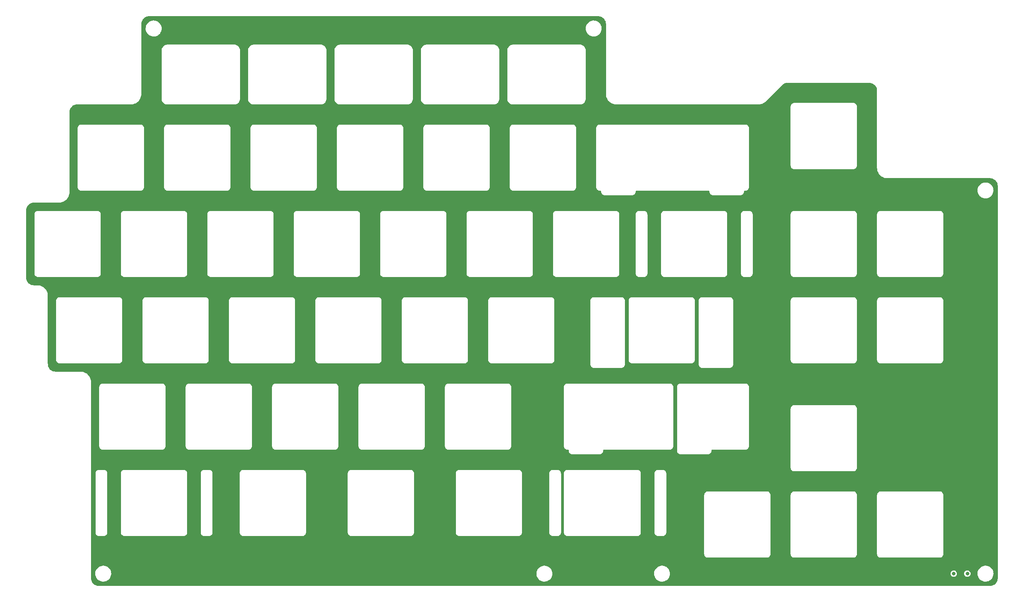
<source format=gbr>
%TF.GenerationSoftware,KiCad,Pcbnew,(6.0.5)*%
%TF.CreationDate,2022-07-30T00:51:37-06:00*%
%TF.ProjectId,plate-right,706c6174-652d-4726-9967-68742e6b6963,rev?*%
%TF.SameCoordinates,Original*%
%TF.FileFunction,Copper,L1,Top*%
%TF.FilePolarity,Positive*%
%FSLAX46Y46*%
G04 Gerber Fmt 4.6, Leading zero omitted, Abs format (unit mm)*
G04 Created by KiCad (PCBNEW (6.0.5)) date 2022-07-30 00:51:37*
%MOMM*%
%LPD*%
G01*
G04 APERTURE LIST*
%TA.AperFunction,ViaPad*%
%ADD10C,0.800000*%
%TD*%
G04 APERTURE END LIST*
D10*
%TO.N,*%
X251660303Y-150846447D03*
X248660303Y-150846447D03*
%TD*%
%TA.AperFunction,NonConductor*%
G36*
X170276366Y-27848861D02*
G01*
X170280948Y-27849669D01*
X170291803Y-27851583D01*
X170302658Y-27849669D01*
X170313681Y-27849669D01*
X170313681Y-27850034D01*
X170326040Y-27849396D01*
X170356618Y-27851583D01*
X170524683Y-27863604D01*
X170542466Y-27866161D01*
X170761799Y-27913874D01*
X170779043Y-27918938D01*
X170989341Y-27997377D01*
X171005694Y-28004845D01*
X171202701Y-28112421D01*
X171217821Y-28122138D01*
X171371530Y-28237206D01*
X171397508Y-28256653D01*
X171411086Y-28268419D01*
X171569810Y-28427145D01*
X171581576Y-28440726D01*
X171716067Y-28620390D01*
X171716080Y-28620408D01*
X171725798Y-28635527D01*
X171832370Y-28830707D01*
X171833373Y-28832544D01*
X171840839Y-28848894D01*
X171910847Y-29036601D01*
X171919274Y-29059197D01*
X171924338Y-29076443D01*
X171972044Y-29295767D01*
X171972045Y-29295773D01*
X171974603Y-29313568D01*
X171988819Y-29512406D01*
X171988192Y-29524561D01*
X171988582Y-29524561D01*
X171988582Y-29535583D01*
X171986667Y-29546440D01*
X171988581Y-29557296D01*
X171988581Y-29557298D01*
X171989389Y-29561879D01*
X171991303Y-29583756D01*
X171991303Y-44959138D01*
X171989389Y-44981015D01*
X171986667Y-44996454D01*
X171987247Y-44999743D01*
X172003858Y-45274257D01*
X172054031Y-45548008D01*
X172136835Y-45813716D01*
X172251061Y-46067506D01*
X172253032Y-46070767D01*
X172253034Y-46070770D01*
X172383228Y-46286128D01*
X172395046Y-46305677D01*
X172397386Y-46308663D01*
X172397391Y-46308671D01*
X172489443Y-46426162D01*
X172566689Y-46524756D01*
X172763487Y-46721549D01*
X172982571Y-46893187D01*
X173220745Y-47037165D01*
X173474538Y-47151386D01*
X173740248Y-47234183D01*
X174014000Y-47284349D01*
X174017791Y-47284578D01*
X174017797Y-47284579D01*
X174222281Y-47296947D01*
X174288082Y-47300927D01*
X174291803Y-47301583D01*
X174302664Y-47299668D01*
X174307240Y-47298861D01*
X174329120Y-47296947D01*
X205583173Y-47296947D01*
X205605053Y-47298861D01*
X205609635Y-47299669D01*
X205620490Y-47301583D01*
X205629077Y-47300069D01*
X205636141Y-47299672D01*
X205636198Y-47299689D01*
X205636528Y-47299651D01*
X205878468Y-47286065D01*
X205881947Y-47285474D01*
X205881955Y-47285473D01*
X206129720Y-47243378D01*
X206129727Y-47243376D01*
X206133202Y-47242786D01*
X206160663Y-47234875D01*
X206242773Y-47211220D01*
X206381488Y-47171258D01*
X206620206Y-47072382D01*
X206623295Y-47070675D01*
X206623303Y-47070671D01*
X206843261Y-46949109D01*
X206843271Y-46949103D01*
X206846352Y-46947400D01*
X207057082Y-46797884D01*
X207237903Y-46636300D01*
X207238064Y-46636172D01*
X207238093Y-46636130D01*
X207243464Y-46631330D01*
X207250463Y-46626429D01*
X207259461Y-46613580D01*
X207273573Y-46596763D01*
X210811726Y-43058610D01*
X210828553Y-43044490D01*
X210832357Y-43041827D01*
X210832359Y-43041825D01*
X210841387Y-43035504D01*
X210847710Y-43026474D01*
X210855503Y-43018682D01*
X210855650Y-43018829D01*
X210863971Y-43009548D01*
X210999039Y-42891104D01*
X211012116Y-42881070D01*
X211183225Y-42766747D01*
X211197498Y-42758507D01*
X211382070Y-42667493D01*
X211397297Y-42661187D01*
X211501450Y-42625835D01*
X211592158Y-42595047D01*
X211608070Y-42590783D01*
X211658500Y-42580753D01*
X211809919Y-42550638D01*
X211826259Y-42548488D01*
X211923085Y-42542144D01*
X212005707Y-42536730D01*
X212017958Y-42537399D01*
X212017958Y-42537168D01*
X212028981Y-42537168D01*
X212039838Y-42539083D01*
X212050694Y-42537169D01*
X212050696Y-42537169D01*
X212055277Y-42536361D01*
X212077154Y-42534447D01*
X230022986Y-42534447D01*
X230044866Y-42536361D01*
X230049448Y-42537169D01*
X230060303Y-42539083D01*
X230071158Y-42537169D01*
X230082181Y-42537169D01*
X230082181Y-42537534D01*
X230094540Y-42536896D01*
X230125118Y-42539083D01*
X230293183Y-42551104D01*
X230310966Y-42553661D01*
X230530299Y-42601374D01*
X230547543Y-42606438D01*
X230757841Y-42684877D01*
X230774194Y-42692345D01*
X230971201Y-42799921D01*
X230986321Y-42809638D01*
X231081741Y-42881070D01*
X231166008Y-42944153D01*
X231179586Y-42955919D01*
X231338310Y-43114645D01*
X231350076Y-43128226D01*
X231484580Y-43307908D01*
X231494300Y-43323031D01*
X231601873Y-43520044D01*
X231609340Y-43536397D01*
X231687774Y-43746697D01*
X231692839Y-43763948D01*
X231740545Y-43983273D01*
X231743103Y-44001068D01*
X231757319Y-44199906D01*
X231756692Y-44212061D01*
X231757082Y-44212061D01*
X231757082Y-44223083D01*
X231755167Y-44233940D01*
X231757081Y-44244796D01*
X231757081Y-44244798D01*
X231757889Y-44249379D01*
X231759803Y-44271256D01*
X231759803Y-61246638D01*
X231757889Y-61268515D01*
X231755167Y-61283954D01*
X231755747Y-61287243D01*
X231756353Y-61297263D01*
X231756353Y-61297264D01*
X231759421Y-61347956D01*
X231772358Y-61561757D01*
X231773041Y-61565485D01*
X231773042Y-61565491D01*
X231777031Y-61587255D01*
X231822531Y-61835508D01*
X231905335Y-62101216D01*
X232019561Y-62355006D01*
X232163546Y-62593177D01*
X232165886Y-62596163D01*
X232165891Y-62596171D01*
X232317067Y-62789125D01*
X232335189Y-62812256D01*
X232531987Y-63009049D01*
X232751071Y-63180687D01*
X232989245Y-63324665D01*
X233243038Y-63438886D01*
X233508748Y-63521683D01*
X233782500Y-63571849D01*
X233786291Y-63572078D01*
X233786297Y-63572079D01*
X233990781Y-63584447D01*
X234056582Y-63588427D01*
X234060303Y-63589083D01*
X234075740Y-63586361D01*
X234097620Y-63584447D01*
X256622986Y-63584447D01*
X256644866Y-63586361D01*
X256649448Y-63587169D01*
X256660303Y-63589083D01*
X256671158Y-63587169D01*
X256682181Y-63587169D01*
X256682181Y-63587534D01*
X256694540Y-63586896D01*
X256725118Y-63589083D01*
X256893183Y-63601104D01*
X256910966Y-63603661D01*
X257130299Y-63651374D01*
X257147543Y-63656438D01*
X257357841Y-63734877D01*
X257374194Y-63742345D01*
X257571201Y-63849921D01*
X257586321Y-63859638D01*
X257740068Y-63974734D01*
X257766008Y-63994153D01*
X257779586Y-64005919D01*
X257938310Y-64164645D01*
X257950076Y-64178226D01*
X258084580Y-64357908D01*
X258094298Y-64373027D01*
X258200870Y-64568207D01*
X258201873Y-64570044D01*
X258209339Y-64586394D01*
X258279347Y-64774101D01*
X258287774Y-64796697D01*
X258292838Y-64813943D01*
X258315270Y-64917071D01*
X258340545Y-65033273D01*
X258343103Y-65051068D01*
X258357319Y-65249906D01*
X258356692Y-65262061D01*
X258357082Y-65262061D01*
X258357082Y-65273083D01*
X258355167Y-65283940D01*
X258357081Y-65294796D01*
X258357081Y-65294798D01*
X258357889Y-65299379D01*
X258359803Y-65321256D01*
X258359803Y-151809128D01*
X258357888Y-151831010D01*
X258355167Y-151846440D01*
X258357081Y-151857297D01*
X258357081Y-151868321D01*
X258356716Y-151868321D01*
X258357354Y-151880675D01*
X258355514Y-151906391D01*
X258343142Y-152079313D01*
X258340583Y-152097107D01*
X258292867Y-152316432D01*
X258287802Y-152333680D01*
X258209361Y-152543979D01*
X258201893Y-152560332D01*
X258094319Y-152757332D01*
X258084601Y-152772454D01*
X257976012Y-152917506D01*
X257950084Y-152952141D01*
X257938313Y-152965725D01*
X257779591Y-153124444D01*
X257766017Y-153136205D01*
X257590415Y-153267658D01*
X257586325Y-153270719D01*
X257571201Y-153280438D01*
X257374199Y-153388007D01*
X257357847Y-153395475D01*
X257147545Y-153473913D01*
X257130296Y-153478978D01*
X256910966Y-153526690D01*
X256893172Y-153529248D01*
X256892557Y-153529292D01*
X256697749Y-153543225D01*
X256694365Y-153543467D01*
X256682183Y-153542838D01*
X256682183Y-153543225D01*
X256671158Y-153543225D01*
X256660303Y-153541311D01*
X256649448Y-153543225D01*
X256644866Y-153544033D01*
X256622986Y-153545947D01*
X60222620Y-153545947D01*
X60200740Y-153544033D01*
X60196158Y-153543225D01*
X60185303Y-153541311D01*
X60174448Y-153543225D01*
X60163425Y-153543225D01*
X60163425Y-153542860D01*
X60151067Y-153543498D01*
X59952427Y-153529292D01*
X59934632Y-153526734D01*
X59715294Y-153479021D01*
X59698045Y-153473956D01*
X59487734Y-153395516D01*
X59471389Y-153388052D01*
X59274376Y-153280477D01*
X59259257Y-153270760D01*
X59079558Y-153136242D01*
X59065978Y-153124476D01*
X58907252Y-152965752D01*
X58895486Y-152952175D01*
X58760965Y-152772482D01*
X58751245Y-152757358D01*
X58643669Y-152560353D01*
X58636201Y-152544001D01*
X58557755Y-152333692D01*
X58552690Y-152316443D01*
X58504973Y-152097114D01*
X58502414Y-152079319D01*
X58488217Y-151880878D01*
X58488865Y-151868320D01*
X58488526Y-151868320D01*
X58488526Y-151857294D01*
X58490439Y-151846440D01*
X58488525Y-151835586D01*
X58488525Y-151835583D01*
X58487718Y-151831010D01*
X58485803Y-151809128D01*
X58485803Y-150800496D01*
X59430497Y-150800496D01*
X59431259Y-150816357D01*
X59442980Y-151060377D01*
X59493738Y-151315559D01*
X59581658Y-151560436D01*
X59704807Y-151789627D01*
X59707602Y-151793370D01*
X59707604Y-151793373D01*
X59857688Y-151994360D01*
X59857693Y-151994366D01*
X59860480Y-151998098D01*
X59863789Y-152001378D01*
X59863794Y-152001384D01*
X59964806Y-152101518D01*
X60045257Y-152181270D01*
X60049019Y-152184028D01*
X60049022Y-152184031D01*
X60161635Y-152266602D01*
X60255078Y-152335117D01*
X60259213Y-152337293D01*
X60259217Y-152337295D01*
X60385077Y-152403513D01*
X60485336Y-152456262D01*
X60730970Y-152542041D01*
X60735563Y-152542913D01*
X60981996Y-152589700D01*
X60981999Y-152589700D01*
X60986585Y-152590571D01*
X61116576Y-152595679D01*
X61241898Y-152600603D01*
X61241904Y-152600603D01*
X61246566Y-152600786D01*
X61347792Y-152589700D01*
X61500548Y-152572971D01*
X61500553Y-152572970D01*
X61505201Y-152572461D01*
X61551270Y-152560332D01*
X61752285Y-152507409D01*
X61752287Y-152507408D01*
X61756808Y-152506218D01*
X61995860Y-152403513D01*
X62217106Y-152266602D01*
X62321789Y-152177982D01*
X62412112Y-152101518D01*
X62412114Y-152101516D01*
X62415685Y-152098493D01*
X62587234Y-151902878D01*
X62601515Y-151880677D01*
X62725458Y-151687985D01*
X62727986Y-151684055D01*
X62834847Y-151446832D01*
X62840930Y-151425264D01*
X62904201Y-151200923D01*
X62904202Y-151200920D01*
X62905471Y-151196419D01*
X62922194Y-151064965D01*
X62937907Y-150941448D01*
X62937907Y-150941444D01*
X62938305Y-150938318D01*
X62939136Y-150906607D01*
X62940432Y-150857100D01*
X62940711Y-150846447D01*
X62937296Y-150800496D01*
X156667997Y-150800496D01*
X156668759Y-150816357D01*
X156680480Y-151060377D01*
X156731238Y-151315559D01*
X156819158Y-151560436D01*
X156942307Y-151789627D01*
X156945102Y-151793370D01*
X156945104Y-151793373D01*
X157095188Y-151994360D01*
X157095193Y-151994366D01*
X157097980Y-151998098D01*
X157101289Y-152001378D01*
X157101294Y-152001384D01*
X157202306Y-152101518D01*
X157282757Y-152181270D01*
X157286519Y-152184028D01*
X157286522Y-152184031D01*
X157399135Y-152266602D01*
X157492578Y-152335117D01*
X157496713Y-152337293D01*
X157496717Y-152337295D01*
X157622577Y-152403513D01*
X157722836Y-152456262D01*
X157968470Y-152542041D01*
X157973063Y-152542913D01*
X158219496Y-152589700D01*
X158219499Y-152589700D01*
X158224085Y-152590571D01*
X158354076Y-152595679D01*
X158479398Y-152600603D01*
X158479404Y-152600603D01*
X158484066Y-152600786D01*
X158585292Y-152589700D01*
X158738048Y-152572971D01*
X158738053Y-152572970D01*
X158742701Y-152572461D01*
X158788770Y-152560332D01*
X158989785Y-152507409D01*
X158989787Y-152507408D01*
X158994308Y-152506218D01*
X159233360Y-152403513D01*
X159454606Y-152266602D01*
X159559289Y-152177982D01*
X159649612Y-152101518D01*
X159649614Y-152101516D01*
X159653185Y-152098493D01*
X159824734Y-151902878D01*
X159839015Y-151880677D01*
X159962958Y-151687985D01*
X159965486Y-151684055D01*
X160072347Y-151446832D01*
X160078430Y-151425264D01*
X160141701Y-151200923D01*
X160141702Y-151200920D01*
X160142971Y-151196419D01*
X160159694Y-151064965D01*
X160175407Y-150941448D01*
X160175407Y-150941444D01*
X160175805Y-150938318D01*
X160176636Y-150906607D01*
X160177932Y-150857100D01*
X160178211Y-150846447D01*
X160174796Y-150800496D01*
X182605497Y-150800496D01*
X182606259Y-150816357D01*
X182617980Y-151060377D01*
X182668738Y-151315559D01*
X182756658Y-151560436D01*
X182879807Y-151789627D01*
X182882602Y-151793370D01*
X182882604Y-151793373D01*
X183032688Y-151994360D01*
X183032693Y-151994366D01*
X183035480Y-151998098D01*
X183038789Y-152001378D01*
X183038794Y-152001384D01*
X183139806Y-152101518D01*
X183220257Y-152181270D01*
X183224019Y-152184028D01*
X183224022Y-152184031D01*
X183336635Y-152266602D01*
X183430078Y-152335117D01*
X183434213Y-152337293D01*
X183434217Y-152337295D01*
X183560077Y-152403513D01*
X183660336Y-152456262D01*
X183905970Y-152542041D01*
X183910563Y-152542913D01*
X184156996Y-152589700D01*
X184156999Y-152589700D01*
X184161585Y-152590571D01*
X184291576Y-152595679D01*
X184416898Y-152600603D01*
X184416904Y-152600603D01*
X184421566Y-152600786D01*
X184522792Y-152589700D01*
X184675548Y-152572971D01*
X184675553Y-152572970D01*
X184680201Y-152572461D01*
X184726270Y-152560332D01*
X184927285Y-152507409D01*
X184927287Y-152507408D01*
X184931808Y-152506218D01*
X185170860Y-152403513D01*
X185392106Y-152266602D01*
X185496789Y-152177982D01*
X185587112Y-152101518D01*
X185587114Y-152101516D01*
X185590685Y-152098493D01*
X185762234Y-151902878D01*
X185776515Y-151880677D01*
X185900458Y-151687985D01*
X185902986Y-151684055D01*
X186009847Y-151446832D01*
X186015930Y-151425264D01*
X186079201Y-151200923D01*
X186079202Y-151200920D01*
X186080471Y-151196419D01*
X186097194Y-151064965D01*
X186112907Y-150941448D01*
X186112907Y-150941444D01*
X186113305Y-150938318D01*
X186114136Y-150906607D01*
X186115432Y-150857100D01*
X186115711Y-150846447D01*
X186115162Y-150839058D01*
X247954697Y-150839058D01*
X247973302Y-151007582D01*
X247994301Y-151064965D01*
X248012536Y-151114792D01*
X248031569Y-151166803D01*
X248035805Y-151173106D01*
X248035805Y-151173107D01*
X248048353Y-151191781D01*
X248126133Y-151307530D01*
X248131745Y-151312637D01*
X248131748Y-151312640D01*
X248245915Y-151416524D01*
X248245919Y-151416527D01*
X248251536Y-151421638D01*
X248258209Y-151425261D01*
X248258213Y-151425264D01*
X248393861Y-151498914D01*
X248393863Y-151498915D01*
X248400538Y-151502539D01*
X248407887Y-151504467D01*
X248557186Y-151543635D01*
X248557188Y-151543635D01*
X248564536Y-151545563D01*
X248650912Y-151546920D01*
X248726464Y-151548107D01*
X248726467Y-151548107D01*
X248734063Y-151548226D01*
X248741468Y-151546530D01*
X248741469Y-151546530D01*
X248801889Y-151532692D01*
X248899332Y-151510375D01*
X249050801Y-151434194D01*
X249179726Y-151324081D01*
X249278664Y-151186394D01*
X249286540Y-151166803D01*
X249339069Y-151036134D01*
X249339070Y-151036132D01*
X249341904Y-151029081D01*
X249365793Y-150861225D01*
X249365948Y-150846447D01*
X249365054Y-150839058D01*
X250954697Y-150839058D01*
X250973302Y-151007582D01*
X250994301Y-151064965D01*
X251012536Y-151114792D01*
X251031569Y-151166803D01*
X251035805Y-151173106D01*
X251035805Y-151173107D01*
X251048353Y-151191781D01*
X251126133Y-151307530D01*
X251131745Y-151312637D01*
X251131748Y-151312640D01*
X251245915Y-151416524D01*
X251245919Y-151416527D01*
X251251536Y-151421638D01*
X251258209Y-151425261D01*
X251258213Y-151425264D01*
X251393861Y-151498914D01*
X251393863Y-151498915D01*
X251400538Y-151502539D01*
X251407887Y-151504467D01*
X251557186Y-151543635D01*
X251557188Y-151543635D01*
X251564536Y-151545563D01*
X251650912Y-151546920D01*
X251726464Y-151548107D01*
X251726467Y-151548107D01*
X251734063Y-151548226D01*
X251741468Y-151546530D01*
X251741469Y-151546530D01*
X251801889Y-151532692D01*
X251899332Y-151510375D01*
X252050801Y-151434194D01*
X252179726Y-151324081D01*
X252278664Y-151186394D01*
X252286540Y-151166803D01*
X252339069Y-151036134D01*
X252339070Y-151036132D01*
X252341904Y-151029081D01*
X252365793Y-150861225D01*
X252365948Y-150846447D01*
X252364143Y-150831527D01*
X252360388Y-150800496D01*
X253905497Y-150800496D01*
X253906259Y-150816357D01*
X253917980Y-151060377D01*
X253968738Y-151315559D01*
X254056658Y-151560436D01*
X254179807Y-151789627D01*
X254182602Y-151793370D01*
X254182604Y-151793373D01*
X254332688Y-151994360D01*
X254332693Y-151994366D01*
X254335480Y-151998098D01*
X254338789Y-152001378D01*
X254338794Y-152001384D01*
X254439806Y-152101518D01*
X254520257Y-152181270D01*
X254524019Y-152184028D01*
X254524022Y-152184031D01*
X254636635Y-152266602D01*
X254730078Y-152335117D01*
X254734213Y-152337293D01*
X254734217Y-152337295D01*
X254860077Y-152403513D01*
X254960336Y-152456262D01*
X255205970Y-152542041D01*
X255210563Y-152542913D01*
X255456996Y-152589700D01*
X255456999Y-152589700D01*
X255461585Y-152590571D01*
X255591576Y-152595679D01*
X255716898Y-152600603D01*
X255716904Y-152600603D01*
X255721566Y-152600786D01*
X255822792Y-152589700D01*
X255975548Y-152572971D01*
X255975553Y-152572970D01*
X255980201Y-152572461D01*
X256026270Y-152560332D01*
X256227285Y-152507409D01*
X256227287Y-152507408D01*
X256231808Y-152506218D01*
X256470860Y-152403513D01*
X256692106Y-152266602D01*
X256796789Y-152177982D01*
X256887112Y-152101518D01*
X256887114Y-152101516D01*
X256890685Y-152098493D01*
X257062234Y-151902878D01*
X257076515Y-151880677D01*
X257200458Y-151687985D01*
X257202986Y-151684055D01*
X257309847Y-151446832D01*
X257315930Y-151425264D01*
X257379201Y-151200923D01*
X257379202Y-151200920D01*
X257380471Y-151196419D01*
X257397194Y-151064965D01*
X257412907Y-150941448D01*
X257412907Y-150941444D01*
X257413305Y-150938318D01*
X257414136Y-150906607D01*
X257415432Y-150857100D01*
X257415711Y-150846447D01*
X257403230Y-150678494D01*
X257396775Y-150591633D01*
X257396774Y-150591629D01*
X257396429Y-150586981D01*
X257339008Y-150333215D01*
X257337315Y-150328861D01*
X257246401Y-150095077D01*
X257246400Y-150095075D01*
X257244708Y-150090724D01*
X257115602Y-149864835D01*
X256954526Y-149660511D01*
X256765017Y-149482239D01*
X256551240Y-149333936D01*
X256547050Y-149331870D01*
X256547047Y-149331868D01*
X256322078Y-149220926D01*
X256322075Y-149220925D01*
X256317890Y-149218861D01*
X256070095Y-149139541D01*
X255929872Y-149116704D01*
X255817909Y-149098470D01*
X255817908Y-149098470D01*
X255813297Y-149097719D01*
X255683218Y-149096016D01*
X255557815Y-149094374D01*
X255557812Y-149094374D01*
X255553138Y-149094313D01*
X255295333Y-149129399D01*
X255045546Y-149202205D01*
X255041293Y-149204165D01*
X255041292Y-149204166D01*
X255004937Y-149220926D01*
X254809264Y-149311133D01*
X254805359Y-149313693D01*
X254805354Y-149313696D01*
X254595591Y-149451222D01*
X254595586Y-149451226D01*
X254591678Y-149453788D01*
X254397568Y-149627038D01*
X254231198Y-149827076D01*
X254096223Y-150049508D01*
X254094414Y-150053822D01*
X254094413Y-150053824D01*
X254002900Y-150272059D01*
X253995608Y-150289448D01*
X253931564Y-150541624D01*
X253905497Y-150800496D01*
X252360388Y-150800496D01*
X252346491Y-150685667D01*
X252345579Y-150678127D01*
X252285648Y-150519524D01*
X252276887Y-150506777D01*
X252193917Y-150386055D01*
X252193916Y-150386054D01*
X252189615Y-150379796D01*
X252137334Y-150333215D01*
X252068695Y-150272059D01*
X252068691Y-150272057D01*
X252063024Y-150267007D01*
X251913184Y-150187671D01*
X251748744Y-150146366D01*
X251741146Y-150146326D01*
X251741144Y-150146326D01*
X251663971Y-150145922D01*
X251579198Y-150145478D01*
X251571811Y-150147252D01*
X251571807Y-150147252D01*
X251428465Y-150181667D01*
X251414335Y-150185059D01*
X251407591Y-150188540D01*
X251407588Y-150188541D01*
X251270420Y-150259339D01*
X251263672Y-150262822D01*
X251135907Y-150374278D01*
X251038416Y-150512994D01*
X250976827Y-150670960D01*
X250975835Y-150678493D01*
X250975835Y-150678494D01*
X250957686Y-150816357D01*
X250954697Y-150839058D01*
X249365054Y-150839058D01*
X249364143Y-150831527D01*
X249346491Y-150685667D01*
X249345579Y-150678127D01*
X249285648Y-150519524D01*
X249276887Y-150506777D01*
X249193917Y-150386055D01*
X249193916Y-150386054D01*
X249189615Y-150379796D01*
X249137334Y-150333215D01*
X249068695Y-150272059D01*
X249068691Y-150272057D01*
X249063024Y-150267007D01*
X248913184Y-150187671D01*
X248748744Y-150146366D01*
X248741146Y-150146326D01*
X248741144Y-150146326D01*
X248663971Y-150145922D01*
X248579198Y-150145478D01*
X248571811Y-150147252D01*
X248571807Y-150147252D01*
X248428465Y-150181667D01*
X248414335Y-150185059D01*
X248407591Y-150188540D01*
X248407588Y-150188541D01*
X248270420Y-150259339D01*
X248263672Y-150262822D01*
X248135907Y-150374278D01*
X248038416Y-150512994D01*
X247976827Y-150670960D01*
X247975835Y-150678493D01*
X247975835Y-150678494D01*
X247957686Y-150816357D01*
X247954697Y-150839058D01*
X186115162Y-150839058D01*
X186103230Y-150678494D01*
X186096775Y-150591633D01*
X186096774Y-150591629D01*
X186096429Y-150586981D01*
X186039008Y-150333215D01*
X186037315Y-150328861D01*
X185946401Y-150095077D01*
X185946400Y-150095075D01*
X185944708Y-150090724D01*
X185815602Y-149864835D01*
X185654526Y-149660511D01*
X185465017Y-149482239D01*
X185251240Y-149333936D01*
X185247050Y-149331870D01*
X185247047Y-149331868D01*
X185022078Y-149220926D01*
X185022075Y-149220925D01*
X185017890Y-149218861D01*
X184770095Y-149139541D01*
X184629872Y-149116704D01*
X184517909Y-149098470D01*
X184517908Y-149098470D01*
X184513297Y-149097719D01*
X184383218Y-149096016D01*
X184257815Y-149094374D01*
X184257812Y-149094374D01*
X184253138Y-149094313D01*
X183995333Y-149129399D01*
X183745546Y-149202205D01*
X183741293Y-149204165D01*
X183741292Y-149204166D01*
X183704937Y-149220926D01*
X183509264Y-149311133D01*
X183505359Y-149313693D01*
X183505354Y-149313696D01*
X183295591Y-149451222D01*
X183295586Y-149451226D01*
X183291678Y-149453788D01*
X183097568Y-149627038D01*
X182931198Y-149827076D01*
X182796223Y-150049508D01*
X182794414Y-150053822D01*
X182794413Y-150053824D01*
X182702900Y-150272059D01*
X182695608Y-150289448D01*
X182631564Y-150541624D01*
X182605497Y-150800496D01*
X160174796Y-150800496D01*
X160165730Y-150678494D01*
X160159275Y-150591633D01*
X160159274Y-150591629D01*
X160158929Y-150586981D01*
X160101508Y-150333215D01*
X160099815Y-150328861D01*
X160008901Y-150095077D01*
X160008900Y-150095075D01*
X160007208Y-150090724D01*
X159878102Y-149864835D01*
X159717026Y-149660511D01*
X159527517Y-149482239D01*
X159313740Y-149333936D01*
X159309550Y-149331870D01*
X159309547Y-149331868D01*
X159084578Y-149220926D01*
X159084575Y-149220925D01*
X159080390Y-149218861D01*
X158832595Y-149139541D01*
X158692372Y-149116704D01*
X158580409Y-149098470D01*
X158580408Y-149098470D01*
X158575797Y-149097719D01*
X158445718Y-149096016D01*
X158320315Y-149094374D01*
X158320312Y-149094374D01*
X158315638Y-149094313D01*
X158057833Y-149129399D01*
X157808046Y-149202205D01*
X157803793Y-149204165D01*
X157803792Y-149204166D01*
X157767437Y-149220926D01*
X157571764Y-149311133D01*
X157567859Y-149313693D01*
X157567854Y-149313696D01*
X157358091Y-149451222D01*
X157358086Y-149451226D01*
X157354178Y-149453788D01*
X157160068Y-149627038D01*
X156993698Y-149827076D01*
X156858723Y-150049508D01*
X156856914Y-150053822D01*
X156856913Y-150053824D01*
X156765400Y-150272059D01*
X156758108Y-150289448D01*
X156694064Y-150541624D01*
X156667997Y-150800496D01*
X62937296Y-150800496D01*
X62928230Y-150678494D01*
X62921775Y-150591633D01*
X62921774Y-150591629D01*
X62921429Y-150586981D01*
X62864008Y-150333215D01*
X62862315Y-150328861D01*
X62771401Y-150095077D01*
X62771400Y-150095075D01*
X62769708Y-150090724D01*
X62640602Y-149864835D01*
X62479526Y-149660511D01*
X62290017Y-149482239D01*
X62076240Y-149333936D01*
X62072050Y-149331870D01*
X62072047Y-149331868D01*
X61847078Y-149220926D01*
X61847075Y-149220925D01*
X61842890Y-149218861D01*
X61595095Y-149139541D01*
X61454872Y-149116704D01*
X61342909Y-149098470D01*
X61342908Y-149098470D01*
X61338297Y-149097719D01*
X61208218Y-149096016D01*
X61082815Y-149094374D01*
X61082812Y-149094374D01*
X61078138Y-149094313D01*
X60820333Y-149129399D01*
X60570546Y-149202205D01*
X60566293Y-149204165D01*
X60566292Y-149204166D01*
X60529937Y-149220926D01*
X60334264Y-149311133D01*
X60330359Y-149313693D01*
X60330354Y-149313696D01*
X60120591Y-149451222D01*
X60120586Y-149451226D01*
X60116678Y-149453788D01*
X59922568Y-149627038D01*
X59756198Y-149827076D01*
X59621223Y-150049508D01*
X59619414Y-150053822D01*
X59619413Y-150053824D01*
X59527900Y-150272059D01*
X59520608Y-150289448D01*
X59456564Y-150541624D01*
X59430497Y-150800496D01*
X58485803Y-150800496D01*
X58485803Y-146508976D01*
X193655167Y-146508976D01*
X193656781Y-146518123D01*
X193657083Y-146521186D01*
X193657083Y-146521672D01*
X193657253Y-146522907D01*
X193671349Y-146665900D01*
X193717134Y-146816792D01*
X193720051Y-146822248D01*
X193788556Y-146950392D01*
X193788559Y-146950396D01*
X193791476Y-146955853D01*
X193795405Y-146960640D01*
X193887562Y-147072921D01*
X193891517Y-147077740D01*
X193896300Y-147081665D01*
X193896302Y-147081667D01*
X193967888Y-147140410D01*
X194013414Y-147177769D01*
X194152482Y-147252097D01*
X194202189Y-147267174D01*
X194297456Y-147296071D01*
X194297461Y-147296072D01*
X194303379Y-147297867D01*
X194309534Y-147298473D01*
X194309538Y-147298474D01*
X194391607Y-147306556D01*
X194397911Y-147307628D01*
X194400925Y-147308830D01*
X194407218Y-147309447D01*
X194414781Y-147309447D01*
X194427110Y-147310052D01*
X194445751Y-147311888D01*
X194447800Y-147312169D01*
X194448606Y-147312169D01*
X194450515Y-147312357D01*
X194460305Y-147314083D01*
X194471159Y-147312169D01*
X194471161Y-147312169D01*
X194475743Y-147311361D01*
X194497623Y-147309447D01*
X207422989Y-147309447D01*
X207444865Y-147311361D01*
X207460305Y-147314083D01*
X207470672Y-147312255D01*
X207471545Y-147312169D01*
X207472648Y-147312169D01*
X207475455Y-147311784D01*
X207617221Y-147297821D01*
X207700646Y-147272515D01*
X207762184Y-147253849D01*
X207762187Y-147253848D01*
X207768107Y-147252052D01*
X207773560Y-147249137D01*
X207773566Y-147249135D01*
X207884263Y-147189969D01*
X207907166Y-147177728D01*
X208029055Y-147077705D01*
X208032982Y-147072921D01*
X208125164Y-146960608D01*
X208125167Y-146960604D01*
X208129089Y-146955825D01*
X208203425Y-146816773D01*
X208249207Y-146665890D01*
X208257905Y-146577663D01*
X208258978Y-146571353D01*
X208260186Y-146568325D01*
X208260803Y-146562032D01*
X208260803Y-146554460D01*
X208261411Y-146542100D01*
X208263238Y-146523565D01*
X208263524Y-146521483D01*
X208263524Y-146520664D01*
X208263710Y-146518778D01*
X208265439Y-146508976D01*
X212705167Y-146508976D01*
X212706781Y-146518123D01*
X212707083Y-146521186D01*
X212707083Y-146521672D01*
X212707253Y-146522907D01*
X212721349Y-146665900D01*
X212767134Y-146816792D01*
X212770051Y-146822248D01*
X212838556Y-146950392D01*
X212838559Y-146950396D01*
X212841476Y-146955853D01*
X212845405Y-146960640D01*
X212937562Y-147072921D01*
X212941517Y-147077740D01*
X212946300Y-147081665D01*
X212946302Y-147081667D01*
X213017888Y-147140410D01*
X213063414Y-147177769D01*
X213202482Y-147252097D01*
X213252189Y-147267174D01*
X213347456Y-147296071D01*
X213347461Y-147296072D01*
X213353379Y-147297867D01*
X213359534Y-147298473D01*
X213359538Y-147298474D01*
X213441607Y-147306556D01*
X213447911Y-147307628D01*
X213450925Y-147308830D01*
X213457218Y-147309447D01*
X213464781Y-147309447D01*
X213477110Y-147310052D01*
X213495751Y-147311888D01*
X213497800Y-147312169D01*
X213498606Y-147312169D01*
X213500515Y-147312357D01*
X213510305Y-147314083D01*
X213521159Y-147312169D01*
X213521161Y-147312169D01*
X213525743Y-147311361D01*
X213547623Y-147309447D01*
X226472989Y-147309447D01*
X226494865Y-147311361D01*
X226510305Y-147314083D01*
X226520672Y-147312255D01*
X226521545Y-147312169D01*
X226522648Y-147312169D01*
X226525455Y-147311784D01*
X226667221Y-147297821D01*
X226750646Y-147272515D01*
X226812184Y-147253849D01*
X226812187Y-147253848D01*
X226818107Y-147252052D01*
X226823560Y-147249137D01*
X226823566Y-147249135D01*
X226934263Y-147189969D01*
X226957166Y-147177728D01*
X227079055Y-147077705D01*
X227082982Y-147072921D01*
X227175164Y-146960608D01*
X227175167Y-146960604D01*
X227179089Y-146955825D01*
X227253425Y-146816773D01*
X227299207Y-146665890D01*
X227307905Y-146577663D01*
X227308978Y-146571353D01*
X227310186Y-146568325D01*
X227310803Y-146562032D01*
X227310803Y-146554460D01*
X227311411Y-146542100D01*
X227313238Y-146523565D01*
X227313524Y-146521483D01*
X227313524Y-146520664D01*
X227313710Y-146518778D01*
X227315439Y-146508976D01*
X231755167Y-146508976D01*
X231756781Y-146518123D01*
X231757083Y-146521186D01*
X231757083Y-146521672D01*
X231757253Y-146522907D01*
X231771349Y-146665900D01*
X231817134Y-146816792D01*
X231820051Y-146822248D01*
X231888556Y-146950392D01*
X231888559Y-146950396D01*
X231891476Y-146955853D01*
X231895405Y-146960640D01*
X231987562Y-147072921D01*
X231991517Y-147077740D01*
X231996300Y-147081665D01*
X231996302Y-147081667D01*
X232067888Y-147140410D01*
X232113414Y-147177769D01*
X232252482Y-147252097D01*
X232302189Y-147267174D01*
X232397456Y-147296071D01*
X232397461Y-147296072D01*
X232403379Y-147297867D01*
X232409534Y-147298473D01*
X232409538Y-147298474D01*
X232491607Y-147306556D01*
X232497911Y-147307628D01*
X232500925Y-147308830D01*
X232507218Y-147309447D01*
X232514781Y-147309447D01*
X232527110Y-147310052D01*
X232545751Y-147311888D01*
X232547800Y-147312169D01*
X232548606Y-147312169D01*
X232550515Y-147312357D01*
X232560305Y-147314083D01*
X232571159Y-147312169D01*
X232571161Y-147312169D01*
X232575743Y-147311361D01*
X232597623Y-147309447D01*
X245522989Y-147309447D01*
X245544865Y-147311361D01*
X245560305Y-147314083D01*
X245570672Y-147312255D01*
X245571545Y-147312169D01*
X245572648Y-147312169D01*
X245575455Y-147311784D01*
X245717221Y-147297821D01*
X245800646Y-147272515D01*
X245862184Y-147253849D01*
X245862187Y-147253848D01*
X245868107Y-147252052D01*
X245873560Y-147249137D01*
X245873566Y-147249135D01*
X245984263Y-147189969D01*
X246007166Y-147177728D01*
X246129055Y-147077705D01*
X246132982Y-147072921D01*
X246225164Y-146960608D01*
X246225167Y-146960604D01*
X246229089Y-146955825D01*
X246303425Y-146816773D01*
X246349207Y-146665890D01*
X246357905Y-146577663D01*
X246358978Y-146571353D01*
X246360186Y-146568325D01*
X246360803Y-146562032D01*
X246360803Y-146554460D01*
X246361411Y-146542100D01*
X246363238Y-146523565D01*
X246363524Y-146521483D01*
X246363524Y-146520664D01*
X246363710Y-146518778D01*
X246365439Y-146508976D01*
X246362715Y-146493518D01*
X246360803Y-146471651D01*
X246360803Y-133546285D01*
X246362719Y-133524393D01*
X246363524Y-133519830D01*
X246365439Y-133508976D01*
X246363598Y-133498530D01*
X246363526Y-133497797D01*
X246363526Y-133496650D01*
X246363126Y-133493731D01*
X246353083Y-133391674D01*
X246349184Y-133352049D01*
X246303422Y-133201151D01*
X246229100Y-133062081D01*
X246225176Y-133057299D01*
X246225174Y-133057296D01*
X246133000Y-132944969D01*
X246132997Y-132944966D01*
X246129073Y-132940184D01*
X246007186Y-132840145D01*
X245868123Y-132765808D01*
X245717230Y-132720032D01*
X245711070Y-132719425D01*
X245711069Y-132719425D01*
X245689769Y-132717327D01*
X245629006Y-132711342D01*
X245622702Y-132710270D01*
X245619681Y-132709064D01*
X245613388Y-132708447D01*
X245605810Y-132708447D01*
X245593458Y-132707840D01*
X245588993Y-132707400D01*
X245574902Y-132706012D01*
X245572816Y-132705726D01*
X245571996Y-132705726D01*
X245570108Y-132705540D01*
X245560305Y-132703811D01*
X245549449Y-132705725D01*
X245548480Y-132705896D01*
X245544865Y-132706533D01*
X245522989Y-132708447D01*
X232597623Y-132708447D01*
X232575743Y-132706533D01*
X232571161Y-132705725D01*
X232571159Y-132705725D01*
X232560305Y-132703811D01*
X232551066Y-132705440D01*
X232548172Y-132705725D01*
X232547635Y-132705725D01*
X232546272Y-132705912D01*
X232409532Y-132719380D01*
X232409531Y-132719380D01*
X232403370Y-132719987D01*
X232397449Y-132721783D01*
X232397445Y-132721784D01*
X232303497Y-132750284D01*
X232252467Y-132765765D01*
X232113395Y-132840105D01*
X231991499Y-132940150D01*
X231987575Y-132944932D01*
X231987571Y-132944936D01*
X231895391Y-133057270D01*
X231895388Y-133057275D01*
X231891466Y-133062054D01*
X231817138Y-133201132D01*
X231815341Y-133207058D01*
X231815340Y-133207060D01*
X231800781Y-133255068D01*
X231771373Y-133352039D01*
X231770767Y-133358201D01*
X231762693Y-133440250D01*
X231761621Y-133446558D01*
X231760420Y-133449569D01*
X231759803Y-133455862D01*
X231759803Y-133463439D01*
X231759199Y-133475760D01*
X231757364Y-133494407D01*
X231757081Y-133496471D01*
X231757081Y-133497281D01*
X231756895Y-133499172D01*
X231755167Y-133508976D01*
X231757082Y-133519830D01*
X231757082Y-133519832D01*
X231757887Y-133524393D01*
X231759803Y-133546285D01*
X231759803Y-146471651D01*
X231757891Y-146493518D01*
X231755167Y-146508976D01*
X227315439Y-146508976D01*
X227312715Y-146493518D01*
X227310803Y-146471651D01*
X227310803Y-133546285D01*
X227312719Y-133524393D01*
X227313524Y-133519830D01*
X227315439Y-133508976D01*
X227313598Y-133498530D01*
X227313526Y-133497797D01*
X227313526Y-133496650D01*
X227313126Y-133493731D01*
X227303083Y-133391674D01*
X227299184Y-133352049D01*
X227253422Y-133201151D01*
X227179100Y-133062081D01*
X227175176Y-133057299D01*
X227175174Y-133057296D01*
X227083000Y-132944969D01*
X227082997Y-132944966D01*
X227079073Y-132940184D01*
X226957186Y-132840145D01*
X226818123Y-132765808D01*
X226667230Y-132720032D01*
X226661070Y-132719425D01*
X226661069Y-132719425D01*
X226639769Y-132717327D01*
X226579006Y-132711342D01*
X226572702Y-132710270D01*
X226569681Y-132709064D01*
X226563388Y-132708447D01*
X226555810Y-132708447D01*
X226543458Y-132707840D01*
X226538993Y-132707400D01*
X226524902Y-132706012D01*
X226522816Y-132705726D01*
X226521996Y-132705726D01*
X226520108Y-132705540D01*
X226510305Y-132703811D01*
X226499449Y-132705725D01*
X226498480Y-132705896D01*
X226494865Y-132706533D01*
X226472989Y-132708447D01*
X213547623Y-132708447D01*
X213525743Y-132706533D01*
X213521161Y-132705725D01*
X213521159Y-132705725D01*
X213510305Y-132703811D01*
X213501066Y-132705440D01*
X213498172Y-132705725D01*
X213497635Y-132705725D01*
X213496272Y-132705912D01*
X213359532Y-132719380D01*
X213359531Y-132719380D01*
X213353370Y-132719987D01*
X213347449Y-132721783D01*
X213347445Y-132721784D01*
X213253497Y-132750284D01*
X213202467Y-132765765D01*
X213063395Y-132840105D01*
X212941499Y-132940150D01*
X212937575Y-132944932D01*
X212937571Y-132944936D01*
X212845391Y-133057270D01*
X212845388Y-133057275D01*
X212841466Y-133062054D01*
X212767138Y-133201132D01*
X212765341Y-133207058D01*
X212765340Y-133207060D01*
X212750781Y-133255068D01*
X212721373Y-133352039D01*
X212720767Y-133358201D01*
X212712693Y-133440250D01*
X212711621Y-133446558D01*
X212710420Y-133449569D01*
X212709803Y-133455862D01*
X212709803Y-133463439D01*
X212709199Y-133475760D01*
X212707364Y-133494407D01*
X212707081Y-133496471D01*
X212707081Y-133497281D01*
X212706895Y-133499172D01*
X212705167Y-133508976D01*
X212707082Y-133519830D01*
X212707082Y-133519832D01*
X212707887Y-133524393D01*
X212709803Y-133546285D01*
X212709803Y-146471651D01*
X212707891Y-146493518D01*
X212705167Y-146508976D01*
X208265439Y-146508976D01*
X208262715Y-146493518D01*
X208260803Y-146471651D01*
X208260803Y-133546285D01*
X208262719Y-133524393D01*
X208263524Y-133519830D01*
X208265439Y-133508976D01*
X208263598Y-133498530D01*
X208263526Y-133497797D01*
X208263526Y-133496650D01*
X208263126Y-133493731D01*
X208253083Y-133391674D01*
X208249184Y-133352049D01*
X208203422Y-133201151D01*
X208129100Y-133062081D01*
X208125176Y-133057299D01*
X208125174Y-133057296D01*
X208033000Y-132944969D01*
X208032997Y-132944966D01*
X208029073Y-132940184D01*
X207907186Y-132840145D01*
X207768123Y-132765808D01*
X207617230Y-132720032D01*
X207611070Y-132719425D01*
X207611069Y-132719425D01*
X207589769Y-132717327D01*
X207529006Y-132711342D01*
X207522702Y-132710270D01*
X207519681Y-132709064D01*
X207513388Y-132708447D01*
X207505810Y-132708447D01*
X207493458Y-132707840D01*
X207488993Y-132707400D01*
X207474902Y-132706012D01*
X207472816Y-132705726D01*
X207471996Y-132705726D01*
X207470108Y-132705540D01*
X207460305Y-132703811D01*
X207449449Y-132705725D01*
X207448480Y-132705896D01*
X207444865Y-132706533D01*
X207422989Y-132708447D01*
X194497623Y-132708447D01*
X194475743Y-132706533D01*
X194471161Y-132705725D01*
X194471159Y-132705725D01*
X194460305Y-132703811D01*
X194451066Y-132705440D01*
X194448172Y-132705725D01*
X194447635Y-132705725D01*
X194446272Y-132705912D01*
X194309532Y-132719380D01*
X194309531Y-132719380D01*
X194303370Y-132719987D01*
X194297449Y-132721783D01*
X194297445Y-132721784D01*
X194203497Y-132750284D01*
X194152467Y-132765765D01*
X194013395Y-132840105D01*
X193891499Y-132940150D01*
X193887575Y-132944932D01*
X193887571Y-132944936D01*
X193795391Y-133057270D01*
X193795388Y-133057275D01*
X193791466Y-133062054D01*
X193717138Y-133201132D01*
X193715341Y-133207058D01*
X193715340Y-133207060D01*
X193700781Y-133255068D01*
X193671373Y-133352039D01*
X193670767Y-133358201D01*
X193662693Y-133440250D01*
X193661621Y-133446558D01*
X193660420Y-133449569D01*
X193659803Y-133455862D01*
X193659803Y-133463439D01*
X193659199Y-133475760D01*
X193657364Y-133494407D01*
X193657081Y-133496471D01*
X193657081Y-133497281D01*
X193656895Y-133499172D01*
X193655167Y-133508976D01*
X193657082Y-133519830D01*
X193657082Y-133519832D01*
X193657887Y-133524393D01*
X193659803Y-133546285D01*
X193659803Y-146471651D01*
X193657891Y-146493518D01*
X193655167Y-146508976D01*
X58485803Y-146508976D01*
X58485803Y-141746476D01*
X59467667Y-141746476D01*
X59469281Y-141755623D01*
X59469583Y-141758686D01*
X59469583Y-141759172D01*
X59469753Y-141760407D01*
X59483849Y-141903400D01*
X59485642Y-141909309D01*
X59485644Y-141909317D01*
X59496086Y-141943730D01*
X59529634Y-142054292D01*
X59532551Y-142059748D01*
X59601056Y-142187892D01*
X59601059Y-142187896D01*
X59603976Y-142193353D01*
X59607905Y-142198140D01*
X59700072Y-142310433D01*
X59704017Y-142315240D01*
X59708800Y-142319165D01*
X59708802Y-142319167D01*
X59780388Y-142377910D01*
X59825914Y-142415269D01*
X59964982Y-142489597D01*
X60014689Y-142504674D01*
X60109956Y-142533571D01*
X60109961Y-142533572D01*
X60115879Y-142535367D01*
X60122034Y-142535973D01*
X60122038Y-142535974D01*
X60204107Y-142544056D01*
X60210411Y-142545128D01*
X60213425Y-142546330D01*
X60219718Y-142546947D01*
X60227281Y-142546947D01*
X60239610Y-142547552D01*
X60258251Y-142549388D01*
X60260300Y-142549669D01*
X60261106Y-142549669D01*
X60263015Y-142549857D01*
X60272805Y-142551583D01*
X60283659Y-142549669D01*
X60283661Y-142549669D01*
X60288243Y-142548861D01*
X60310123Y-142546947D01*
X61235489Y-142546947D01*
X61257365Y-142548861D01*
X61272805Y-142551583D01*
X61283172Y-142549755D01*
X61284045Y-142549669D01*
X61285148Y-142549669D01*
X61287955Y-142549284D01*
X61429721Y-142535321D01*
X61513146Y-142510015D01*
X61574684Y-142491349D01*
X61574687Y-142491348D01*
X61580607Y-142489552D01*
X61586060Y-142486637D01*
X61586066Y-142486635D01*
X61696763Y-142427469D01*
X61719666Y-142415228D01*
X61841555Y-142315205D01*
X61845486Y-142310416D01*
X61937664Y-142198108D01*
X61937667Y-142198104D01*
X61941589Y-142193325D01*
X62015925Y-142054273D01*
X62061707Y-141903390D01*
X62070405Y-141815163D01*
X62071478Y-141808853D01*
X62072686Y-141805825D01*
X62073303Y-141799532D01*
X62073303Y-141791960D01*
X62073911Y-141779600D01*
X62075738Y-141761065D01*
X62076024Y-141758983D01*
X62076024Y-141758164D01*
X62076210Y-141756278D01*
X62077939Y-141746476D01*
X65067667Y-141746476D01*
X65069281Y-141755623D01*
X65069583Y-141758686D01*
X65069583Y-141759172D01*
X65069753Y-141760407D01*
X65083849Y-141903400D01*
X65085642Y-141909309D01*
X65085644Y-141909317D01*
X65096086Y-141943730D01*
X65129634Y-142054292D01*
X65132551Y-142059748D01*
X65201056Y-142187892D01*
X65201059Y-142187896D01*
X65203976Y-142193353D01*
X65207905Y-142198140D01*
X65300072Y-142310433D01*
X65304017Y-142315240D01*
X65308800Y-142319165D01*
X65308802Y-142319167D01*
X65380388Y-142377910D01*
X65425914Y-142415269D01*
X65564982Y-142489597D01*
X65614689Y-142504674D01*
X65709956Y-142533571D01*
X65709961Y-142533572D01*
X65715879Y-142535367D01*
X65722034Y-142535973D01*
X65722038Y-142535974D01*
X65804107Y-142544056D01*
X65810411Y-142545128D01*
X65813425Y-142546330D01*
X65819718Y-142546947D01*
X65827281Y-142546947D01*
X65839610Y-142547552D01*
X65858251Y-142549388D01*
X65860300Y-142549669D01*
X65861106Y-142549669D01*
X65863015Y-142549857D01*
X65872805Y-142551583D01*
X65883659Y-142549669D01*
X65883661Y-142549669D01*
X65888243Y-142548861D01*
X65910123Y-142546947D01*
X78835489Y-142546947D01*
X78857365Y-142548861D01*
X78872805Y-142551583D01*
X78883172Y-142549755D01*
X78884045Y-142549669D01*
X78885148Y-142549669D01*
X78887955Y-142549284D01*
X79029721Y-142535321D01*
X79113146Y-142510015D01*
X79174684Y-142491349D01*
X79174687Y-142491348D01*
X79180607Y-142489552D01*
X79186060Y-142486637D01*
X79186066Y-142486635D01*
X79296763Y-142427469D01*
X79319666Y-142415228D01*
X79441555Y-142315205D01*
X79445486Y-142310416D01*
X79537664Y-142198108D01*
X79537667Y-142198104D01*
X79541589Y-142193325D01*
X79615925Y-142054273D01*
X79661707Y-141903390D01*
X79670405Y-141815163D01*
X79671478Y-141808853D01*
X79672686Y-141805825D01*
X79673303Y-141799532D01*
X79673303Y-141791960D01*
X79673911Y-141779600D01*
X79675738Y-141761065D01*
X79676024Y-141758983D01*
X79676024Y-141758164D01*
X79676210Y-141756278D01*
X79677939Y-141746476D01*
X82667667Y-141746476D01*
X82669281Y-141755623D01*
X82669583Y-141758686D01*
X82669583Y-141759172D01*
X82669753Y-141760407D01*
X82683849Y-141903400D01*
X82685642Y-141909309D01*
X82685644Y-141909317D01*
X82696086Y-141943730D01*
X82729634Y-142054292D01*
X82732551Y-142059748D01*
X82801056Y-142187892D01*
X82801059Y-142187896D01*
X82803976Y-142193353D01*
X82807905Y-142198140D01*
X82900072Y-142310433D01*
X82904017Y-142315240D01*
X82908800Y-142319165D01*
X82908802Y-142319167D01*
X82980388Y-142377910D01*
X83025914Y-142415269D01*
X83164982Y-142489597D01*
X83214689Y-142504674D01*
X83309956Y-142533571D01*
X83309961Y-142533572D01*
X83315879Y-142535367D01*
X83322034Y-142535973D01*
X83322038Y-142535974D01*
X83404107Y-142544056D01*
X83410411Y-142545128D01*
X83413425Y-142546330D01*
X83419718Y-142546947D01*
X83427281Y-142546947D01*
X83439610Y-142547552D01*
X83458251Y-142549388D01*
X83460300Y-142549669D01*
X83461106Y-142549669D01*
X83463015Y-142549857D01*
X83472805Y-142551583D01*
X83483659Y-142549669D01*
X83483661Y-142549669D01*
X83488243Y-142548861D01*
X83510123Y-142546947D01*
X84435489Y-142546947D01*
X84457365Y-142548861D01*
X84472805Y-142551583D01*
X84483172Y-142549755D01*
X84484045Y-142549669D01*
X84485148Y-142549669D01*
X84487955Y-142549284D01*
X84629721Y-142535321D01*
X84713146Y-142510015D01*
X84774684Y-142491349D01*
X84774687Y-142491348D01*
X84780607Y-142489552D01*
X84786060Y-142486637D01*
X84786066Y-142486635D01*
X84896763Y-142427469D01*
X84919666Y-142415228D01*
X85041555Y-142315205D01*
X85045486Y-142310416D01*
X85137664Y-142198108D01*
X85137667Y-142198104D01*
X85141589Y-142193325D01*
X85215925Y-142054273D01*
X85261707Y-141903390D01*
X85270405Y-141815163D01*
X85271478Y-141808853D01*
X85272686Y-141805825D01*
X85273303Y-141799532D01*
X85273303Y-141791960D01*
X85273911Y-141779600D01*
X85275738Y-141761065D01*
X85276024Y-141758983D01*
X85276024Y-141758164D01*
X85276210Y-141756278D01*
X85277939Y-141746476D01*
X91261417Y-141746476D01*
X91263144Y-141756264D01*
X91263333Y-141758180D01*
X91263333Y-141758990D01*
X91263616Y-141761051D01*
X91277647Y-141903390D01*
X91323426Y-142054274D01*
X91397759Y-142193328D01*
X91497788Y-142315212D01*
X91619672Y-142415241D01*
X91625130Y-142418159D01*
X91625132Y-142418160D01*
X91625179Y-142418185D01*
X91758726Y-142489574D01*
X91868094Y-142522757D01*
X91903690Y-142533557D01*
X91903692Y-142533557D01*
X91909610Y-142535353D01*
X91997849Y-142544051D01*
X92004148Y-142545122D01*
X92007175Y-142546330D01*
X92013468Y-142546947D01*
X92021033Y-142546947D01*
X92033394Y-142547555D01*
X92046663Y-142548863D01*
X92051948Y-142549384D01*
X92054010Y-142549667D01*
X92054820Y-142549667D01*
X92056736Y-142549856D01*
X92066524Y-142551583D01*
X92077379Y-142549670D01*
X92077381Y-142549670D01*
X92081188Y-142548999D01*
X92081982Y-142548859D01*
X92103849Y-142546947D01*
X105029215Y-142546947D01*
X105051107Y-142548863D01*
X105066524Y-142551583D01*
X105077377Y-142549671D01*
X105078684Y-142549671D01*
X105082329Y-142549171D01*
X105111204Y-142546330D01*
X105217277Y-142535893D01*
X105217281Y-142535892D01*
X105223442Y-142535286D01*
X105313547Y-142507962D01*
X105368410Y-142491325D01*
X105368412Y-142491324D01*
X105374332Y-142489529D01*
X105513397Y-142415215D01*
X105635291Y-142315198D01*
X105731376Y-142198140D01*
X105731406Y-142198104D01*
X105731407Y-142198102D01*
X105735331Y-142193322D01*
X105809671Y-142054272D01*
X105855456Y-141903390D01*
X105864154Y-141815163D01*
X105865227Y-141808855D01*
X105866436Y-141805825D01*
X105867053Y-141799532D01*
X105867053Y-141791960D01*
X105867661Y-141779597D01*
X105869488Y-141761067D01*
X105869775Y-141758979D01*
X105869775Y-141758155D01*
X105869960Y-141756279D01*
X105871689Y-141746476D01*
X115073917Y-141746476D01*
X115075644Y-141756264D01*
X115075833Y-141758180D01*
X115075833Y-141758990D01*
X115076116Y-141761051D01*
X115090147Y-141903390D01*
X115135926Y-142054274D01*
X115210259Y-142193328D01*
X115310288Y-142315212D01*
X115432172Y-142415241D01*
X115437630Y-142418159D01*
X115437632Y-142418160D01*
X115437679Y-142418185D01*
X115571226Y-142489574D01*
X115680594Y-142522757D01*
X115716190Y-142533557D01*
X115716192Y-142533557D01*
X115722110Y-142535353D01*
X115810349Y-142544051D01*
X115816648Y-142545122D01*
X115819675Y-142546330D01*
X115825968Y-142546947D01*
X115833533Y-142546947D01*
X115845894Y-142547555D01*
X115859163Y-142548863D01*
X115864448Y-142549384D01*
X115866510Y-142549667D01*
X115867320Y-142549667D01*
X115869236Y-142549856D01*
X115879024Y-142551583D01*
X115889879Y-142549670D01*
X115889881Y-142549670D01*
X115893688Y-142548999D01*
X115894482Y-142548859D01*
X115916349Y-142546947D01*
X128841715Y-142546947D01*
X128863607Y-142548863D01*
X128879024Y-142551583D01*
X128889877Y-142549671D01*
X128891184Y-142549671D01*
X128894829Y-142549171D01*
X128923704Y-142546330D01*
X129029777Y-142535893D01*
X129029781Y-142535892D01*
X129035942Y-142535286D01*
X129126047Y-142507962D01*
X129180910Y-142491325D01*
X129180912Y-142491324D01*
X129186832Y-142489529D01*
X129325897Y-142415215D01*
X129447791Y-142315198D01*
X129543876Y-142198140D01*
X129543906Y-142198104D01*
X129543907Y-142198102D01*
X129547831Y-142193322D01*
X129622171Y-142054272D01*
X129667956Y-141903390D01*
X129676654Y-141815163D01*
X129677727Y-141808855D01*
X129678936Y-141805825D01*
X129679553Y-141799532D01*
X129679553Y-141791960D01*
X129680161Y-141779597D01*
X129681988Y-141761067D01*
X129682275Y-141758979D01*
X129682275Y-141758155D01*
X129682460Y-141756279D01*
X129684189Y-141746476D01*
X138886417Y-141746476D01*
X138888144Y-141756264D01*
X138888333Y-141758180D01*
X138888333Y-141758990D01*
X138888616Y-141761051D01*
X138902647Y-141903390D01*
X138948426Y-142054274D01*
X139022759Y-142193328D01*
X139122788Y-142315212D01*
X139244672Y-142415241D01*
X139250130Y-142418159D01*
X139250132Y-142418160D01*
X139250179Y-142418185D01*
X139383726Y-142489574D01*
X139493094Y-142522757D01*
X139528690Y-142533557D01*
X139528692Y-142533557D01*
X139534610Y-142535353D01*
X139622849Y-142544051D01*
X139629148Y-142545122D01*
X139632175Y-142546330D01*
X139638468Y-142546947D01*
X139646033Y-142546947D01*
X139658394Y-142547555D01*
X139671663Y-142548863D01*
X139676948Y-142549384D01*
X139679010Y-142549667D01*
X139679820Y-142549667D01*
X139681736Y-142549856D01*
X139691524Y-142551583D01*
X139702379Y-142549670D01*
X139702381Y-142549670D01*
X139706188Y-142548999D01*
X139706982Y-142548859D01*
X139728849Y-142546947D01*
X152654215Y-142546947D01*
X152676107Y-142548863D01*
X152691524Y-142551583D01*
X152702377Y-142549671D01*
X152703684Y-142549671D01*
X152707329Y-142549171D01*
X152736204Y-142546330D01*
X152842277Y-142535893D01*
X152842281Y-142535892D01*
X152848442Y-142535286D01*
X152938547Y-142507962D01*
X152993410Y-142491325D01*
X152993412Y-142491324D01*
X152999332Y-142489529D01*
X153138397Y-142415215D01*
X153260291Y-142315198D01*
X153356376Y-142198140D01*
X153356406Y-142198104D01*
X153356407Y-142198102D01*
X153360331Y-142193322D01*
X153434671Y-142054272D01*
X153480456Y-141903390D01*
X153489154Y-141815163D01*
X153490227Y-141808855D01*
X153491436Y-141805825D01*
X153492053Y-141799532D01*
X153492053Y-141791960D01*
X153492661Y-141779597D01*
X153494488Y-141761067D01*
X153494775Y-141758979D01*
X153494775Y-141758155D01*
X153494960Y-141756279D01*
X153496689Y-141746476D01*
X159480167Y-141746476D01*
X159481781Y-141755623D01*
X159482083Y-141758686D01*
X159482083Y-141759172D01*
X159482253Y-141760407D01*
X159496349Y-141903400D01*
X159498142Y-141909309D01*
X159498144Y-141909317D01*
X159508586Y-141943730D01*
X159542134Y-142054292D01*
X159545051Y-142059748D01*
X159613556Y-142187892D01*
X159613559Y-142187896D01*
X159616476Y-142193353D01*
X159620405Y-142198140D01*
X159712572Y-142310433D01*
X159716517Y-142315240D01*
X159721300Y-142319165D01*
X159721302Y-142319167D01*
X159792888Y-142377910D01*
X159838414Y-142415269D01*
X159977482Y-142489597D01*
X160027189Y-142504674D01*
X160122456Y-142533571D01*
X160122461Y-142533572D01*
X160128379Y-142535367D01*
X160134534Y-142535973D01*
X160134538Y-142535974D01*
X160216607Y-142544056D01*
X160222911Y-142545128D01*
X160225925Y-142546330D01*
X160232218Y-142546947D01*
X160239781Y-142546947D01*
X160252110Y-142547552D01*
X160270751Y-142549388D01*
X160272800Y-142549669D01*
X160273606Y-142549669D01*
X160275515Y-142549857D01*
X160285305Y-142551583D01*
X160296159Y-142549669D01*
X160296161Y-142549669D01*
X160300743Y-142548861D01*
X160322623Y-142546947D01*
X161247989Y-142546947D01*
X161269865Y-142548861D01*
X161285305Y-142551583D01*
X161295672Y-142549755D01*
X161296545Y-142549669D01*
X161297648Y-142549669D01*
X161300455Y-142549284D01*
X161442221Y-142535321D01*
X161525646Y-142510015D01*
X161587184Y-142491349D01*
X161587187Y-142491348D01*
X161593107Y-142489552D01*
X161598560Y-142486637D01*
X161598566Y-142486635D01*
X161709263Y-142427469D01*
X161732166Y-142415228D01*
X161854055Y-142315205D01*
X161857986Y-142310416D01*
X161950164Y-142198108D01*
X161950167Y-142198104D01*
X161954089Y-142193325D01*
X162028425Y-142054273D01*
X162074207Y-141903390D01*
X162082905Y-141815163D01*
X162083978Y-141808853D01*
X162085186Y-141805825D01*
X162085803Y-141799532D01*
X162085803Y-141791960D01*
X162086411Y-141779600D01*
X162088238Y-141761065D01*
X162088524Y-141758983D01*
X162088524Y-141758164D01*
X162088710Y-141756278D01*
X162090439Y-141746476D01*
X162698917Y-141746476D01*
X162700644Y-141756264D01*
X162700833Y-141758180D01*
X162700833Y-141758990D01*
X162701116Y-141761051D01*
X162715147Y-141903390D01*
X162760926Y-142054274D01*
X162835259Y-142193328D01*
X162935288Y-142315212D01*
X163057172Y-142415241D01*
X163062630Y-142418159D01*
X163062632Y-142418160D01*
X163062679Y-142418185D01*
X163196226Y-142489574D01*
X163305594Y-142522757D01*
X163341190Y-142533557D01*
X163341192Y-142533557D01*
X163347110Y-142535353D01*
X163435349Y-142544051D01*
X163441648Y-142545122D01*
X163444675Y-142546330D01*
X163450968Y-142546947D01*
X163458533Y-142546947D01*
X163470894Y-142547555D01*
X163484163Y-142548863D01*
X163489448Y-142549384D01*
X163491510Y-142549667D01*
X163492320Y-142549667D01*
X163494236Y-142549856D01*
X163504024Y-142551583D01*
X163514879Y-142549670D01*
X163514881Y-142549670D01*
X163518688Y-142548999D01*
X163519482Y-142548859D01*
X163541349Y-142546947D01*
X178847989Y-142546947D01*
X178869865Y-142548861D01*
X178885305Y-142551583D01*
X178895672Y-142549755D01*
X178896545Y-142549669D01*
X178897648Y-142549669D01*
X178900455Y-142549284D01*
X179042221Y-142535321D01*
X179125646Y-142510015D01*
X179187184Y-142491349D01*
X179187187Y-142491348D01*
X179193107Y-142489552D01*
X179198560Y-142486637D01*
X179198566Y-142486635D01*
X179309263Y-142427469D01*
X179332166Y-142415228D01*
X179454055Y-142315205D01*
X179457986Y-142310416D01*
X179550164Y-142198108D01*
X179550167Y-142198104D01*
X179554089Y-142193325D01*
X179628425Y-142054273D01*
X179674207Y-141903390D01*
X179682905Y-141815163D01*
X179683978Y-141808853D01*
X179685186Y-141805825D01*
X179685803Y-141799532D01*
X179685803Y-141791960D01*
X179686411Y-141779600D01*
X179688238Y-141761065D01*
X179688524Y-141758983D01*
X179688524Y-141758164D01*
X179688710Y-141756278D01*
X179690439Y-141746476D01*
X182680167Y-141746476D01*
X182681781Y-141755623D01*
X182682083Y-141758686D01*
X182682083Y-141759172D01*
X182682253Y-141760407D01*
X182696349Y-141903400D01*
X182698142Y-141909309D01*
X182698144Y-141909317D01*
X182708586Y-141943730D01*
X182742134Y-142054292D01*
X182745051Y-142059748D01*
X182813556Y-142187892D01*
X182813559Y-142187896D01*
X182816476Y-142193353D01*
X182820405Y-142198140D01*
X182912572Y-142310433D01*
X182916517Y-142315240D01*
X182921300Y-142319165D01*
X182921302Y-142319167D01*
X182992888Y-142377910D01*
X183038414Y-142415269D01*
X183177482Y-142489597D01*
X183227189Y-142504674D01*
X183322456Y-142533571D01*
X183322461Y-142533572D01*
X183328379Y-142535367D01*
X183334534Y-142535973D01*
X183334538Y-142535974D01*
X183416607Y-142544056D01*
X183422911Y-142545128D01*
X183425925Y-142546330D01*
X183432218Y-142546947D01*
X183439781Y-142546947D01*
X183452110Y-142547552D01*
X183470751Y-142549388D01*
X183472800Y-142549669D01*
X183473606Y-142549669D01*
X183475515Y-142549857D01*
X183485305Y-142551583D01*
X183496159Y-142549669D01*
X183496161Y-142549669D01*
X183500743Y-142548861D01*
X183522623Y-142546947D01*
X184447989Y-142546947D01*
X184469865Y-142548861D01*
X184485305Y-142551583D01*
X184495672Y-142549755D01*
X184496545Y-142549669D01*
X184497648Y-142549669D01*
X184500455Y-142549284D01*
X184642221Y-142535321D01*
X184725646Y-142510015D01*
X184787184Y-142491349D01*
X184787187Y-142491348D01*
X184793107Y-142489552D01*
X184798560Y-142486637D01*
X184798566Y-142486635D01*
X184909263Y-142427469D01*
X184932166Y-142415228D01*
X185054055Y-142315205D01*
X185057986Y-142310416D01*
X185150164Y-142198108D01*
X185150167Y-142198104D01*
X185154089Y-142193325D01*
X185228425Y-142054273D01*
X185274207Y-141903390D01*
X185282905Y-141815163D01*
X185283978Y-141808853D01*
X185285186Y-141805825D01*
X185285803Y-141799532D01*
X185285803Y-141791960D01*
X185286411Y-141779600D01*
X185288238Y-141761065D01*
X185288524Y-141758983D01*
X185288524Y-141758164D01*
X185288710Y-141756278D01*
X185290439Y-141746476D01*
X185287715Y-141731018D01*
X185285803Y-141709151D01*
X185285803Y-128783785D01*
X185287719Y-128761893D01*
X185288524Y-128757330D01*
X185290439Y-128746476D01*
X185288598Y-128736030D01*
X185288526Y-128735297D01*
X185288526Y-128734150D01*
X185288126Y-128731231D01*
X185278083Y-128629174D01*
X185274184Y-128589549D01*
X185228422Y-128438651D01*
X185154100Y-128299581D01*
X185150176Y-128294799D01*
X185150174Y-128294796D01*
X185058000Y-128182469D01*
X185057997Y-128182466D01*
X185054073Y-128177684D01*
X184932186Y-128077645D01*
X184793123Y-128003308D01*
X184642230Y-127957532D01*
X184636070Y-127956925D01*
X184636069Y-127956925D01*
X184614769Y-127954827D01*
X184554006Y-127948842D01*
X184547702Y-127947770D01*
X184544681Y-127946564D01*
X184538388Y-127945947D01*
X184530810Y-127945947D01*
X184518458Y-127945340D01*
X184513993Y-127944900D01*
X184499902Y-127943512D01*
X184497816Y-127943226D01*
X184496996Y-127943226D01*
X184495108Y-127943040D01*
X184485305Y-127941311D01*
X184474449Y-127943225D01*
X184474438Y-127943227D01*
X184469865Y-127944033D01*
X184447989Y-127945947D01*
X183522623Y-127945947D01*
X183500743Y-127944033D01*
X183496161Y-127943225D01*
X183496159Y-127943225D01*
X183485305Y-127941311D01*
X183476066Y-127942940D01*
X183473172Y-127943225D01*
X183472635Y-127943225D01*
X183471272Y-127943412D01*
X183334532Y-127956880D01*
X183334531Y-127956880D01*
X183328370Y-127957487D01*
X183322449Y-127959283D01*
X183322445Y-127959284D01*
X183228497Y-127987784D01*
X183177467Y-128003265D01*
X183038395Y-128077605D01*
X182916499Y-128177650D01*
X182912575Y-128182432D01*
X182912571Y-128182436D01*
X182820391Y-128294770D01*
X182820388Y-128294775D01*
X182816466Y-128299554D01*
X182742138Y-128438632D01*
X182740341Y-128444557D01*
X182740340Y-128444560D01*
X182725781Y-128492568D01*
X182696373Y-128589539D01*
X182692473Y-128629174D01*
X182687693Y-128677750D01*
X182686621Y-128684058D01*
X182685420Y-128687069D01*
X182684803Y-128693362D01*
X182684803Y-128700939D01*
X182684199Y-128713260D01*
X182682365Y-128731900D01*
X182682081Y-128733971D01*
X182682081Y-128734781D01*
X182681895Y-128736672D01*
X182680167Y-128746476D01*
X182682082Y-128757330D01*
X182682082Y-128757332D01*
X182682887Y-128761893D01*
X182684803Y-128783785D01*
X182684803Y-141709151D01*
X182682891Y-141731018D01*
X182680167Y-141746476D01*
X179690439Y-141746476D01*
X179687715Y-141731018D01*
X179685803Y-141709151D01*
X179685803Y-128783785D01*
X179687719Y-128761893D01*
X179688524Y-128757330D01*
X179690439Y-128746476D01*
X179688598Y-128736030D01*
X179688526Y-128735297D01*
X179688526Y-128734150D01*
X179688126Y-128731231D01*
X179678083Y-128629174D01*
X179674184Y-128589549D01*
X179628422Y-128438651D01*
X179554100Y-128299581D01*
X179550176Y-128294799D01*
X179550174Y-128294796D01*
X179458000Y-128182469D01*
X179457997Y-128182466D01*
X179454073Y-128177684D01*
X179332186Y-128077645D01*
X179193123Y-128003308D01*
X179042230Y-127957532D01*
X179036070Y-127956925D01*
X179036069Y-127956925D01*
X179014769Y-127954827D01*
X178954006Y-127948842D01*
X178947702Y-127947770D01*
X178944681Y-127946564D01*
X178938388Y-127945947D01*
X178930810Y-127945947D01*
X178918458Y-127945340D01*
X178913993Y-127944900D01*
X178899902Y-127943512D01*
X178897816Y-127943226D01*
X178896996Y-127943226D01*
X178895108Y-127943040D01*
X178885305Y-127941311D01*
X178874449Y-127943225D01*
X178874438Y-127943227D01*
X178869865Y-127944033D01*
X178847989Y-127945947D01*
X163541349Y-127945947D01*
X163519481Y-127944035D01*
X163519459Y-127944031D01*
X163518688Y-127943895D01*
X163514881Y-127943224D01*
X163514879Y-127943224D01*
X163504024Y-127941311D01*
X163495443Y-127942825D01*
X163491365Y-127943227D01*
X163491166Y-127943227D01*
X163490658Y-127943297D01*
X163469932Y-127945340D01*
X163353254Y-127956842D01*
X163353250Y-127956843D01*
X163347091Y-127957450D01*
X163246216Y-127988061D01*
X163202110Y-128001445D01*
X163202109Y-128001446D01*
X163196192Y-128003241D01*
X163057125Y-128077590D01*
X163052345Y-128081514D01*
X163052343Y-128081515D01*
X162992491Y-128130644D01*
X162935235Y-128177642D01*
X162835206Y-128299551D01*
X162832290Y-128305007D01*
X162832289Y-128305009D01*
X162763801Y-128433170D01*
X162760883Y-128438631D01*
X162759088Y-128444551D01*
X162759087Y-128444553D01*
X162725078Y-128556705D01*
X162715121Y-128589539D01*
X162714515Y-128595701D01*
X162714515Y-128595702D01*
X162706440Y-128677763D01*
X162705369Y-128684065D01*
X162704170Y-128687069D01*
X162703553Y-128693362D01*
X162703553Y-128700922D01*
X162702949Y-128713241D01*
X162701110Y-128731928D01*
X162700830Y-128733972D01*
X162700830Y-128734775D01*
X162700642Y-128736686D01*
X162698917Y-128746476D01*
X162700832Y-128757330D01*
X162701637Y-128761893D01*
X162703553Y-128783785D01*
X162703553Y-141709151D01*
X162701641Y-141731018D01*
X162698917Y-141746476D01*
X162090439Y-141746476D01*
X162087715Y-141731018D01*
X162085803Y-141709151D01*
X162085803Y-128783785D01*
X162087719Y-128761893D01*
X162088524Y-128757330D01*
X162090439Y-128746476D01*
X162088598Y-128736030D01*
X162088526Y-128735297D01*
X162088526Y-128734150D01*
X162088126Y-128731231D01*
X162078083Y-128629174D01*
X162074184Y-128589549D01*
X162028422Y-128438651D01*
X161954100Y-128299581D01*
X161950176Y-128294799D01*
X161950174Y-128294796D01*
X161858000Y-128182469D01*
X161857997Y-128182466D01*
X161854073Y-128177684D01*
X161732186Y-128077645D01*
X161593123Y-128003308D01*
X161442230Y-127957532D01*
X161436070Y-127956925D01*
X161436069Y-127956925D01*
X161414769Y-127954827D01*
X161354006Y-127948842D01*
X161347702Y-127947770D01*
X161344681Y-127946564D01*
X161338388Y-127945947D01*
X161330810Y-127945947D01*
X161318458Y-127945340D01*
X161313993Y-127944900D01*
X161299902Y-127943512D01*
X161297816Y-127943226D01*
X161296996Y-127943226D01*
X161295108Y-127943040D01*
X161285305Y-127941311D01*
X161274449Y-127943225D01*
X161274438Y-127943227D01*
X161269865Y-127944033D01*
X161247989Y-127945947D01*
X160322623Y-127945947D01*
X160300743Y-127944033D01*
X160296161Y-127943225D01*
X160296159Y-127943225D01*
X160285305Y-127941311D01*
X160276066Y-127942940D01*
X160273172Y-127943225D01*
X160272635Y-127943225D01*
X160271272Y-127943412D01*
X160134532Y-127956880D01*
X160134531Y-127956880D01*
X160128370Y-127957487D01*
X160122449Y-127959283D01*
X160122445Y-127959284D01*
X160028497Y-127987784D01*
X159977467Y-128003265D01*
X159838395Y-128077605D01*
X159716499Y-128177650D01*
X159712575Y-128182432D01*
X159712571Y-128182436D01*
X159620391Y-128294770D01*
X159620388Y-128294775D01*
X159616466Y-128299554D01*
X159542138Y-128438632D01*
X159540341Y-128444557D01*
X159540340Y-128444560D01*
X159525781Y-128492568D01*
X159496373Y-128589539D01*
X159492473Y-128629174D01*
X159487693Y-128677750D01*
X159486621Y-128684058D01*
X159485420Y-128687069D01*
X159484803Y-128693362D01*
X159484803Y-128700939D01*
X159484199Y-128713260D01*
X159482365Y-128731900D01*
X159482081Y-128733971D01*
X159482081Y-128734781D01*
X159481895Y-128736672D01*
X159480167Y-128746476D01*
X159482082Y-128757330D01*
X159482082Y-128757332D01*
X159482887Y-128761893D01*
X159484803Y-128783785D01*
X159484803Y-141709151D01*
X159482891Y-141731018D01*
X159480167Y-141746476D01*
X153496689Y-141746476D01*
X153493965Y-141731018D01*
X153492053Y-141709151D01*
X153492053Y-128783785D01*
X153493969Y-128761893D01*
X153494774Y-128757330D01*
X153496689Y-128746476D01*
X153494961Y-128736671D01*
X153494776Y-128734790D01*
X153494776Y-128733969D01*
X153494489Y-128731874D01*
X153481088Y-128595697D01*
X153480482Y-128589539D01*
X153434715Y-128438633D01*
X153360383Y-128299556D01*
X153356457Y-128294772D01*
X153356455Y-128294769D01*
X153264266Y-128182435D01*
X153260344Y-128177656D01*
X153203059Y-128130644D01*
X153143231Y-128081545D01*
X153143228Y-128081543D01*
X153138444Y-128077617D01*
X152999367Y-128003285D01*
X152993446Y-128001489D01*
X152993443Y-128001488D01*
X152854432Y-127959329D01*
X152848461Y-127957518D01*
X152822155Y-127954929D01*
X152760251Y-127948837D01*
X152753942Y-127947765D01*
X152750931Y-127946564D01*
X152744638Y-127945947D01*
X152737061Y-127945947D01*
X152724721Y-127945341D01*
X152706126Y-127943511D01*
X152704031Y-127943224D01*
X152703210Y-127943224D01*
X152701329Y-127943039D01*
X152691524Y-127941311D01*
X152679049Y-127943512D01*
X152676107Y-127944031D01*
X152654215Y-127945947D01*
X139728849Y-127945947D01*
X139706981Y-127944035D01*
X139706959Y-127944031D01*
X139706188Y-127943895D01*
X139702381Y-127943224D01*
X139702379Y-127943224D01*
X139691524Y-127941311D01*
X139682943Y-127942825D01*
X139678865Y-127943227D01*
X139678666Y-127943227D01*
X139678158Y-127943297D01*
X139657432Y-127945340D01*
X139540754Y-127956842D01*
X139540750Y-127956843D01*
X139534591Y-127957450D01*
X139433716Y-127988061D01*
X139389610Y-128001445D01*
X139389609Y-128001446D01*
X139383692Y-128003241D01*
X139244625Y-128077590D01*
X139239845Y-128081514D01*
X139239843Y-128081515D01*
X139179991Y-128130644D01*
X139122735Y-128177642D01*
X139022706Y-128299551D01*
X139019790Y-128305007D01*
X139019789Y-128305009D01*
X138951301Y-128433170D01*
X138948383Y-128438631D01*
X138946588Y-128444551D01*
X138946587Y-128444553D01*
X138912578Y-128556705D01*
X138902621Y-128589539D01*
X138902015Y-128595701D01*
X138902015Y-128595702D01*
X138893940Y-128677763D01*
X138892869Y-128684065D01*
X138891670Y-128687069D01*
X138891053Y-128693362D01*
X138891053Y-128700922D01*
X138890449Y-128713241D01*
X138888610Y-128731928D01*
X138888330Y-128733972D01*
X138888330Y-128734775D01*
X138888142Y-128736686D01*
X138886417Y-128746476D01*
X138888332Y-128757330D01*
X138889137Y-128761893D01*
X138891053Y-128783785D01*
X138891053Y-141709151D01*
X138889141Y-141731018D01*
X138886417Y-141746476D01*
X129684189Y-141746476D01*
X129681465Y-141731018D01*
X129679553Y-141709151D01*
X129679553Y-128783785D01*
X129681469Y-128761893D01*
X129682274Y-128757330D01*
X129684189Y-128746476D01*
X129682461Y-128736671D01*
X129682276Y-128734790D01*
X129682276Y-128733969D01*
X129681989Y-128731874D01*
X129668588Y-128595697D01*
X129667982Y-128589539D01*
X129622215Y-128438633D01*
X129547883Y-128299556D01*
X129543957Y-128294772D01*
X129543955Y-128294769D01*
X129451766Y-128182435D01*
X129447844Y-128177656D01*
X129390559Y-128130644D01*
X129330731Y-128081545D01*
X129330728Y-128081543D01*
X129325944Y-128077617D01*
X129186867Y-128003285D01*
X129180946Y-128001489D01*
X129180943Y-128001488D01*
X129041932Y-127959329D01*
X129035961Y-127957518D01*
X129009655Y-127954929D01*
X128947751Y-127948837D01*
X128941442Y-127947765D01*
X128938431Y-127946564D01*
X128932138Y-127945947D01*
X128924561Y-127945947D01*
X128912221Y-127945341D01*
X128893626Y-127943511D01*
X128891531Y-127943224D01*
X128890710Y-127943224D01*
X128888829Y-127943039D01*
X128879024Y-127941311D01*
X128866549Y-127943512D01*
X128863607Y-127944031D01*
X128841715Y-127945947D01*
X115916349Y-127945947D01*
X115894481Y-127944035D01*
X115894459Y-127944031D01*
X115893688Y-127943895D01*
X115889881Y-127943224D01*
X115889879Y-127943224D01*
X115879024Y-127941311D01*
X115870443Y-127942825D01*
X115866365Y-127943227D01*
X115866166Y-127943227D01*
X115865658Y-127943297D01*
X115844932Y-127945340D01*
X115728254Y-127956842D01*
X115728250Y-127956843D01*
X115722091Y-127957450D01*
X115621216Y-127988061D01*
X115577110Y-128001445D01*
X115577109Y-128001446D01*
X115571192Y-128003241D01*
X115432125Y-128077590D01*
X115427345Y-128081514D01*
X115427343Y-128081515D01*
X115367491Y-128130644D01*
X115310235Y-128177642D01*
X115210206Y-128299551D01*
X115207290Y-128305007D01*
X115207289Y-128305009D01*
X115138801Y-128433170D01*
X115135883Y-128438631D01*
X115134088Y-128444551D01*
X115134087Y-128444553D01*
X115100078Y-128556705D01*
X115090121Y-128589539D01*
X115089515Y-128595701D01*
X115089515Y-128595702D01*
X115081440Y-128677763D01*
X115080369Y-128684065D01*
X115079170Y-128687069D01*
X115078553Y-128693362D01*
X115078553Y-128700922D01*
X115077949Y-128713241D01*
X115076110Y-128731928D01*
X115075830Y-128733972D01*
X115075830Y-128734775D01*
X115075642Y-128736686D01*
X115073917Y-128746476D01*
X115075832Y-128757330D01*
X115076637Y-128761893D01*
X115078553Y-128783785D01*
X115078553Y-141709151D01*
X115076641Y-141731018D01*
X115073917Y-141746476D01*
X105871689Y-141746476D01*
X105868965Y-141731018D01*
X105867053Y-141709151D01*
X105867053Y-128783785D01*
X105868969Y-128761893D01*
X105869774Y-128757330D01*
X105871689Y-128746476D01*
X105869961Y-128736671D01*
X105869776Y-128734790D01*
X105869776Y-128733969D01*
X105869489Y-128731874D01*
X105856088Y-128595697D01*
X105855482Y-128589539D01*
X105809715Y-128438633D01*
X105735383Y-128299556D01*
X105731457Y-128294772D01*
X105731455Y-128294769D01*
X105639266Y-128182435D01*
X105635344Y-128177656D01*
X105578059Y-128130644D01*
X105518231Y-128081545D01*
X105518228Y-128081543D01*
X105513444Y-128077617D01*
X105374367Y-128003285D01*
X105368446Y-128001489D01*
X105368443Y-128001488D01*
X105229432Y-127959329D01*
X105223461Y-127957518D01*
X105197155Y-127954929D01*
X105135251Y-127948837D01*
X105128942Y-127947765D01*
X105125931Y-127946564D01*
X105119638Y-127945947D01*
X105112061Y-127945947D01*
X105099721Y-127945341D01*
X105081126Y-127943511D01*
X105079031Y-127943224D01*
X105078210Y-127943224D01*
X105076329Y-127943039D01*
X105066524Y-127941311D01*
X105054049Y-127943512D01*
X105051107Y-127944031D01*
X105029215Y-127945947D01*
X92103849Y-127945947D01*
X92081981Y-127944035D01*
X92081959Y-127944031D01*
X92081188Y-127943895D01*
X92077381Y-127943224D01*
X92077379Y-127943224D01*
X92066524Y-127941311D01*
X92057943Y-127942825D01*
X92053865Y-127943227D01*
X92053666Y-127943227D01*
X92053158Y-127943297D01*
X92032432Y-127945340D01*
X91915754Y-127956842D01*
X91915750Y-127956843D01*
X91909591Y-127957450D01*
X91808716Y-127988061D01*
X91764610Y-128001445D01*
X91764609Y-128001446D01*
X91758692Y-128003241D01*
X91619625Y-128077590D01*
X91614845Y-128081514D01*
X91614843Y-128081515D01*
X91554991Y-128130644D01*
X91497735Y-128177642D01*
X91397706Y-128299551D01*
X91394790Y-128305007D01*
X91394789Y-128305009D01*
X91326301Y-128433170D01*
X91323383Y-128438631D01*
X91321588Y-128444551D01*
X91321587Y-128444553D01*
X91287578Y-128556705D01*
X91277621Y-128589539D01*
X91277015Y-128595701D01*
X91277015Y-128595702D01*
X91268940Y-128677763D01*
X91267869Y-128684065D01*
X91266670Y-128687069D01*
X91266053Y-128693362D01*
X91266053Y-128700922D01*
X91265449Y-128713241D01*
X91263610Y-128731928D01*
X91263330Y-128733972D01*
X91263330Y-128734775D01*
X91263142Y-128736686D01*
X91261417Y-128746476D01*
X91263332Y-128757330D01*
X91264137Y-128761893D01*
X91266053Y-128783785D01*
X91266053Y-141709151D01*
X91264141Y-141731018D01*
X91261417Y-141746476D01*
X85277939Y-141746476D01*
X85275215Y-141731018D01*
X85273303Y-141709151D01*
X85273303Y-128783785D01*
X85275219Y-128761893D01*
X85276024Y-128757330D01*
X85277939Y-128746476D01*
X85276098Y-128736030D01*
X85276026Y-128735297D01*
X85276026Y-128734150D01*
X85275626Y-128731231D01*
X85265583Y-128629174D01*
X85261684Y-128589549D01*
X85215922Y-128438651D01*
X85141600Y-128299581D01*
X85137676Y-128294799D01*
X85137674Y-128294796D01*
X85045500Y-128182469D01*
X85045497Y-128182466D01*
X85041573Y-128177684D01*
X84919686Y-128077645D01*
X84780623Y-128003308D01*
X84629730Y-127957532D01*
X84623570Y-127956925D01*
X84623569Y-127956925D01*
X84602269Y-127954827D01*
X84541506Y-127948842D01*
X84535202Y-127947770D01*
X84532181Y-127946564D01*
X84525888Y-127945947D01*
X84518310Y-127945947D01*
X84505958Y-127945340D01*
X84501493Y-127944900D01*
X84487402Y-127943512D01*
X84485316Y-127943226D01*
X84484496Y-127943226D01*
X84482608Y-127943040D01*
X84472805Y-127941311D01*
X84461949Y-127943225D01*
X84461938Y-127943227D01*
X84457365Y-127944033D01*
X84435489Y-127945947D01*
X83510123Y-127945947D01*
X83488243Y-127944033D01*
X83483661Y-127943225D01*
X83483659Y-127943225D01*
X83472805Y-127941311D01*
X83463566Y-127942940D01*
X83460672Y-127943225D01*
X83460135Y-127943225D01*
X83458772Y-127943412D01*
X83322032Y-127956880D01*
X83322031Y-127956880D01*
X83315870Y-127957487D01*
X83309949Y-127959283D01*
X83309945Y-127959284D01*
X83215997Y-127987784D01*
X83164967Y-128003265D01*
X83025895Y-128077605D01*
X82903999Y-128177650D01*
X82900075Y-128182432D01*
X82900071Y-128182436D01*
X82807891Y-128294770D01*
X82807888Y-128294775D01*
X82803966Y-128299554D01*
X82729638Y-128438632D01*
X82727841Y-128444557D01*
X82727840Y-128444560D01*
X82713281Y-128492568D01*
X82683873Y-128589539D01*
X82679973Y-128629174D01*
X82675193Y-128677750D01*
X82674121Y-128684058D01*
X82672920Y-128687069D01*
X82672303Y-128693362D01*
X82672303Y-128700939D01*
X82671699Y-128713260D01*
X82669865Y-128731900D01*
X82669581Y-128733971D01*
X82669581Y-128734781D01*
X82669395Y-128736672D01*
X82667667Y-128746476D01*
X82669582Y-128757330D01*
X82669582Y-128757332D01*
X82670387Y-128761893D01*
X82672303Y-128783785D01*
X82672303Y-141709151D01*
X82670391Y-141731018D01*
X82667667Y-141746476D01*
X79677939Y-141746476D01*
X79675215Y-141731018D01*
X79673303Y-141709151D01*
X79673303Y-128783785D01*
X79675219Y-128761893D01*
X79676024Y-128757330D01*
X79677939Y-128746476D01*
X79676098Y-128736030D01*
X79676026Y-128735297D01*
X79676026Y-128734150D01*
X79675626Y-128731231D01*
X79665583Y-128629174D01*
X79661684Y-128589549D01*
X79615922Y-128438651D01*
X79541600Y-128299581D01*
X79537676Y-128294799D01*
X79537674Y-128294796D01*
X79445500Y-128182469D01*
X79445497Y-128182466D01*
X79441573Y-128177684D01*
X79319686Y-128077645D01*
X79180623Y-128003308D01*
X79029730Y-127957532D01*
X79023570Y-127956925D01*
X79023569Y-127956925D01*
X79002269Y-127954827D01*
X78941506Y-127948842D01*
X78935202Y-127947770D01*
X78932181Y-127946564D01*
X78925888Y-127945947D01*
X78918310Y-127945947D01*
X78905958Y-127945340D01*
X78901493Y-127944900D01*
X78887402Y-127943512D01*
X78885316Y-127943226D01*
X78884496Y-127943226D01*
X78882608Y-127943040D01*
X78872805Y-127941311D01*
X78861949Y-127943225D01*
X78861938Y-127943227D01*
X78857365Y-127944033D01*
X78835489Y-127945947D01*
X65910123Y-127945947D01*
X65888243Y-127944033D01*
X65883661Y-127943225D01*
X65883659Y-127943225D01*
X65872805Y-127941311D01*
X65863566Y-127942940D01*
X65860672Y-127943225D01*
X65860135Y-127943225D01*
X65858772Y-127943412D01*
X65722032Y-127956880D01*
X65722031Y-127956880D01*
X65715870Y-127957487D01*
X65709949Y-127959283D01*
X65709945Y-127959284D01*
X65615997Y-127987784D01*
X65564967Y-128003265D01*
X65425895Y-128077605D01*
X65303999Y-128177650D01*
X65300075Y-128182432D01*
X65300071Y-128182436D01*
X65207891Y-128294770D01*
X65207888Y-128294775D01*
X65203966Y-128299554D01*
X65129638Y-128438632D01*
X65127841Y-128444557D01*
X65127840Y-128444560D01*
X65113281Y-128492568D01*
X65083873Y-128589539D01*
X65079973Y-128629174D01*
X65075193Y-128677750D01*
X65074121Y-128684058D01*
X65072920Y-128687069D01*
X65072303Y-128693362D01*
X65072303Y-128700939D01*
X65071699Y-128713260D01*
X65069865Y-128731900D01*
X65069581Y-128733971D01*
X65069581Y-128734781D01*
X65069395Y-128736672D01*
X65067667Y-128746476D01*
X65069582Y-128757330D01*
X65069582Y-128757332D01*
X65070387Y-128761893D01*
X65072303Y-128783785D01*
X65072303Y-141709151D01*
X65070391Y-141731018D01*
X65067667Y-141746476D01*
X62077939Y-141746476D01*
X62075215Y-141731018D01*
X62073303Y-141709151D01*
X62073303Y-128783785D01*
X62075219Y-128761893D01*
X62076024Y-128757330D01*
X62077939Y-128746476D01*
X62076098Y-128736030D01*
X62076026Y-128735297D01*
X62076026Y-128734150D01*
X62075626Y-128731231D01*
X62065583Y-128629174D01*
X62061684Y-128589549D01*
X62015922Y-128438651D01*
X61941600Y-128299581D01*
X61937676Y-128294799D01*
X61937674Y-128294796D01*
X61845500Y-128182469D01*
X61845497Y-128182466D01*
X61841573Y-128177684D01*
X61719686Y-128077645D01*
X61580623Y-128003308D01*
X61429730Y-127957532D01*
X61423570Y-127956925D01*
X61423569Y-127956925D01*
X61402269Y-127954827D01*
X61341506Y-127948842D01*
X61335202Y-127947770D01*
X61332181Y-127946564D01*
X61325888Y-127945947D01*
X61318310Y-127945947D01*
X61305958Y-127945340D01*
X61301493Y-127944900D01*
X61287402Y-127943512D01*
X61285316Y-127943226D01*
X61284496Y-127943226D01*
X61282608Y-127943040D01*
X61272805Y-127941311D01*
X61261949Y-127943225D01*
X61261938Y-127943227D01*
X61257365Y-127944033D01*
X61235489Y-127945947D01*
X60310123Y-127945947D01*
X60288243Y-127944033D01*
X60283661Y-127943225D01*
X60283659Y-127943225D01*
X60272805Y-127941311D01*
X60263566Y-127942940D01*
X60260672Y-127943225D01*
X60260135Y-127943225D01*
X60258772Y-127943412D01*
X60122032Y-127956880D01*
X60122031Y-127956880D01*
X60115870Y-127957487D01*
X60109949Y-127959283D01*
X60109945Y-127959284D01*
X60015997Y-127987784D01*
X59964967Y-128003265D01*
X59825895Y-128077605D01*
X59703999Y-128177650D01*
X59700075Y-128182432D01*
X59700071Y-128182436D01*
X59607891Y-128294770D01*
X59607888Y-128294775D01*
X59603966Y-128299554D01*
X59529638Y-128438632D01*
X59527841Y-128444557D01*
X59527840Y-128444560D01*
X59513281Y-128492568D01*
X59483873Y-128589539D01*
X59479973Y-128629174D01*
X59475193Y-128677750D01*
X59474121Y-128684058D01*
X59472920Y-128687069D01*
X59472303Y-128693362D01*
X59472303Y-128700939D01*
X59471699Y-128713260D01*
X59469865Y-128731900D01*
X59469581Y-128733971D01*
X59469581Y-128734781D01*
X59469395Y-128736672D01*
X59467667Y-128746476D01*
X59469582Y-128757330D01*
X59469582Y-128757332D01*
X59470387Y-128761893D01*
X59472303Y-128783785D01*
X59472303Y-141709151D01*
X59470391Y-141731018D01*
X59467667Y-141746476D01*
X58485803Y-141746476D01*
X58485803Y-127458976D01*
X212705167Y-127458976D01*
X212706781Y-127468123D01*
X212707083Y-127471186D01*
X212707083Y-127471672D01*
X212707253Y-127472907D01*
X212721349Y-127615900D01*
X212767134Y-127766792D01*
X212770051Y-127772248D01*
X212838556Y-127900392D01*
X212838559Y-127900396D01*
X212841476Y-127905853D01*
X212845405Y-127910640D01*
X212937562Y-128022921D01*
X212941517Y-128027740D01*
X212946300Y-128031665D01*
X212946302Y-128031667D01*
X212998777Y-128074728D01*
X213063414Y-128127769D01*
X213202482Y-128202097D01*
X213252189Y-128217174D01*
X213347456Y-128246071D01*
X213347461Y-128246072D01*
X213353379Y-128247867D01*
X213359534Y-128248473D01*
X213359538Y-128248474D01*
X213441607Y-128256556D01*
X213447911Y-128257628D01*
X213450925Y-128258830D01*
X213457218Y-128259447D01*
X213464781Y-128259447D01*
X213477110Y-128260052D01*
X213495751Y-128261888D01*
X213497800Y-128262169D01*
X213498606Y-128262169D01*
X213500515Y-128262357D01*
X213510305Y-128264083D01*
X213521159Y-128262169D01*
X213521161Y-128262169D01*
X213525743Y-128261361D01*
X213547623Y-128259447D01*
X226472989Y-128259447D01*
X226494865Y-128261361D01*
X226510305Y-128264083D01*
X226520672Y-128262255D01*
X226521545Y-128262169D01*
X226522648Y-128262169D01*
X226525455Y-128261784D01*
X226667221Y-128247821D01*
X226750646Y-128222515D01*
X226812184Y-128203849D01*
X226812187Y-128203848D01*
X226818107Y-128202052D01*
X226823560Y-128199137D01*
X226823566Y-128199135D01*
X226934263Y-128139969D01*
X226957166Y-128127728D01*
X227079055Y-128027705D01*
X227096685Y-128006225D01*
X227175164Y-127910608D01*
X227175167Y-127910604D01*
X227179089Y-127905825D01*
X227253425Y-127766773D01*
X227299207Y-127615890D01*
X227307905Y-127527663D01*
X227308978Y-127521353D01*
X227310186Y-127518325D01*
X227310803Y-127512032D01*
X227310803Y-127504460D01*
X227311411Y-127492100D01*
X227313238Y-127473565D01*
X227313524Y-127471483D01*
X227313524Y-127470664D01*
X227313710Y-127468778D01*
X227315439Y-127458976D01*
X227312715Y-127443518D01*
X227310803Y-127421651D01*
X227310803Y-114496285D01*
X227312719Y-114474393D01*
X227313524Y-114469830D01*
X227315439Y-114458976D01*
X227313598Y-114448530D01*
X227313526Y-114447797D01*
X227313526Y-114446650D01*
X227313126Y-114443731D01*
X227303083Y-114341674D01*
X227299184Y-114302049D01*
X227253422Y-114151151D01*
X227179100Y-114012081D01*
X227175176Y-114007299D01*
X227175174Y-114007296D01*
X227083000Y-113894969D01*
X227082997Y-113894966D01*
X227079073Y-113890184D01*
X226957186Y-113790145D01*
X226818123Y-113715808D01*
X226667230Y-113670032D01*
X226661070Y-113669425D01*
X226661069Y-113669425D01*
X226639769Y-113667327D01*
X226579006Y-113661342D01*
X226572702Y-113660270D01*
X226569681Y-113659064D01*
X226563388Y-113658447D01*
X226555810Y-113658447D01*
X226543458Y-113657840D01*
X226538993Y-113657400D01*
X226524902Y-113656012D01*
X226522816Y-113655726D01*
X226521996Y-113655726D01*
X226520108Y-113655540D01*
X226510305Y-113653811D01*
X226499449Y-113655725D01*
X226498480Y-113655896D01*
X226494865Y-113656533D01*
X226472989Y-113658447D01*
X213547623Y-113658447D01*
X213525743Y-113656533D01*
X213521161Y-113655725D01*
X213521159Y-113655725D01*
X213510305Y-113653811D01*
X213501066Y-113655440D01*
X213498172Y-113655725D01*
X213497635Y-113655725D01*
X213496272Y-113655912D01*
X213359532Y-113669380D01*
X213359531Y-113669380D01*
X213353370Y-113669987D01*
X213347449Y-113671783D01*
X213347445Y-113671784D01*
X213253497Y-113700284D01*
X213202467Y-113715765D01*
X213063395Y-113790105D01*
X212941499Y-113890150D01*
X212937575Y-113894932D01*
X212937571Y-113894936D01*
X212845391Y-114007270D01*
X212845388Y-114007275D01*
X212841466Y-114012054D01*
X212767138Y-114151132D01*
X212765341Y-114157058D01*
X212765340Y-114157060D01*
X212750781Y-114205068D01*
X212721373Y-114302039D01*
X212720767Y-114308201D01*
X212712693Y-114390250D01*
X212711621Y-114396558D01*
X212710420Y-114399569D01*
X212709803Y-114405862D01*
X212709803Y-114413439D01*
X212709199Y-114425760D01*
X212707364Y-114444407D01*
X212707081Y-114446471D01*
X212707081Y-114447281D01*
X212706895Y-114449172D01*
X212705167Y-114458976D01*
X212707082Y-114469830D01*
X212707082Y-114469832D01*
X212707887Y-114474393D01*
X212709803Y-114496285D01*
X212709803Y-127421651D01*
X212707891Y-127443518D01*
X212705167Y-127458976D01*
X58485803Y-127458976D01*
X58485803Y-122696476D01*
X60305167Y-122696476D01*
X60306781Y-122705623D01*
X60307083Y-122708686D01*
X60307083Y-122709172D01*
X60307253Y-122710407D01*
X60321349Y-122853400D01*
X60323142Y-122859309D01*
X60323144Y-122859317D01*
X60345338Y-122932461D01*
X60367134Y-123004292D01*
X60370051Y-123009748D01*
X60438556Y-123137892D01*
X60438559Y-123137896D01*
X60441476Y-123143353D01*
X60445405Y-123148140D01*
X60537572Y-123260433D01*
X60541517Y-123265240D01*
X60546300Y-123269165D01*
X60546302Y-123269167D01*
X60617888Y-123327910D01*
X60663414Y-123365269D01*
X60802482Y-123439597D01*
X60852189Y-123454674D01*
X60947456Y-123483571D01*
X60947461Y-123483572D01*
X60953379Y-123485367D01*
X60959534Y-123485973D01*
X60959538Y-123485974D01*
X61041607Y-123494056D01*
X61047911Y-123495128D01*
X61050925Y-123496330D01*
X61057218Y-123496947D01*
X61064781Y-123496947D01*
X61077110Y-123497552D01*
X61095751Y-123499388D01*
X61097800Y-123499669D01*
X61098606Y-123499669D01*
X61100515Y-123499857D01*
X61110305Y-123501583D01*
X61121159Y-123499669D01*
X61121161Y-123499669D01*
X61125743Y-123498861D01*
X61147623Y-123496947D01*
X74072989Y-123496947D01*
X74094865Y-123498861D01*
X74110305Y-123501583D01*
X74120672Y-123499755D01*
X74121545Y-123499669D01*
X74122648Y-123499669D01*
X74125455Y-123499284D01*
X74267221Y-123485321D01*
X74350646Y-123460015D01*
X74412184Y-123441349D01*
X74412187Y-123441348D01*
X74418107Y-123439552D01*
X74423560Y-123436637D01*
X74423566Y-123436635D01*
X74534263Y-123377469D01*
X74557166Y-123365228D01*
X74679055Y-123265205D01*
X74711004Y-123226279D01*
X74775164Y-123148108D01*
X74775167Y-123148104D01*
X74779089Y-123143325D01*
X74853425Y-123004273D01*
X74899207Y-122853390D01*
X74907905Y-122765163D01*
X74908978Y-122758853D01*
X74910186Y-122755825D01*
X74910803Y-122749532D01*
X74910803Y-122741960D01*
X74911411Y-122729600D01*
X74913238Y-122711065D01*
X74913524Y-122708983D01*
X74913524Y-122708164D01*
X74913710Y-122706278D01*
X74915439Y-122696476D01*
X79355167Y-122696476D01*
X79356781Y-122705623D01*
X79357083Y-122708686D01*
X79357083Y-122709172D01*
X79357253Y-122710407D01*
X79371349Y-122853400D01*
X79373142Y-122859309D01*
X79373144Y-122859317D01*
X79395338Y-122932461D01*
X79417134Y-123004292D01*
X79420051Y-123009748D01*
X79488556Y-123137892D01*
X79488559Y-123137896D01*
X79491476Y-123143353D01*
X79495405Y-123148140D01*
X79587572Y-123260433D01*
X79591517Y-123265240D01*
X79596300Y-123269165D01*
X79596302Y-123269167D01*
X79667888Y-123327910D01*
X79713414Y-123365269D01*
X79852482Y-123439597D01*
X79902189Y-123454674D01*
X79997456Y-123483571D01*
X79997461Y-123483572D01*
X80003379Y-123485367D01*
X80009534Y-123485973D01*
X80009538Y-123485974D01*
X80091607Y-123494056D01*
X80097911Y-123495128D01*
X80100925Y-123496330D01*
X80107218Y-123496947D01*
X80114781Y-123496947D01*
X80127110Y-123497552D01*
X80145751Y-123499388D01*
X80147800Y-123499669D01*
X80148606Y-123499669D01*
X80150515Y-123499857D01*
X80160305Y-123501583D01*
X80171159Y-123499669D01*
X80171161Y-123499669D01*
X80175743Y-123498861D01*
X80197623Y-123496947D01*
X93122989Y-123496947D01*
X93144865Y-123498861D01*
X93160305Y-123501583D01*
X93170672Y-123499755D01*
X93171545Y-123499669D01*
X93172648Y-123499669D01*
X93175455Y-123499284D01*
X93317221Y-123485321D01*
X93400646Y-123460015D01*
X93462184Y-123441349D01*
X93462187Y-123441348D01*
X93468107Y-123439552D01*
X93473560Y-123436637D01*
X93473566Y-123436635D01*
X93584263Y-123377469D01*
X93607166Y-123365228D01*
X93729055Y-123265205D01*
X93761004Y-123226279D01*
X93825164Y-123148108D01*
X93825167Y-123148104D01*
X93829089Y-123143325D01*
X93903425Y-123004273D01*
X93949207Y-122853390D01*
X93957905Y-122765163D01*
X93958978Y-122758853D01*
X93960186Y-122755825D01*
X93960803Y-122749532D01*
X93960803Y-122741960D01*
X93961411Y-122729600D01*
X93963238Y-122711065D01*
X93963524Y-122708983D01*
X93963524Y-122708164D01*
X93963710Y-122706278D01*
X93965439Y-122696476D01*
X98405167Y-122696476D01*
X98406781Y-122705623D01*
X98407083Y-122708686D01*
X98407083Y-122709172D01*
X98407253Y-122710407D01*
X98421349Y-122853400D01*
X98423142Y-122859309D01*
X98423144Y-122859317D01*
X98445338Y-122932461D01*
X98467134Y-123004292D01*
X98470051Y-123009748D01*
X98538556Y-123137892D01*
X98538559Y-123137896D01*
X98541476Y-123143353D01*
X98545405Y-123148140D01*
X98637572Y-123260433D01*
X98641517Y-123265240D01*
X98646300Y-123269165D01*
X98646302Y-123269167D01*
X98717888Y-123327910D01*
X98763414Y-123365269D01*
X98902482Y-123439597D01*
X98952189Y-123454674D01*
X99047456Y-123483571D01*
X99047461Y-123483572D01*
X99053379Y-123485367D01*
X99059534Y-123485973D01*
X99059538Y-123485974D01*
X99141607Y-123494056D01*
X99147911Y-123495128D01*
X99150925Y-123496330D01*
X99157218Y-123496947D01*
X99164781Y-123496947D01*
X99177110Y-123497552D01*
X99195751Y-123499388D01*
X99197800Y-123499669D01*
X99198606Y-123499669D01*
X99200515Y-123499857D01*
X99210305Y-123501583D01*
X99221159Y-123499669D01*
X99221161Y-123499669D01*
X99225743Y-123498861D01*
X99247623Y-123496947D01*
X112172989Y-123496947D01*
X112194865Y-123498861D01*
X112210305Y-123501583D01*
X112220672Y-123499755D01*
X112221545Y-123499669D01*
X112222648Y-123499669D01*
X112225455Y-123499284D01*
X112367221Y-123485321D01*
X112450646Y-123460015D01*
X112512184Y-123441349D01*
X112512187Y-123441348D01*
X112518107Y-123439552D01*
X112523560Y-123436637D01*
X112523566Y-123436635D01*
X112634263Y-123377469D01*
X112657166Y-123365228D01*
X112779055Y-123265205D01*
X112811004Y-123226279D01*
X112875164Y-123148108D01*
X112875167Y-123148104D01*
X112879089Y-123143325D01*
X112953425Y-123004273D01*
X112999207Y-122853390D01*
X113007905Y-122765163D01*
X113008978Y-122758853D01*
X113010186Y-122755825D01*
X113010803Y-122749532D01*
X113010803Y-122741960D01*
X113011411Y-122729600D01*
X113013238Y-122711065D01*
X113013524Y-122708983D01*
X113013524Y-122708164D01*
X113013710Y-122706278D01*
X113015439Y-122696476D01*
X117455167Y-122696476D01*
X117456781Y-122705623D01*
X117457083Y-122708686D01*
X117457083Y-122709172D01*
X117457253Y-122710407D01*
X117471349Y-122853400D01*
X117473142Y-122859309D01*
X117473144Y-122859317D01*
X117495338Y-122932461D01*
X117517134Y-123004292D01*
X117520051Y-123009748D01*
X117588556Y-123137892D01*
X117588559Y-123137896D01*
X117591476Y-123143353D01*
X117595405Y-123148140D01*
X117687572Y-123260433D01*
X117691517Y-123265240D01*
X117696300Y-123269165D01*
X117696302Y-123269167D01*
X117767888Y-123327910D01*
X117813414Y-123365269D01*
X117952482Y-123439597D01*
X118002189Y-123454674D01*
X118097456Y-123483571D01*
X118097461Y-123483572D01*
X118103379Y-123485367D01*
X118109534Y-123485973D01*
X118109538Y-123485974D01*
X118191607Y-123494056D01*
X118197911Y-123495128D01*
X118200925Y-123496330D01*
X118207218Y-123496947D01*
X118214781Y-123496947D01*
X118227110Y-123497552D01*
X118245751Y-123499388D01*
X118247800Y-123499669D01*
X118248606Y-123499669D01*
X118250515Y-123499857D01*
X118260305Y-123501583D01*
X118271159Y-123499669D01*
X118271161Y-123499669D01*
X118275743Y-123498861D01*
X118297623Y-123496947D01*
X131222989Y-123496947D01*
X131244865Y-123498861D01*
X131260305Y-123501583D01*
X131270672Y-123499755D01*
X131271545Y-123499669D01*
X131272648Y-123499669D01*
X131275455Y-123499284D01*
X131417221Y-123485321D01*
X131500646Y-123460015D01*
X131562184Y-123441349D01*
X131562187Y-123441348D01*
X131568107Y-123439552D01*
X131573560Y-123436637D01*
X131573566Y-123436635D01*
X131684263Y-123377469D01*
X131707166Y-123365228D01*
X131829055Y-123265205D01*
X131861004Y-123226279D01*
X131925164Y-123148108D01*
X131925167Y-123148104D01*
X131929089Y-123143325D01*
X132003425Y-123004273D01*
X132049207Y-122853390D01*
X132057905Y-122765163D01*
X132058978Y-122758853D01*
X132060186Y-122755825D01*
X132060803Y-122749532D01*
X132060803Y-122741960D01*
X132061411Y-122729600D01*
X132063238Y-122711065D01*
X132063524Y-122708983D01*
X132063524Y-122708164D01*
X132063710Y-122706278D01*
X132065439Y-122696476D01*
X136505167Y-122696476D01*
X136506781Y-122705623D01*
X136507083Y-122708686D01*
X136507083Y-122709172D01*
X136507253Y-122710407D01*
X136521349Y-122853400D01*
X136523142Y-122859309D01*
X136523144Y-122859317D01*
X136545338Y-122932461D01*
X136567134Y-123004292D01*
X136570051Y-123009748D01*
X136638556Y-123137892D01*
X136638559Y-123137896D01*
X136641476Y-123143353D01*
X136645405Y-123148140D01*
X136737572Y-123260433D01*
X136741517Y-123265240D01*
X136746300Y-123269165D01*
X136746302Y-123269167D01*
X136817888Y-123327910D01*
X136863414Y-123365269D01*
X137002482Y-123439597D01*
X137052189Y-123454674D01*
X137147456Y-123483571D01*
X137147461Y-123483572D01*
X137153379Y-123485367D01*
X137159534Y-123485973D01*
X137159538Y-123485974D01*
X137241607Y-123494056D01*
X137247911Y-123495128D01*
X137250925Y-123496330D01*
X137257218Y-123496947D01*
X137264781Y-123496947D01*
X137277110Y-123497552D01*
X137295751Y-123499388D01*
X137297800Y-123499669D01*
X137298606Y-123499669D01*
X137300515Y-123499857D01*
X137310305Y-123501583D01*
X137321159Y-123499669D01*
X137321161Y-123499669D01*
X137325743Y-123498861D01*
X137347623Y-123496947D01*
X150272989Y-123496947D01*
X150294865Y-123498861D01*
X150310305Y-123501583D01*
X150320672Y-123499755D01*
X150321545Y-123499669D01*
X150322648Y-123499669D01*
X150325455Y-123499284D01*
X150467221Y-123485321D01*
X150550646Y-123460015D01*
X150612184Y-123441349D01*
X150612187Y-123441348D01*
X150618107Y-123439552D01*
X150623560Y-123436637D01*
X150623566Y-123436635D01*
X150734263Y-123377469D01*
X150757166Y-123365228D01*
X150879055Y-123265205D01*
X150911004Y-123226279D01*
X150975164Y-123148108D01*
X150975167Y-123148104D01*
X150979089Y-123143325D01*
X151053425Y-123004273D01*
X151099207Y-122853390D01*
X151107905Y-122765163D01*
X151108978Y-122758853D01*
X151110186Y-122755825D01*
X151110803Y-122749532D01*
X151110803Y-122741960D01*
X151111411Y-122729600D01*
X151113238Y-122711065D01*
X151113524Y-122708983D01*
X151113524Y-122708164D01*
X151113710Y-122706278D01*
X151115439Y-122696476D01*
X162698917Y-122696476D01*
X162700644Y-122706264D01*
X162700833Y-122708180D01*
X162700833Y-122708990D01*
X162701116Y-122711051D01*
X162715147Y-122853390D01*
X162760926Y-123004274D01*
X162763842Y-123009728D01*
X162763843Y-123009731D01*
X162776332Y-123033093D01*
X162835259Y-123143328D01*
X162935288Y-123265212D01*
X163057172Y-123365241D01*
X163062630Y-123368159D01*
X163062632Y-123368160D01*
X163062679Y-123368185D01*
X163196226Y-123439574D01*
X163305594Y-123472757D01*
X163341190Y-123483557D01*
X163341192Y-123483557D01*
X163347110Y-123485353D01*
X163435349Y-123494051D01*
X163441648Y-123495122D01*
X163444675Y-123496330D01*
X163450968Y-123496947D01*
X163458533Y-123496947D01*
X163470894Y-123497555D01*
X163484163Y-123498863D01*
X163489448Y-123499384D01*
X163491510Y-123499667D01*
X163492320Y-123499667D01*
X163494236Y-123499856D01*
X163504024Y-123501583D01*
X163514879Y-123499670D01*
X163514881Y-123499670D01*
X163518688Y-123498999D01*
X163519482Y-123498859D01*
X163541349Y-123496947D01*
X163664553Y-123496947D01*
X163732674Y-123516949D01*
X163779167Y-123570605D01*
X163790553Y-123622947D01*
X163790553Y-123659151D01*
X163788641Y-123681018D01*
X163785917Y-123696476D01*
X163787644Y-123706264D01*
X163787833Y-123708180D01*
X163787833Y-123708990D01*
X163788116Y-123711051D01*
X163802147Y-123853390D01*
X163847926Y-124004274D01*
X163922259Y-124143328D01*
X164022288Y-124265212D01*
X164144172Y-124365241D01*
X164149630Y-124368159D01*
X164149632Y-124368160D01*
X164277685Y-124436612D01*
X164283226Y-124439574D01*
X164392594Y-124472757D01*
X164428190Y-124483557D01*
X164428192Y-124483557D01*
X164434110Y-124485353D01*
X164522349Y-124494051D01*
X164528648Y-124495122D01*
X164531675Y-124496330D01*
X164537968Y-124496947D01*
X164545533Y-124496947D01*
X164557894Y-124497555D01*
X164576448Y-124499384D01*
X164578510Y-124499667D01*
X164579320Y-124499667D01*
X164581236Y-124499856D01*
X164591024Y-124501583D01*
X164601879Y-124499670D01*
X164601881Y-124499670D01*
X164605688Y-124498999D01*
X164606482Y-124498859D01*
X164628349Y-124496947D01*
X170553715Y-124496947D01*
X170575607Y-124498863D01*
X170591024Y-124501583D01*
X170601877Y-124499671D01*
X170603184Y-124499671D01*
X170606829Y-124499171D01*
X170635704Y-124496330D01*
X170741777Y-124485893D01*
X170741781Y-124485892D01*
X170747942Y-124485286D01*
X170838047Y-124457962D01*
X170892910Y-124441325D01*
X170892912Y-124441324D01*
X170898832Y-124439529D01*
X171037897Y-124365215D01*
X171159791Y-124265198D01*
X171209811Y-124204260D01*
X171255906Y-124148104D01*
X171255907Y-124148102D01*
X171259831Y-124143322D01*
X171334171Y-124004272D01*
X171379956Y-123853390D01*
X171388654Y-123765164D01*
X171389727Y-123758855D01*
X171390936Y-123755825D01*
X171391553Y-123749532D01*
X171391553Y-123741960D01*
X171392161Y-123729597D01*
X171393988Y-123711067D01*
X171394275Y-123708979D01*
X171394275Y-123708155D01*
X171394460Y-123706279D01*
X171396189Y-123696476D01*
X187661917Y-123696476D01*
X187663644Y-123706264D01*
X187663833Y-123708180D01*
X187663833Y-123708990D01*
X187664116Y-123711051D01*
X187678147Y-123853390D01*
X187723926Y-124004274D01*
X187798259Y-124143328D01*
X187898288Y-124265212D01*
X188020172Y-124365241D01*
X188025630Y-124368159D01*
X188025632Y-124368160D01*
X188153685Y-124436612D01*
X188159226Y-124439574D01*
X188268594Y-124472757D01*
X188304190Y-124483557D01*
X188304192Y-124483557D01*
X188310110Y-124485353D01*
X188398349Y-124494051D01*
X188404648Y-124495122D01*
X188407675Y-124496330D01*
X188413968Y-124496947D01*
X188421533Y-124496947D01*
X188433894Y-124497555D01*
X188452448Y-124499384D01*
X188454510Y-124499667D01*
X188455320Y-124499667D01*
X188457236Y-124499856D01*
X188467024Y-124501583D01*
X188477879Y-124499670D01*
X188477881Y-124499670D01*
X188481688Y-124498999D01*
X188482482Y-124498859D01*
X188504349Y-124496947D01*
X194429715Y-124496947D01*
X194451607Y-124498863D01*
X194467024Y-124501583D01*
X194477877Y-124499671D01*
X194479184Y-124499671D01*
X194482829Y-124499171D01*
X194511704Y-124496330D01*
X194617777Y-124485893D01*
X194617781Y-124485892D01*
X194623942Y-124485286D01*
X194714047Y-124457962D01*
X194768910Y-124441325D01*
X194768912Y-124441324D01*
X194774832Y-124439529D01*
X194913897Y-124365215D01*
X195035791Y-124265198D01*
X195085811Y-124204260D01*
X195131906Y-124148104D01*
X195131907Y-124148102D01*
X195135831Y-124143322D01*
X195210171Y-124004272D01*
X195255956Y-123853390D01*
X195264654Y-123765164D01*
X195265727Y-123758855D01*
X195266936Y-123755825D01*
X195267553Y-123749532D01*
X195267553Y-123741960D01*
X195268161Y-123729597D01*
X195269988Y-123711067D01*
X195270275Y-123708979D01*
X195270275Y-123708155D01*
X195270460Y-123706279D01*
X195272189Y-123696476D01*
X195269465Y-123681018D01*
X195267553Y-123659151D01*
X195267553Y-123622947D01*
X195287555Y-123554826D01*
X195341211Y-123508333D01*
X195393553Y-123496947D01*
X202660489Y-123496947D01*
X202682365Y-123498861D01*
X202697805Y-123501583D01*
X202708172Y-123499755D01*
X202709045Y-123499669D01*
X202710148Y-123499669D01*
X202712955Y-123499284D01*
X202854721Y-123485321D01*
X202938146Y-123460015D01*
X202999684Y-123441349D01*
X202999687Y-123441348D01*
X203005607Y-123439552D01*
X203011060Y-123436637D01*
X203011066Y-123436635D01*
X203121763Y-123377469D01*
X203144666Y-123365228D01*
X203266555Y-123265205D01*
X203298504Y-123226279D01*
X203362664Y-123148108D01*
X203362667Y-123148104D01*
X203366589Y-123143325D01*
X203440925Y-123004273D01*
X203486707Y-122853390D01*
X203495405Y-122765163D01*
X203496478Y-122758853D01*
X203497686Y-122755825D01*
X203498303Y-122749532D01*
X203498303Y-122741960D01*
X203498911Y-122729600D01*
X203500738Y-122711065D01*
X203501024Y-122708983D01*
X203501024Y-122708164D01*
X203501210Y-122706278D01*
X203502939Y-122696476D01*
X203500215Y-122681018D01*
X203498303Y-122659151D01*
X203498303Y-109733785D01*
X203500219Y-109711893D01*
X203501024Y-109707330D01*
X203502939Y-109696476D01*
X203501098Y-109686030D01*
X203501026Y-109685297D01*
X203501026Y-109684150D01*
X203500626Y-109681231D01*
X203490583Y-109579174D01*
X203486684Y-109539549D01*
X203440922Y-109388651D01*
X203366600Y-109249581D01*
X203362676Y-109244799D01*
X203362674Y-109244796D01*
X203270500Y-109132469D01*
X203270497Y-109132466D01*
X203266573Y-109127684D01*
X203144686Y-109027645D01*
X203005623Y-108953308D01*
X202854730Y-108907532D01*
X202848570Y-108906925D01*
X202848569Y-108906925D01*
X202827269Y-108904827D01*
X202766506Y-108898842D01*
X202760202Y-108897770D01*
X202757181Y-108896564D01*
X202750888Y-108895947D01*
X202743310Y-108895947D01*
X202730958Y-108895340D01*
X202726493Y-108894900D01*
X202712402Y-108893512D01*
X202710316Y-108893226D01*
X202709496Y-108893226D01*
X202707608Y-108893040D01*
X202697805Y-108891311D01*
X202686949Y-108893225D01*
X202686938Y-108893227D01*
X202682365Y-108894033D01*
X202660489Y-108895947D01*
X188504349Y-108895947D01*
X188482481Y-108894035D01*
X188482459Y-108894031D01*
X188481688Y-108893895D01*
X188477881Y-108893224D01*
X188477879Y-108893224D01*
X188467024Y-108891311D01*
X188458443Y-108892825D01*
X188454365Y-108893227D01*
X188454166Y-108893227D01*
X188453658Y-108893297D01*
X188432932Y-108895340D01*
X188316254Y-108906842D01*
X188316250Y-108906843D01*
X188310091Y-108907450D01*
X188209216Y-108938061D01*
X188165110Y-108951445D01*
X188165109Y-108951446D01*
X188159192Y-108953241D01*
X188020125Y-109027590D01*
X188015345Y-109031514D01*
X188015343Y-109031515D01*
X188015275Y-109031571D01*
X187898235Y-109127642D01*
X187798206Y-109249551D01*
X187795290Y-109255007D01*
X187795289Y-109255009D01*
X187726801Y-109383170D01*
X187723883Y-109388631D01*
X187722088Y-109394551D01*
X187722087Y-109394553D01*
X187688078Y-109506705D01*
X187678121Y-109539539D01*
X187677515Y-109545701D01*
X187677515Y-109545702D01*
X187669440Y-109627763D01*
X187668369Y-109634065D01*
X187667170Y-109637069D01*
X187666553Y-109643362D01*
X187666553Y-109650922D01*
X187665949Y-109663241D01*
X187664110Y-109681928D01*
X187663830Y-109683972D01*
X187663830Y-109684775D01*
X187663642Y-109686686D01*
X187661917Y-109696476D01*
X187663832Y-109707330D01*
X187664637Y-109711893D01*
X187666553Y-109733785D01*
X187666553Y-123659151D01*
X187664641Y-123681018D01*
X187661917Y-123696476D01*
X171396189Y-123696476D01*
X171393465Y-123681018D01*
X171391553Y-123659151D01*
X171391553Y-123622947D01*
X171411555Y-123554826D01*
X171465211Y-123508333D01*
X171517553Y-123496947D01*
X185991715Y-123496947D01*
X186013607Y-123498863D01*
X186029024Y-123501583D01*
X186039877Y-123499671D01*
X186041184Y-123499671D01*
X186044829Y-123499171D01*
X186073704Y-123496330D01*
X186179777Y-123485893D01*
X186179781Y-123485892D01*
X186185942Y-123485286D01*
X186276047Y-123457962D01*
X186330910Y-123441325D01*
X186330912Y-123441324D01*
X186336832Y-123439529D01*
X186475897Y-123365215D01*
X186597791Y-123265198D01*
X186678711Y-123166615D01*
X186693906Y-123148104D01*
X186693907Y-123148102D01*
X186697831Y-123143322D01*
X186772171Y-123004272D01*
X186817956Y-122853390D01*
X186826654Y-122765163D01*
X186827727Y-122758855D01*
X186828936Y-122755825D01*
X186829553Y-122749532D01*
X186829553Y-122741960D01*
X186830161Y-122729597D01*
X186831988Y-122711067D01*
X186832275Y-122708979D01*
X186832275Y-122708155D01*
X186832460Y-122706279D01*
X186834189Y-122696476D01*
X186831465Y-122681018D01*
X186829553Y-122659151D01*
X186829553Y-109733785D01*
X186831469Y-109711893D01*
X186832274Y-109707330D01*
X186834189Y-109696476D01*
X186832461Y-109686671D01*
X186832276Y-109684790D01*
X186832276Y-109683969D01*
X186831989Y-109681874D01*
X186818588Y-109545697D01*
X186817982Y-109539539D01*
X186772215Y-109388633D01*
X186697883Y-109249556D01*
X186693957Y-109244772D01*
X186693955Y-109244769D01*
X186601766Y-109132435D01*
X186597844Y-109127656D01*
X186593043Y-109123716D01*
X186480731Y-109031545D01*
X186480728Y-109031543D01*
X186475944Y-109027617D01*
X186336867Y-108953285D01*
X186330946Y-108951489D01*
X186330943Y-108951488D01*
X186191932Y-108909329D01*
X186185961Y-108907518D01*
X186159655Y-108904929D01*
X186097751Y-108898837D01*
X186091442Y-108897765D01*
X186088431Y-108896564D01*
X186082138Y-108895947D01*
X186074561Y-108895947D01*
X186062221Y-108895341D01*
X186043626Y-108893511D01*
X186041531Y-108893224D01*
X186040710Y-108893224D01*
X186038829Y-108893039D01*
X186029024Y-108891311D01*
X186016549Y-108893512D01*
X186013607Y-108894031D01*
X185991715Y-108895947D01*
X163541349Y-108895947D01*
X163519481Y-108894035D01*
X163519459Y-108894031D01*
X163518688Y-108893895D01*
X163514881Y-108893224D01*
X163514879Y-108893224D01*
X163504024Y-108891311D01*
X163495443Y-108892825D01*
X163491365Y-108893227D01*
X163491166Y-108893227D01*
X163490658Y-108893297D01*
X163469932Y-108895340D01*
X163353254Y-108906842D01*
X163353250Y-108906843D01*
X163347091Y-108907450D01*
X163246216Y-108938061D01*
X163202110Y-108951445D01*
X163202109Y-108951446D01*
X163196192Y-108953241D01*
X163057125Y-109027590D01*
X163052345Y-109031514D01*
X163052343Y-109031515D01*
X163052275Y-109031571D01*
X162935235Y-109127642D01*
X162835206Y-109249551D01*
X162832290Y-109255007D01*
X162832289Y-109255009D01*
X162763801Y-109383170D01*
X162760883Y-109388631D01*
X162759088Y-109394551D01*
X162759087Y-109394553D01*
X162725078Y-109506705D01*
X162715121Y-109539539D01*
X162714515Y-109545701D01*
X162714515Y-109545702D01*
X162706440Y-109627763D01*
X162705369Y-109634065D01*
X162704170Y-109637069D01*
X162703553Y-109643362D01*
X162703553Y-109650922D01*
X162702949Y-109663241D01*
X162701110Y-109681928D01*
X162700830Y-109683972D01*
X162700830Y-109684775D01*
X162700642Y-109686686D01*
X162698917Y-109696476D01*
X162700832Y-109707330D01*
X162701637Y-109711893D01*
X162703553Y-109733785D01*
X162703553Y-122659151D01*
X162701641Y-122681018D01*
X162698917Y-122696476D01*
X151115439Y-122696476D01*
X151112715Y-122681018D01*
X151110803Y-122659151D01*
X151110803Y-109733785D01*
X151112719Y-109711893D01*
X151113524Y-109707330D01*
X151115439Y-109696476D01*
X151113598Y-109686030D01*
X151113526Y-109685297D01*
X151113526Y-109684150D01*
X151113126Y-109681231D01*
X151103083Y-109579174D01*
X151099184Y-109539549D01*
X151053422Y-109388651D01*
X150979100Y-109249581D01*
X150975176Y-109244799D01*
X150975174Y-109244796D01*
X150883000Y-109132469D01*
X150882997Y-109132466D01*
X150879073Y-109127684D01*
X150757186Y-109027645D01*
X150618123Y-108953308D01*
X150467230Y-108907532D01*
X150461070Y-108906925D01*
X150461069Y-108906925D01*
X150439769Y-108904827D01*
X150379006Y-108898842D01*
X150372702Y-108897770D01*
X150369681Y-108896564D01*
X150363388Y-108895947D01*
X150355810Y-108895947D01*
X150343458Y-108895340D01*
X150338993Y-108894900D01*
X150324902Y-108893512D01*
X150322816Y-108893226D01*
X150321996Y-108893226D01*
X150320108Y-108893040D01*
X150310305Y-108891311D01*
X150299449Y-108893225D01*
X150299438Y-108893227D01*
X150294865Y-108894033D01*
X150272989Y-108895947D01*
X137347623Y-108895947D01*
X137325743Y-108894033D01*
X137321161Y-108893225D01*
X137321159Y-108893225D01*
X137310305Y-108891311D01*
X137301066Y-108892940D01*
X137298172Y-108893225D01*
X137297635Y-108893225D01*
X137296272Y-108893412D01*
X137159532Y-108906880D01*
X137159531Y-108906880D01*
X137153370Y-108907487D01*
X137147449Y-108909283D01*
X137147445Y-108909284D01*
X137053497Y-108937784D01*
X137002467Y-108953265D01*
X136863395Y-109027605D01*
X136741499Y-109127650D01*
X136737575Y-109132432D01*
X136737571Y-109132436D01*
X136645391Y-109244770D01*
X136645388Y-109244775D01*
X136641466Y-109249554D01*
X136567138Y-109388632D01*
X136565341Y-109394557D01*
X136565340Y-109394560D01*
X136550781Y-109442568D01*
X136521373Y-109539539D01*
X136517473Y-109579174D01*
X136512693Y-109627750D01*
X136511621Y-109634058D01*
X136510420Y-109637069D01*
X136509803Y-109643362D01*
X136509803Y-109650939D01*
X136509199Y-109663260D01*
X136507365Y-109681900D01*
X136507081Y-109683971D01*
X136507081Y-109684781D01*
X136506895Y-109686672D01*
X136505167Y-109696476D01*
X136507082Y-109707330D01*
X136507082Y-109707332D01*
X136507887Y-109711893D01*
X136509803Y-109733785D01*
X136509803Y-122659151D01*
X136507891Y-122681018D01*
X136505167Y-122696476D01*
X132065439Y-122696476D01*
X132062715Y-122681018D01*
X132060803Y-122659151D01*
X132060803Y-109733785D01*
X132062719Y-109711893D01*
X132063524Y-109707330D01*
X132065439Y-109696476D01*
X132063598Y-109686030D01*
X132063526Y-109685297D01*
X132063526Y-109684150D01*
X132063126Y-109681231D01*
X132053083Y-109579174D01*
X132049184Y-109539549D01*
X132003422Y-109388651D01*
X131929100Y-109249581D01*
X131925176Y-109244799D01*
X131925174Y-109244796D01*
X131833000Y-109132469D01*
X131832997Y-109132466D01*
X131829073Y-109127684D01*
X131707186Y-109027645D01*
X131568123Y-108953308D01*
X131417230Y-108907532D01*
X131411070Y-108906925D01*
X131411069Y-108906925D01*
X131389769Y-108904827D01*
X131329006Y-108898842D01*
X131322702Y-108897770D01*
X131319681Y-108896564D01*
X131313388Y-108895947D01*
X131305810Y-108895947D01*
X131293458Y-108895340D01*
X131288993Y-108894900D01*
X131274902Y-108893512D01*
X131272816Y-108893226D01*
X131271996Y-108893226D01*
X131270108Y-108893040D01*
X131260305Y-108891311D01*
X131249449Y-108893225D01*
X131249438Y-108893227D01*
X131244865Y-108894033D01*
X131222989Y-108895947D01*
X118297623Y-108895947D01*
X118275743Y-108894033D01*
X118271161Y-108893225D01*
X118271159Y-108893225D01*
X118260305Y-108891311D01*
X118251066Y-108892940D01*
X118248172Y-108893225D01*
X118247635Y-108893225D01*
X118246272Y-108893412D01*
X118109532Y-108906880D01*
X118109531Y-108906880D01*
X118103370Y-108907487D01*
X118097449Y-108909283D01*
X118097445Y-108909284D01*
X118003497Y-108937784D01*
X117952467Y-108953265D01*
X117813395Y-109027605D01*
X117691499Y-109127650D01*
X117687575Y-109132432D01*
X117687571Y-109132436D01*
X117595391Y-109244770D01*
X117595388Y-109244775D01*
X117591466Y-109249554D01*
X117517138Y-109388632D01*
X117515341Y-109394557D01*
X117515340Y-109394560D01*
X117500781Y-109442568D01*
X117471373Y-109539539D01*
X117467473Y-109579174D01*
X117462693Y-109627750D01*
X117461621Y-109634058D01*
X117460420Y-109637069D01*
X117459803Y-109643362D01*
X117459803Y-109650939D01*
X117459199Y-109663260D01*
X117457365Y-109681900D01*
X117457081Y-109683971D01*
X117457081Y-109684781D01*
X117456895Y-109686672D01*
X117455167Y-109696476D01*
X117457082Y-109707330D01*
X117457082Y-109707332D01*
X117457887Y-109711893D01*
X117459803Y-109733785D01*
X117459803Y-122659151D01*
X117457891Y-122681018D01*
X117455167Y-122696476D01*
X113015439Y-122696476D01*
X113012715Y-122681018D01*
X113010803Y-122659151D01*
X113010803Y-109733785D01*
X113012719Y-109711893D01*
X113013524Y-109707330D01*
X113015439Y-109696476D01*
X113013598Y-109686030D01*
X113013526Y-109685297D01*
X113013526Y-109684150D01*
X113013126Y-109681231D01*
X113003083Y-109579174D01*
X112999184Y-109539549D01*
X112953422Y-109388651D01*
X112879100Y-109249581D01*
X112875176Y-109244799D01*
X112875174Y-109244796D01*
X112783000Y-109132469D01*
X112782997Y-109132466D01*
X112779073Y-109127684D01*
X112657186Y-109027645D01*
X112518123Y-108953308D01*
X112367230Y-108907532D01*
X112361070Y-108906925D01*
X112361069Y-108906925D01*
X112339769Y-108904827D01*
X112279006Y-108898842D01*
X112272702Y-108897770D01*
X112269681Y-108896564D01*
X112263388Y-108895947D01*
X112255810Y-108895947D01*
X112243458Y-108895340D01*
X112238993Y-108894900D01*
X112224902Y-108893512D01*
X112222816Y-108893226D01*
X112221996Y-108893226D01*
X112220108Y-108893040D01*
X112210305Y-108891311D01*
X112199449Y-108893225D01*
X112199438Y-108893227D01*
X112194865Y-108894033D01*
X112172989Y-108895947D01*
X99247623Y-108895947D01*
X99225743Y-108894033D01*
X99221161Y-108893225D01*
X99221159Y-108893225D01*
X99210305Y-108891311D01*
X99201066Y-108892940D01*
X99198172Y-108893225D01*
X99197635Y-108893225D01*
X99196272Y-108893412D01*
X99059532Y-108906880D01*
X99059531Y-108906880D01*
X99053370Y-108907487D01*
X99047449Y-108909283D01*
X99047445Y-108909284D01*
X98953497Y-108937784D01*
X98902467Y-108953265D01*
X98763395Y-109027605D01*
X98641499Y-109127650D01*
X98637575Y-109132432D01*
X98637571Y-109132436D01*
X98545391Y-109244770D01*
X98545388Y-109244775D01*
X98541466Y-109249554D01*
X98467138Y-109388632D01*
X98465341Y-109394557D01*
X98465340Y-109394560D01*
X98450781Y-109442568D01*
X98421373Y-109539539D01*
X98417473Y-109579174D01*
X98412693Y-109627750D01*
X98411621Y-109634058D01*
X98410420Y-109637069D01*
X98409803Y-109643362D01*
X98409803Y-109650939D01*
X98409199Y-109663260D01*
X98407365Y-109681900D01*
X98407081Y-109683971D01*
X98407081Y-109684781D01*
X98406895Y-109686672D01*
X98405167Y-109696476D01*
X98407082Y-109707330D01*
X98407082Y-109707332D01*
X98407887Y-109711893D01*
X98409803Y-109733785D01*
X98409803Y-122659151D01*
X98407891Y-122681018D01*
X98405167Y-122696476D01*
X93965439Y-122696476D01*
X93962715Y-122681018D01*
X93960803Y-122659151D01*
X93960803Y-109733785D01*
X93962719Y-109711893D01*
X93963524Y-109707330D01*
X93965439Y-109696476D01*
X93963598Y-109686030D01*
X93963526Y-109685297D01*
X93963526Y-109684150D01*
X93963126Y-109681231D01*
X93953083Y-109579174D01*
X93949184Y-109539549D01*
X93903422Y-109388651D01*
X93829100Y-109249581D01*
X93825176Y-109244799D01*
X93825174Y-109244796D01*
X93733000Y-109132469D01*
X93732997Y-109132466D01*
X93729073Y-109127684D01*
X93607186Y-109027645D01*
X93468123Y-108953308D01*
X93317230Y-108907532D01*
X93311070Y-108906925D01*
X93311069Y-108906925D01*
X93289769Y-108904827D01*
X93229006Y-108898842D01*
X93222702Y-108897770D01*
X93219681Y-108896564D01*
X93213388Y-108895947D01*
X93205810Y-108895947D01*
X93193458Y-108895340D01*
X93188993Y-108894900D01*
X93174902Y-108893512D01*
X93172816Y-108893226D01*
X93171996Y-108893226D01*
X93170108Y-108893040D01*
X93160305Y-108891311D01*
X93149449Y-108893225D01*
X93149438Y-108893227D01*
X93144865Y-108894033D01*
X93122989Y-108895947D01*
X80197623Y-108895947D01*
X80175743Y-108894033D01*
X80171161Y-108893225D01*
X80171159Y-108893225D01*
X80160305Y-108891311D01*
X80151066Y-108892940D01*
X80148172Y-108893225D01*
X80147635Y-108893225D01*
X80146272Y-108893412D01*
X80009532Y-108906880D01*
X80009531Y-108906880D01*
X80003370Y-108907487D01*
X79997449Y-108909283D01*
X79997445Y-108909284D01*
X79903497Y-108937784D01*
X79852467Y-108953265D01*
X79713395Y-109027605D01*
X79591499Y-109127650D01*
X79587575Y-109132432D01*
X79587571Y-109132436D01*
X79495391Y-109244770D01*
X79495388Y-109244775D01*
X79491466Y-109249554D01*
X79417138Y-109388632D01*
X79415341Y-109394557D01*
X79415340Y-109394560D01*
X79400781Y-109442568D01*
X79371373Y-109539539D01*
X79367473Y-109579174D01*
X79362693Y-109627750D01*
X79361621Y-109634058D01*
X79360420Y-109637069D01*
X79359803Y-109643362D01*
X79359803Y-109650939D01*
X79359199Y-109663260D01*
X79357365Y-109681900D01*
X79357081Y-109683971D01*
X79357081Y-109684781D01*
X79356895Y-109686672D01*
X79355167Y-109696476D01*
X79357082Y-109707330D01*
X79357082Y-109707332D01*
X79357887Y-109711893D01*
X79359803Y-109733785D01*
X79359803Y-122659151D01*
X79357891Y-122681018D01*
X79355167Y-122696476D01*
X74915439Y-122696476D01*
X74912715Y-122681018D01*
X74910803Y-122659151D01*
X74910803Y-109733785D01*
X74912719Y-109711893D01*
X74913524Y-109707330D01*
X74915439Y-109696476D01*
X74913598Y-109686030D01*
X74913526Y-109685297D01*
X74913526Y-109684150D01*
X74913126Y-109681231D01*
X74903083Y-109579174D01*
X74899184Y-109539549D01*
X74853422Y-109388651D01*
X74779100Y-109249581D01*
X74775176Y-109244799D01*
X74775174Y-109244796D01*
X74683000Y-109132469D01*
X74682997Y-109132466D01*
X74679073Y-109127684D01*
X74557186Y-109027645D01*
X74418123Y-108953308D01*
X74267230Y-108907532D01*
X74261070Y-108906925D01*
X74261069Y-108906925D01*
X74239769Y-108904827D01*
X74179006Y-108898842D01*
X74172702Y-108897770D01*
X74169681Y-108896564D01*
X74163388Y-108895947D01*
X74155810Y-108895947D01*
X74143458Y-108895340D01*
X74138993Y-108894900D01*
X74124902Y-108893512D01*
X74122816Y-108893226D01*
X74121996Y-108893226D01*
X74120108Y-108893040D01*
X74110305Y-108891311D01*
X74099449Y-108893225D01*
X74099438Y-108893227D01*
X74094865Y-108894033D01*
X74072989Y-108895947D01*
X61147623Y-108895947D01*
X61125743Y-108894033D01*
X61121161Y-108893225D01*
X61121159Y-108893225D01*
X61110305Y-108891311D01*
X61101066Y-108892940D01*
X61098172Y-108893225D01*
X61097635Y-108893225D01*
X61096272Y-108893412D01*
X60959532Y-108906880D01*
X60959531Y-108906880D01*
X60953370Y-108907487D01*
X60947449Y-108909283D01*
X60947445Y-108909284D01*
X60853497Y-108937784D01*
X60802467Y-108953265D01*
X60663395Y-109027605D01*
X60541499Y-109127650D01*
X60537575Y-109132432D01*
X60537571Y-109132436D01*
X60445391Y-109244770D01*
X60445388Y-109244775D01*
X60441466Y-109249554D01*
X60367138Y-109388632D01*
X60365341Y-109394557D01*
X60365340Y-109394560D01*
X60350781Y-109442568D01*
X60321373Y-109539539D01*
X60317473Y-109579174D01*
X60312693Y-109627750D01*
X60311621Y-109634058D01*
X60310420Y-109637069D01*
X60309803Y-109643362D01*
X60309803Y-109650939D01*
X60309199Y-109663260D01*
X60307365Y-109681900D01*
X60307081Y-109683971D01*
X60307081Y-109684781D01*
X60306895Y-109686672D01*
X60305167Y-109696476D01*
X60307082Y-109707330D01*
X60307082Y-109707332D01*
X60307887Y-109711893D01*
X60309803Y-109733785D01*
X60309803Y-122659151D01*
X60307891Y-122681018D01*
X60305167Y-122696476D01*
X58485803Y-122696476D01*
X58485803Y-108608766D01*
X58487718Y-108586884D01*
X58488524Y-108582312D01*
X58490439Y-108571454D01*
X58489707Y-108567302D01*
X58489127Y-108557702D01*
X58473391Y-108297450D01*
X58473390Y-108297442D01*
X58473161Y-108293654D01*
X58423000Y-108019904D01*
X58340208Y-107754197D01*
X58225991Y-107500406D01*
X58159974Y-107391197D01*
X58083985Y-107265491D01*
X58083984Y-107265489D01*
X58082016Y-107262234D01*
X57910382Y-107043152D01*
X57740518Y-106873285D01*
X57716283Y-106849049D01*
X57713591Y-106846357D01*
X57494514Y-106674717D01*
X57256345Y-106530736D01*
X57252887Y-106529179D01*
X57252880Y-106529176D01*
X57088097Y-106455012D01*
X57002557Y-106416513D01*
X56736852Y-106333714D01*
X56733118Y-106333030D01*
X56733111Y-106333028D01*
X56466842Y-106284231D01*
X56466838Y-106284231D01*
X56463103Y-106283546D01*
X56459315Y-106283317D01*
X56459308Y-106283316D01*
X56199819Y-106267620D01*
X56189024Y-106266967D01*
X56185303Y-106266311D01*
X56174448Y-106268225D01*
X56169866Y-106269033D01*
X56147986Y-106270947D01*
X50697620Y-106270947D01*
X50675740Y-106269033D01*
X50671158Y-106268225D01*
X50660303Y-106266311D01*
X50649448Y-106268225D01*
X50638425Y-106268225D01*
X50638425Y-106267860D01*
X50626067Y-106268498D01*
X50427427Y-106254292D01*
X50409632Y-106251734D01*
X50190294Y-106204021D01*
X50173045Y-106198956D01*
X49962734Y-106120516D01*
X49946389Y-106113052D01*
X49749376Y-106005477D01*
X49734257Y-105995760D01*
X49554558Y-105861242D01*
X49540978Y-105849476D01*
X49382252Y-105690752D01*
X49370486Y-105677175D01*
X49235965Y-105497482D01*
X49226245Y-105482358D01*
X49208396Y-105449670D01*
X49136568Y-105318131D01*
X49118669Y-105285353D01*
X49111201Y-105269001D01*
X49032755Y-105058692D01*
X49027690Y-105041443D01*
X48984670Y-104843705D01*
X48979973Y-104822113D01*
X48977414Y-104804319D01*
X48970527Y-104708052D01*
X48966122Y-104646476D01*
X168548417Y-104646476D01*
X168550144Y-104656264D01*
X168550333Y-104658180D01*
X168550333Y-104658990D01*
X168550616Y-104661051D01*
X168564647Y-104803390D01*
X168610426Y-104954274D01*
X168684759Y-105093328D01*
X168784788Y-105215212D01*
X168906672Y-105315241D01*
X168912130Y-105318159D01*
X168912132Y-105318160D01*
X169040185Y-105386612D01*
X169045726Y-105389574D01*
X169155094Y-105422757D01*
X169190690Y-105433557D01*
X169190692Y-105433557D01*
X169196610Y-105435353D01*
X169284849Y-105444051D01*
X169291148Y-105445122D01*
X169294175Y-105446330D01*
X169300468Y-105446947D01*
X169308033Y-105446947D01*
X169320394Y-105447555D01*
X169338948Y-105449384D01*
X169341010Y-105449667D01*
X169341820Y-105449667D01*
X169343736Y-105449856D01*
X169353524Y-105451583D01*
X169364379Y-105449670D01*
X169364381Y-105449670D01*
X169368188Y-105448999D01*
X169368982Y-105448859D01*
X169390849Y-105446947D01*
X175316215Y-105446947D01*
X175338107Y-105448863D01*
X175353524Y-105451583D01*
X175364377Y-105449671D01*
X175365684Y-105449671D01*
X175369329Y-105449171D01*
X175398204Y-105446330D01*
X175504277Y-105435893D01*
X175504281Y-105435892D01*
X175510442Y-105435286D01*
X175600547Y-105407962D01*
X175655410Y-105391325D01*
X175655412Y-105391324D01*
X175661332Y-105389529D01*
X175800397Y-105315215D01*
X175922291Y-105215198D01*
X175997964Y-105123008D01*
X176018406Y-105098104D01*
X176018407Y-105098102D01*
X176022331Y-105093322D01*
X176045359Y-105050250D01*
X176093754Y-104959728D01*
X176096671Y-104954272D01*
X176142456Y-104803390D01*
X176151154Y-104715164D01*
X176152227Y-104708855D01*
X176153436Y-104705825D01*
X176154053Y-104699532D01*
X176154053Y-104691960D01*
X176154661Y-104679597D01*
X176156488Y-104661067D01*
X176156775Y-104658979D01*
X176156775Y-104658155D01*
X176156960Y-104656279D01*
X176158689Y-104646476D01*
X192424417Y-104646476D01*
X192426144Y-104656264D01*
X192426333Y-104658180D01*
X192426333Y-104658990D01*
X192426616Y-104661051D01*
X192440647Y-104803390D01*
X192486426Y-104954274D01*
X192560759Y-105093328D01*
X192660788Y-105215212D01*
X192782672Y-105315241D01*
X192788130Y-105318159D01*
X192788132Y-105318160D01*
X192916185Y-105386612D01*
X192921726Y-105389574D01*
X193031094Y-105422757D01*
X193066690Y-105433557D01*
X193066692Y-105433557D01*
X193072610Y-105435353D01*
X193160849Y-105444051D01*
X193167148Y-105445122D01*
X193170175Y-105446330D01*
X193176468Y-105446947D01*
X193184033Y-105446947D01*
X193196394Y-105447555D01*
X193214948Y-105449384D01*
X193217010Y-105449667D01*
X193217820Y-105449667D01*
X193219736Y-105449856D01*
X193229524Y-105451583D01*
X193240379Y-105449670D01*
X193240381Y-105449670D01*
X193244188Y-105448999D01*
X193244982Y-105448859D01*
X193266849Y-105446947D01*
X199192215Y-105446947D01*
X199214107Y-105448863D01*
X199229524Y-105451583D01*
X199240377Y-105449671D01*
X199241684Y-105449671D01*
X199245329Y-105449171D01*
X199274204Y-105446330D01*
X199380277Y-105435893D01*
X199380281Y-105435892D01*
X199386442Y-105435286D01*
X199476547Y-105407962D01*
X199531410Y-105391325D01*
X199531412Y-105391324D01*
X199537332Y-105389529D01*
X199676397Y-105315215D01*
X199798291Y-105215198D01*
X199873964Y-105123008D01*
X199894406Y-105098104D01*
X199894407Y-105098102D01*
X199898331Y-105093322D01*
X199921359Y-105050250D01*
X199969754Y-104959728D01*
X199972671Y-104954272D01*
X200018456Y-104803390D01*
X200027154Y-104715164D01*
X200028227Y-104708855D01*
X200029436Y-104705825D01*
X200030053Y-104699532D01*
X200030053Y-104691960D01*
X200030661Y-104679597D01*
X200032488Y-104661067D01*
X200032775Y-104658979D01*
X200032775Y-104658155D01*
X200032960Y-104656279D01*
X200034689Y-104646476D01*
X200031965Y-104631018D01*
X200030053Y-104609151D01*
X200030053Y-103646476D01*
X212705167Y-103646476D01*
X212706781Y-103655623D01*
X212707083Y-103658686D01*
X212707083Y-103659172D01*
X212707253Y-103660407D01*
X212721349Y-103803400D01*
X212723142Y-103809309D01*
X212723144Y-103809317D01*
X212733586Y-103843730D01*
X212767134Y-103954292D01*
X212770051Y-103959748D01*
X212838556Y-104087892D01*
X212838559Y-104087896D01*
X212841476Y-104093353D01*
X212845405Y-104098140D01*
X212937572Y-104210433D01*
X212941517Y-104215240D01*
X212946300Y-104219165D01*
X212946302Y-104219167D01*
X213017888Y-104277910D01*
X213063414Y-104315269D01*
X213202482Y-104389597D01*
X213252189Y-104404674D01*
X213347456Y-104433571D01*
X213347461Y-104433572D01*
X213353379Y-104435367D01*
X213359534Y-104435973D01*
X213359538Y-104435974D01*
X213441607Y-104444056D01*
X213447911Y-104445128D01*
X213450925Y-104446330D01*
X213457218Y-104446947D01*
X213464781Y-104446947D01*
X213477110Y-104447552D01*
X213495751Y-104449388D01*
X213497800Y-104449669D01*
X213498606Y-104449669D01*
X213500515Y-104449857D01*
X213510305Y-104451583D01*
X213521159Y-104449669D01*
X213521161Y-104449669D01*
X213525743Y-104448861D01*
X213547623Y-104446947D01*
X226472989Y-104446947D01*
X226494865Y-104448861D01*
X226510305Y-104451583D01*
X226520672Y-104449755D01*
X226521545Y-104449669D01*
X226522648Y-104449669D01*
X226525455Y-104449284D01*
X226667221Y-104435321D01*
X226750646Y-104410015D01*
X226812184Y-104391349D01*
X226812187Y-104391348D01*
X226818107Y-104389552D01*
X226823560Y-104386637D01*
X226823566Y-104386635D01*
X226934263Y-104327469D01*
X226957166Y-104315228D01*
X227079055Y-104215205D01*
X227082986Y-104210416D01*
X227175164Y-104098108D01*
X227175167Y-104098104D01*
X227179089Y-104093325D01*
X227253425Y-103954273D01*
X227299207Y-103803390D01*
X227307905Y-103715163D01*
X227308978Y-103708853D01*
X227310186Y-103705825D01*
X227310803Y-103699532D01*
X227310803Y-103691960D01*
X227311411Y-103679600D01*
X227313238Y-103661065D01*
X227313524Y-103658983D01*
X227313524Y-103658164D01*
X227313710Y-103656278D01*
X227315439Y-103646476D01*
X231755167Y-103646476D01*
X231756781Y-103655623D01*
X231757083Y-103658686D01*
X231757083Y-103659172D01*
X231757253Y-103660407D01*
X231771349Y-103803400D01*
X231773142Y-103809309D01*
X231773144Y-103809317D01*
X231783586Y-103843730D01*
X231817134Y-103954292D01*
X231820051Y-103959748D01*
X231888556Y-104087892D01*
X231888559Y-104087896D01*
X231891476Y-104093353D01*
X231895405Y-104098140D01*
X231987572Y-104210433D01*
X231991517Y-104215240D01*
X231996300Y-104219165D01*
X231996302Y-104219167D01*
X232067888Y-104277910D01*
X232113414Y-104315269D01*
X232252482Y-104389597D01*
X232302189Y-104404674D01*
X232397456Y-104433571D01*
X232397461Y-104433572D01*
X232403379Y-104435367D01*
X232409534Y-104435973D01*
X232409538Y-104435974D01*
X232491607Y-104444056D01*
X232497911Y-104445128D01*
X232500925Y-104446330D01*
X232507218Y-104446947D01*
X232514781Y-104446947D01*
X232527110Y-104447552D01*
X232545751Y-104449388D01*
X232547800Y-104449669D01*
X232548606Y-104449669D01*
X232550515Y-104449857D01*
X232560305Y-104451583D01*
X232571159Y-104449669D01*
X232571161Y-104449669D01*
X232575743Y-104448861D01*
X232597623Y-104446947D01*
X245522989Y-104446947D01*
X245544865Y-104448861D01*
X245560305Y-104451583D01*
X245570672Y-104449755D01*
X245571545Y-104449669D01*
X245572648Y-104449669D01*
X245575455Y-104449284D01*
X245717221Y-104435321D01*
X245800646Y-104410015D01*
X245862184Y-104391349D01*
X245862187Y-104391348D01*
X245868107Y-104389552D01*
X245873560Y-104386637D01*
X245873566Y-104386635D01*
X245984263Y-104327469D01*
X246007166Y-104315228D01*
X246129055Y-104215205D01*
X246132986Y-104210416D01*
X246225164Y-104098108D01*
X246225167Y-104098104D01*
X246229089Y-104093325D01*
X246303425Y-103954273D01*
X246349207Y-103803390D01*
X246357905Y-103715163D01*
X246358978Y-103708853D01*
X246360186Y-103705825D01*
X246360803Y-103699532D01*
X246360803Y-103691960D01*
X246361411Y-103679600D01*
X246363238Y-103661065D01*
X246363524Y-103658983D01*
X246363524Y-103658164D01*
X246363710Y-103656278D01*
X246365439Y-103646476D01*
X246362715Y-103631018D01*
X246360803Y-103609151D01*
X246360803Y-90683785D01*
X246362719Y-90661893D01*
X246363524Y-90657330D01*
X246365439Y-90646476D01*
X246363598Y-90636030D01*
X246363526Y-90635297D01*
X246363526Y-90634150D01*
X246363126Y-90631231D01*
X246353083Y-90529174D01*
X246349184Y-90489549D01*
X246303422Y-90338651D01*
X246229100Y-90199581D01*
X246225176Y-90194799D01*
X246225174Y-90194796D01*
X246133000Y-90082469D01*
X246132997Y-90082466D01*
X246129073Y-90077684D01*
X246007186Y-89977645D01*
X245868123Y-89903308D01*
X245717230Y-89857532D01*
X245711070Y-89856925D01*
X245711069Y-89856925D01*
X245689769Y-89854827D01*
X245629006Y-89848842D01*
X245622702Y-89847770D01*
X245619681Y-89846564D01*
X245613388Y-89845947D01*
X245605810Y-89845947D01*
X245593458Y-89845340D01*
X245588993Y-89844900D01*
X245574902Y-89843512D01*
X245572816Y-89843226D01*
X245571996Y-89843226D01*
X245570108Y-89843040D01*
X245560305Y-89841311D01*
X245549449Y-89843225D01*
X245549438Y-89843227D01*
X245544865Y-89844033D01*
X245522989Y-89845947D01*
X232597623Y-89845947D01*
X232575743Y-89844033D01*
X232571161Y-89843225D01*
X232571159Y-89843225D01*
X232560305Y-89841311D01*
X232551066Y-89842940D01*
X232548172Y-89843225D01*
X232547635Y-89843225D01*
X232546272Y-89843412D01*
X232409532Y-89856880D01*
X232409531Y-89856880D01*
X232403370Y-89857487D01*
X232397449Y-89859283D01*
X232397445Y-89859284D01*
X232303497Y-89887784D01*
X232252467Y-89903265D01*
X232113395Y-89977605D01*
X231991499Y-90077650D01*
X231987575Y-90082432D01*
X231987571Y-90082436D01*
X231895391Y-90194770D01*
X231895388Y-90194775D01*
X231891466Y-90199554D01*
X231817138Y-90338632D01*
X231815341Y-90344557D01*
X231815340Y-90344560D01*
X231800781Y-90392568D01*
X231771373Y-90489539D01*
X231767473Y-90529174D01*
X231762693Y-90577750D01*
X231761621Y-90584058D01*
X231760420Y-90587069D01*
X231759803Y-90593362D01*
X231759803Y-90600939D01*
X231759199Y-90613260D01*
X231757365Y-90631900D01*
X231757081Y-90633971D01*
X231757081Y-90634781D01*
X231756895Y-90636672D01*
X231755167Y-90646476D01*
X231757082Y-90657330D01*
X231757082Y-90657332D01*
X231757887Y-90661893D01*
X231759803Y-90683785D01*
X231759803Y-103609151D01*
X231757891Y-103631018D01*
X231755167Y-103646476D01*
X227315439Y-103646476D01*
X227312715Y-103631018D01*
X227310803Y-103609151D01*
X227310803Y-90683785D01*
X227312719Y-90661893D01*
X227313524Y-90657330D01*
X227315439Y-90646476D01*
X227313598Y-90636030D01*
X227313526Y-90635297D01*
X227313526Y-90634150D01*
X227313126Y-90631231D01*
X227303083Y-90529174D01*
X227299184Y-90489549D01*
X227253422Y-90338651D01*
X227179100Y-90199581D01*
X227175176Y-90194799D01*
X227175174Y-90194796D01*
X227083000Y-90082469D01*
X227082997Y-90082466D01*
X227079073Y-90077684D01*
X226957186Y-89977645D01*
X226818123Y-89903308D01*
X226667230Y-89857532D01*
X226661070Y-89856925D01*
X226661069Y-89856925D01*
X226639769Y-89854827D01*
X226579006Y-89848842D01*
X226572702Y-89847770D01*
X226569681Y-89846564D01*
X226563388Y-89845947D01*
X226555810Y-89845947D01*
X226543458Y-89845340D01*
X226538993Y-89844900D01*
X226524902Y-89843512D01*
X226522816Y-89843226D01*
X226521996Y-89843226D01*
X226520108Y-89843040D01*
X226510305Y-89841311D01*
X226499449Y-89843225D01*
X226499438Y-89843227D01*
X226494865Y-89844033D01*
X226472989Y-89845947D01*
X213547623Y-89845947D01*
X213525743Y-89844033D01*
X213521161Y-89843225D01*
X213521159Y-89843225D01*
X213510305Y-89841311D01*
X213501066Y-89842940D01*
X213498172Y-89843225D01*
X213497635Y-89843225D01*
X213496272Y-89843412D01*
X213359532Y-89856880D01*
X213359531Y-89856880D01*
X213353370Y-89857487D01*
X213347449Y-89859283D01*
X213347445Y-89859284D01*
X213253497Y-89887784D01*
X213202467Y-89903265D01*
X213063395Y-89977605D01*
X212941499Y-90077650D01*
X212937575Y-90082432D01*
X212937571Y-90082436D01*
X212845391Y-90194770D01*
X212845388Y-90194775D01*
X212841466Y-90199554D01*
X212767138Y-90338632D01*
X212765341Y-90344557D01*
X212765340Y-90344560D01*
X212750781Y-90392568D01*
X212721373Y-90489539D01*
X212717473Y-90529174D01*
X212712693Y-90577750D01*
X212711621Y-90584058D01*
X212710420Y-90587069D01*
X212709803Y-90593362D01*
X212709803Y-90600939D01*
X212709199Y-90613260D01*
X212707365Y-90631900D01*
X212707081Y-90633971D01*
X212707081Y-90634781D01*
X212706895Y-90636672D01*
X212705167Y-90646476D01*
X212707082Y-90657330D01*
X212707082Y-90657332D01*
X212707887Y-90661893D01*
X212709803Y-90683785D01*
X212709803Y-103609151D01*
X212707891Y-103631018D01*
X212705167Y-103646476D01*
X200030053Y-103646476D01*
X200030053Y-90683785D01*
X200031969Y-90661893D01*
X200032774Y-90657330D01*
X200034689Y-90646476D01*
X200032961Y-90636671D01*
X200032776Y-90634790D01*
X200032776Y-90633969D01*
X200032489Y-90631874D01*
X200019088Y-90495697D01*
X200018482Y-90489539D01*
X199972715Y-90338633D01*
X199898383Y-90199556D01*
X199894457Y-90194772D01*
X199894455Y-90194769D01*
X199802266Y-90082435D01*
X199798344Y-90077656D01*
X199793543Y-90073716D01*
X199681231Y-89981545D01*
X199681228Y-89981543D01*
X199676444Y-89977617D01*
X199537367Y-89903285D01*
X199531446Y-89901489D01*
X199531443Y-89901488D01*
X199392432Y-89859329D01*
X199386461Y-89857518D01*
X199360155Y-89854929D01*
X199298251Y-89848837D01*
X199291942Y-89847765D01*
X199288931Y-89846564D01*
X199282638Y-89845947D01*
X199275061Y-89845947D01*
X199262721Y-89845341D01*
X199244126Y-89843511D01*
X199242031Y-89843224D01*
X199241210Y-89843224D01*
X199239329Y-89843039D01*
X199229524Y-89841311D01*
X199217049Y-89843512D01*
X199214107Y-89844031D01*
X199192215Y-89845947D01*
X193266849Y-89845947D01*
X193244981Y-89844035D01*
X193244959Y-89844031D01*
X193244188Y-89843895D01*
X193240381Y-89843224D01*
X193240379Y-89843224D01*
X193229524Y-89841311D01*
X193220943Y-89842825D01*
X193216865Y-89843227D01*
X193216666Y-89843227D01*
X193216158Y-89843297D01*
X193195432Y-89845340D01*
X193078754Y-89856842D01*
X193078750Y-89856843D01*
X193072591Y-89857450D01*
X192971716Y-89888061D01*
X192927610Y-89901445D01*
X192927609Y-89901446D01*
X192921692Y-89903241D01*
X192782625Y-89977590D01*
X192777845Y-89981514D01*
X192777843Y-89981515D01*
X192777775Y-89981571D01*
X192660735Y-90077642D01*
X192560706Y-90199551D01*
X192557790Y-90205007D01*
X192557789Y-90205009D01*
X192489301Y-90333170D01*
X192486383Y-90338631D01*
X192484588Y-90344551D01*
X192484587Y-90344553D01*
X192450578Y-90456705D01*
X192440621Y-90489539D01*
X192440015Y-90495701D01*
X192440015Y-90495702D01*
X192431940Y-90577763D01*
X192430869Y-90584065D01*
X192429670Y-90587069D01*
X192429053Y-90593362D01*
X192429053Y-90600922D01*
X192428449Y-90613241D01*
X192426610Y-90631928D01*
X192426330Y-90633972D01*
X192426330Y-90634775D01*
X192426142Y-90636686D01*
X192424417Y-90646476D01*
X192426332Y-90657330D01*
X192427137Y-90661893D01*
X192429053Y-90683785D01*
X192429053Y-104609151D01*
X192427141Y-104631018D01*
X192424417Y-104646476D01*
X176158689Y-104646476D01*
X176155965Y-104631018D01*
X176154053Y-104609151D01*
X176154053Y-103646476D01*
X176986417Y-103646476D01*
X176988144Y-103656264D01*
X176988333Y-103658180D01*
X176988333Y-103658990D01*
X176988616Y-103661051D01*
X177002647Y-103803390D01*
X177048426Y-103954274D01*
X177122759Y-104093328D01*
X177222788Y-104215212D01*
X177344672Y-104315241D01*
X177350130Y-104318159D01*
X177350132Y-104318160D01*
X177350179Y-104318185D01*
X177483726Y-104389574D01*
X177593094Y-104422757D01*
X177628690Y-104433557D01*
X177628692Y-104433557D01*
X177634610Y-104435353D01*
X177722849Y-104444051D01*
X177729148Y-104445122D01*
X177732175Y-104446330D01*
X177738468Y-104446947D01*
X177746033Y-104446947D01*
X177758394Y-104447555D01*
X177771663Y-104448863D01*
X177776948Y-104449384D01*
X177779010Y-104449667D01*
X177779820Y-104449667D01*
X177781736Y-104449856D01*
X177791524Y-104451583D01*
X177802379Y-104449670D01*
X177802381Y-104449670D01*
X177806188Y-104448999D01*
X177806982Y-104448859D01*
X177828849Y-104446947D01*
X190754215Y-104446947D01*
X190776107Y-104448863D01*
X190791524Y-104451583D01*
X190802377Y-104449671D01*
X190803684Y-104449671D01*
X190807329Y-104449171D01*
X190836204Y-104446330D01*
X190942277Y-104435893D01*
X190942281Y-104435892D01*
X190948442Y-104435286D01*
X191038547Y-104407962D01*
X191093410Y-104391325D01*
X191093412Y-104391324D01*
X191099332Y-104389529D01*
X191238397Y-104315215D01*
X191360291Y-104215198D01*
X191456376Y-104098140D01*
X191456406Y-104098104D01*
X191456407Y-104098102D01*
X191460331Y-104093322D01*
X191534671Y-103954272D01*
X191580456Y-103803390D01*
X191589154Y-103715163D01*
X191590227Y-103708855D01*
X191591436Y-103705825D01*
X191592053Y-103699532D01*
X191592053Y-103691960D01*
X191592661Y-103679597D01*
X191594488Y-103661067D01*
X191594775Y-103658979D01*
X191594775Y-103658155D01*
X191594960Y-103656279D01*
X191596689Y-103646476D01*
X191593965Y-103631018D01*
X191592053Y-103609151D01*
X191592053Y-90683785D01*
X191593969Y-90661893D01*
X191594774Y-90657330D01*
X191596689Y-90646476D01*
X191594961Y-90636671D01*
X191594776Y-90634790D01*
X191594776Y-90633969D01*
X191594489Y-90631874D01*
X191581088Y-90495697D01*
X191580482Y-90489539D01*
X191534715Y-90338633D01*
X191460383Y-90199556D01*
X191456457Y-90194772D01*
X191456455Y-90194769D01*
X191364266Y-90082435D01*
X191360344Y-90077656D01*
X191355543Y-90073716D01*
X191243231Y-89981545D01*
X191243228Y-89981543D01*
X191238444Y-89977617D01*
X191099367Y-89903285D01*
X191093446Y-89901489D01*
X191093443Y-89901488D01*
X190954432Y-89859329D01*
X190948461Y-89857518D01*
X190922155Y-89854929D01*
X190860251Y-89848837D01*
X190853942Y-89847765D01*
X190850931Y-89846564D01*
X190844638Y-89845947D01*
X190837061Y-89845947D01*
X190824721Y-89845341D01*
X190806126Y-89843511D01*
X190804031Y-89843224D01*
X190803210Y-89843224D01*
X190801329Y-89843039D01*
X190791524Y-89841311D01*
X190779049Y-89843512D01*
X190776107Y-89844031D01*
X190754215Y-89845947D01*
X177828849Y-89845947D01*
X177806981Y-89844035D01*
X177806959Y-89844031D01*
X177806188Y-89843895D01*
X177802381Y-89843224D01*
X177802379Y-89843224D01*
X177791524Y-89841311D01*
X177782943Y-89842825D01*
X177778865Y-89843227D01*
X177778666Y-89843227D01*
X177778158Y-89843297D01*
X177757432Y-89845340D01*
X177640754Y-89856842D01*
X177640750Y-89856843D01*
X177634591Y-89857450D01*
X177533716Y-89888061D01*
X177489610Y-89901445D01*
X177489609Y-89901446D01*
X177483692Y-89903241D01*
X177344625Y-89977590D01*
X177339845Y-89981514D01*
X177339843Y-89981515D01*
X177339775Y-89981571D01*
X177222735Y-90077642D01*
X177122706Y-90199551D01*
X177119790Y-90205007D01*
X177119789Y-90205009D01*
X177051301Y-90333170D01*
X177048383Y-90338631D01*
X177046588Y-90344551D01*
X177046587Y-90344553D01*
X177012578Y-90456705D01*
X177002621Y-90489539D01*
X177002015Y-90495701D01*
X177002015Y-90495702D01*
X176993940Y-90577763D01*
X176992869Y-90584065D01*
X176991670Y-90587069D01*
X176991053Y-90593362D01*
X176991053Y-90600922D01*
X176990449Y-90613241D01*
X176988610Y-90631928D01*
X176988330Y-90633972D01*
X176988330Y-90634775D01*
X176988142Y-90636686D01*
X176986417Y-90646476D01*
X176988332Y-90657330D01*
X176989137Y-90661893D01*
X176991053Y-90683785D01*
X176991053Y-103609151D01*
X176989141Y-103631018D01*
X176986417Y-103646476D01*
X176154053Y-103646476D01*
X176154053Y-90683785D01*
X176155969Y-90661893D01*
X176156774Y-90657330D01*
X176158689Y-90646476D01*
X176156961Y-90636671D01*
X176156776Y-90634790D01*
X176156776Y-90633969D01*
X176156489Y-90631874D01*
X176143088Y-90495697D01*
X176142482Y-90489539D01*
X176096715Y-90338633D01*
X176022383Y-90199556D01*
X176018457Y-90194772D01*
X176018455Y-90194769D01*
X175926266Y-90082435D01*
X175922344Y-90077656D01*
X175917543Y-90073716D01*
X175805231Y-89981545D01*
X175805228Y-89981543D01*
X175800444Y-89977617D01*
X175661367Y-89903285D01*
X175655446Y-89901489D01*
X175655443Y-89901488D01*
X175516432Y-89859329D01*
X175510461Y-89857518D01*
X175484155Y-89854929D01*
X175422251Y-89848837D01*
X175415942Y-89847765D01*
X175412931Y-89846564D01*
X175406638Y-89845947D01*
X175399061Y-89845947D01*
X175386721Y-89845341D01*
X175368126Y-89843511D01*
X175366031Y-89843224D01*
X175365210Y-89843224D01*
X175363329Y-89843039D01*
X175353524Y-89841311D01*
X175341049Y-89843512D01*
X175338107Y-89844031D01*
X175316215Y-89845947D01*
X169390849Y-89845947D01*
X169368981Y-89844035D01*
X169368959Y-89844031D01*
X169368188Y-89843895D01*
X169364381Y-89843224D01*
X169364379Y-89843224D01*
X169353524Y-89841311D01*
X169344943Y-89842825D01*
X169340865Y-89843227D01*
X169340666Y-89843227D01*
X169340158Y-89843297D01*
X169319432Y-89845340D01*
X169202754Y-89856842D01*
X169202750Y-89856843D01*
X169196591Y-89857450D01*
X169095716Y-89888061D01*
X169051610Y-89901445D01*
X169051609Y-89901446D01*
X169045692Y-89903241D01*
X168906625Y-89977590D01*
X168901845Y-89981514D01*
X168901843Y-89981515D01*
X168901775Y-89981571D01*
X168784735Y-90077642D01*
X168684706Y-90199551D01*
X168681790Y-90205007D01*
X168681789Y-90205009D01*
X168613301Y-90333170D01*
X168610383Y-90338631D01*
X168608588Y-90344551D01*
X168608587Y-90344553D01*
X168574578Y-90456705D01*
X168564621Y-90489539D01*
X168564015Y-90495701D01*
X168564015Y-90495702D01*
X168555940Y-90577763D01*
X168554869Y-90584065D01*
X168553670Y-90587069D01*
X168553053Y-90593362D01*
X168553053Y-90600922D01*
X168552449Y-90613241D01*
X168550610Y-90631928D01*
X168550330Y-90633972D01*
X168550330Y-90634775D01*
X168550142Y-90636686D01*
X168548417Y-90646476D01*
X168550332Y-90657330D01*
X168551137Y-90661893D01*
X168553053Y-90683785D01*
X168553053Y-104609151D01*
X168551141Y-104631018D01*
X168548417Y-104646476D01*
X48966122Y-104646476D01*
X48963217Y-104605877D01*
X48963865Y-104593320D01*
X48963526Y-104593320D01*
X48963526Y-104582294D01*
X48965439Y-104571440D01*
X48963525Y-104560586D01*
X48963525Y-104560583D01*
X48962718Y-104556010D01*
X48960803Y-104534128D01*
X48960803Y-103646476D01*
X50780167Y-103646476D01*
X50781781Y-103655623D01*
X50782083Y-103658686D01*
X50782083Y-103659172D01*
X50782253Y-103660407D01*
X50796349Y-103803400D01*
X50798142Y-103809309D01*
X50798144Y-103809317D01*
X50808586Y-103843730D01*
X50842134Y-103954292D01*
X50845051Y-103959748D01*
X50913556Y-104087892D01*
X50913559Y-104087896D01*
X50916476Y-104093353D01*
X50920405Y-104098140D01*
X51012572Y-104210433D01*
X51016517Y-104215240D01*
X51021300Y-104219165D01*
X51021302Y-104219167D01*
X51092888Y-104277910D01*
X51138414Y-104315269D01*
X51277482Y-104389597D01*
X51327189Y-104404674D01*
X51422456Y-104433571D01*
X51422461Y-104433572D01*
X51428379Y-104435367D01*
X51434534Y-104435973D01*
X51434538Y-104435974D01*
X51516607Y-104444056D01*
X51522911Y-104445128D01*
X51525925Y-104446330D01*
X51532218Y-104446947D01*
X51539781Y-104446947D01*
X51552110Y-104447552D01*
X51570751Y-104449388D01*
X51572800Y-104449669D01*
X51573606Y-104449669D01*
X51575515Y-104449857D01*
X51585305Y-104451583D01*
X51596159Y-104449669D01*
X51596161Y-104449669D01*
X51600743Y-104448861D01*
X51622623Y-104446947D01*
X64547989Y-104446947D01*
X64569865Y-104448861D01*
X64585305Y-104451583D01*
X64595672Y-104449755D01*
X64596545Y-104449669D01*
X64597648Y-104449669D01*
X64600455Y-104449284D01*
X64742221Y-104435321D01*
X64825646Y-104410015D01*
X64887184Y-104391349D01*
X64887187Y-104391348D01*
X64893107Y-104389552D01*
X64898560Y-104386637D01*
X64898566Y-104386635D01*
X65009263Y-104327469D01*
X65032166Y-104315228D01*
X65154055Y-104215205D01*
X65157986Y-104210416D01*
X65250164Y-104098108D01*
X65250167Y-104098104D01*
X65254089Y-104093325D01*
X65328425Y-103954273D01*
X65374207Y-103803390D01*
X65382905Y-103715163D01*
X65383978Y-103708853D01*
X65385186Y-103705825D01*
X65385803Y-103699532D01*
X65385803Y-103691960D01*
X65386411Y-103679600D01*
X65388238Y-103661065D01*
X65388524Y-103658983D01*
X65388524Y-103658164D01*
X65388710Y-103656278D01*
X65390439Y-103646476D01*
X69830167Y-103646476D01*
X69831781Y-103655623D01*
X69832083Y-103658686D01*
X69832083Y-103659172D01*
X69832253Y-103660407D01*
X69846349Y-103803400D01*
X69848142Y-103809309D01*
X69848144Y-103809317D01*
X69858586Y-103843730D01*
X69892134Y-103954292D01*
X69895051Y-103959748D01*
X69963556Y-104087892D01*
X69963559Y-104087896D01*
X69966476Y-104093353D01*
X69970405Y-104098140D01*
X70062572Y-104210433D01*
X70066517Y-104215240D01*
X70071300Y-104219165D01*
X70071302Y-104219167D01*
X70142888Y-104277910D01*
X70188414Y-104315269D01*
X70327482Y-104389597D01*
X70377189Y-104404674D01*
X70472456Y-104433571D01*
X70472461Y-104433572D01*
X70478379Y-104435367D01*
X70484534Y-104435973D01*
X70484538Y-104435974D01*
X70566607Y-104444056D01*
X70572911Y-104445128D01*
X70575925Y-104446330D01*
X70582218Y-104446947D01*
X70589781Y-104446947D01*
X70602110Y-104447552D01*
X70620751Y-104449388D01*
X70622800Y-104449669D01*
X70623606Y-104449669D01*
X70625515Y-104449857D01*
X70635305Y-104451583D01*
X70646159Y-104449669D01*
X70646161Y-104449669D01*
X70650743Y-104448861D01*
X70672623Y-104446947D01*
X83597989Y-104446947D01*
X83619865Y-104448861D01*
X83635305Y-104451583D01*
X83645672Y-104449755D01*
X83646545Y-104449669D01*
X83647648Y-104449669D01*
X83650455Y-104449284D01*
X83792221Y-104435321D01*
X83875646Y-104410015D01*
X83937184Y-104391349D01*
X83937187Y-104391348D01*
X83943107Y-104389552D01*
X83948560Y-104386637D01*
X83948566Y-104386635D01*
X84059263Y-104327469D01*
X84082166Y-104315228D01*
X84204055Y-104215205D01*
X84207986Y-104210416D01*
X84300164Y-104098108D01*
X84300167Y-104098104D01*
X84304089Y-104093325D01*
X84378425Y-103954273D01*
X84424207Y-103803390D01*
X84432905Y-103715163D01*
X84433978Y-103708853D01*
X84435186Y-103705825D01*
X84435803Y-103699532D01*
X84435803Y-103691960D01*
X84436411Y-103679600D01*
X84438238Y-103661065D01*
X84438524Y-103658983D01*
X84438524Y-103658164D01*
X84438710Y-103656278D01*
X84440439Y-103646476D01*
X88880167Y-103646476D01*
X88881781Y-103655623D01*
X88882083Y-103658686D01*
X88882083Y-103659172D01*
X88882253Y-103660407D01*
X88896349Y-103803400D01*
X88898142Y-103809309D01*
X88898144Y-103809317D01*
X88908586Y-103843730D01*
X88942134Y-103954292D01*
X88945051Y-103959748D01*
X89013556Y-104087892D01*
X89013559Y-104087896D01*
X89016476Y-104093353D01*
X89020405Y-104098140D01*
X89112572Y-104210433D01*
X89116517Y-104215240D01*
X89121300Y-104219165D01*
X89121302Y-104219167D01*
X89192888Y-104277910D01*
X89238414Y-104315269D01*
X89377482Y-104389597D01*
X89427189Y-104404674D01*
X89522456Y-104433571D01*
X89522461Y-104433572D01*
X89528379Y-104435367D01*
X89534534Y-104435973D01*
X89534538Y-104435974D01*
X89616607Y-104444056D01*
X89622911Y-104445128D01*
X89625925Y-104446330D01*
X89632218Y-104446947D01*
X89639781Y-104446947D01*
X89652110Y-104447552D01*
X89670751Y-104449388D01*
X89672800Y-104449669D01*
X89673606Y-104449669D01*
X89675515Y-104449857D01*
X89685305Y-104451583D01*
X89696159Y-104449669D01*
X89696161Y-104449669D01*
X89700743Y-104448861D01*
X89722623Y-104446947D01*
X102647989Y-104446947D01*
X102669865Y-104448861D01*
X102685305Y-104451583D01*
X102695672Y-104449755D01*
X102696545Y-104449669D01*
X102697648Y-104449669D01*
X102700455Y-104449284D01*
X102842221Y-104435321D01*
X102925646Y-104410015D01*
X102987184Y-104391349D01*
X102987187Y-104391348D01*
X102993107Y-104389552D01*
X102998560Y-104386637D01*
X102998566Y-104386635D01*
X103109263Y-104327469D01*
X103132166Y-104315228D01*
X103254055Y-104215205D01*
X103257986Y-104210416D01*
X103350164Y-104098108D01*
X103350167Y-104098104D01*
X103354089Y-104093325D01*
X103428425Y-103954273D01*
X103474207Y-103803390D01*
X103482905Y-103715163D01*
X103483978Y-103708853D01*
X103485186Y-103705825D01*
X103485803Y-103699532D01*
X103485803Y-103691960D01*
X103486411Y-103679600D01*
X103488238Y-103661065D01*
X103488524Y-103658983D01*
X103488524Y-103658164D01*
X103488710Y-103656278D01*
X103490439Y-103646476D01*
X107930167Y-103646476D01*
X107931781Y-103655623D01*
X107932083Y-103658686D01*
X107932083Y-103659172D01*
X107932253Y-103660407D01*
X107946349Y-103803400D01*
X107948142Y-103809309D01*
X107948144Y-103809317D01*
X107958586Y-103843730D01*
X107992134Y-103954292D01*
X107995051Y-103959748D01*
X108063556Y-104087892D01*
X108063559Y-104087896D01*
X108066476Y-104093353D01*
X108070405Y-104098140D01*
X108162572Y-104210433D01*
X108166517Y-104215240D01*
X108171300Y-104219165D01*
X108171302Y-104219167D01*
X108242888Y-104277910D01*
X108288414Y-104315269D01*
X108427482Y-104389597D01*
X108477189Y-104404674D01*
X108572456Y-104433571D01*
X108572461Y-104433572D01*
X108578379Y-104435367D01*
X108584534Y-104435973D01*
X108584538Y-104435974D01*
X108666607Y-104444056D01*
X108672911Y-104445128D01*
X108675925Y-104446330D01*
X108682218Y-104446947D01*
X108689781Y-104446947D01*
X108702110Y-104447552D01*
X108720751Y-104449388D01*
X108722800Y-104449669D01*
X108723606Y-104449669D01*
X108725515Y-104449857D01*
X108735305Y-104451583D01*
X108746159Y-104449669D01*
X108746161Y-104449669D01*
X108750743Y-104448861D01*
X108772623Y-104446947D01*
X121697989Y-104446947D01*
X121719865Y-104448861D01*
X121735305Y-104451583D01*
X121745672Y-104449755D01*
X121746545Y-104449669D01*
X121747648Y-104449669D01*
X121750455Y-104449284D01*
X121892221Y-104435321D01*
X121975646Y-104410015D01*
X122037184Y-104391349D01*
X122037187Y-104391348D01*
X122043107Y-104389552D01*
X122048560Y-104386637D01*
X122048566Y-104386635D01*
X122159263Y-104327469D01*
X122182166Y-104315228D01*
X122304055Y-104215205D01*
X122307986Y-104210416D01*
X122400164Y-104098108D01*
X122400167Y-104098104D01*
X122404089Y-104093325D01*
X122478425Y-103954273D01*
X122524207Y-103803390D01*
X122532905Y-103715163D01*
X122533978Y-103708853D01*
X122535186Y-103705825D01*
X122535803Y-103699532D01*
X122535803Y-103691960D01*
X122536411Y-103679600D01*
X122538238Y-103661065D01*
X122538524Y-103658983D01*
X122538524Y-103658164D01*
X122538710Y-103656278D01*
X122540439Y-103646476D01*
X126980167Y-103646476D01*
X126981781Y-103655623D01*
X126982083Y-103658686D01*
X126982083Y-103659172D01*
X126982253Y-103660407D01*
X126996349Y-103803400D01*
X126998142Y-103809309D01*
X126998144Y-103809317D01*
X127008586Y-103843730D01*
X127042134Y-103954292D01*
X127045051Y-103959748D01*
X127113556Y-104087892D01*
X127113559Y-104087896D01*
X127116476Y-104093353D01*
X127120405Y-104098140D01*
X127212572Y-104210433D01*
X127216517Y-104215240D01*
X127221300Y-104219165D01*
X127221302Y-104219167D01*
X127292888Y-104277910D01*
X127338414Y-104315269D01*
X127477482Y-104389597D01*
X127527189Y-104404674D01*
X127622456Y-104433571D01*
X127622461Y-104433572D01*
X127628379Y-104435367D01*
X127634534Y-104435973D01*
X127634538Y-104435974D01*
X127716607Y-104444056D01*
X127722911Y-104445128D01*
X127725925Y-104446330D01*
X127732218Y-104446947D01*
X127739781Y-104446947D01*
X127752110Y-104447552D01*
X127770751Y-104449388D01*
X127772800Y-104449669D01*
X127773606Y-104449669D01*
X127775515Y-104449857D01*
X127785305Y-104451583D01*
X127796159Y-104449669D01*
X127796161Y-104449669D01*
X127800743Y-104448861D01*
X127822623Y-104446947D01*
X140747989Y-104446947D01*
X140769865Y-104448861D01*
X140785305Y-104451583D01*
X140795672Y-104449755D01*
X140796545Y-104449669D01*
X140797648Y-104449669D01*
X140800455Y-104449284D01*
X140942221Y-104435321D01*
X141025646Y-104410015D01*
X141087184Y-104391349D01*
X141087187Y-104391348D01*
X141093107Y-104389552D01*
X141098560Y-104386637D01*
X141098566Y-104386635D01*
X141209263Y-104327469D01*
X141232166Y-104315228D01*
X141354055Y-104215205D01*
X141357986Y-104210416D01*
X141450164Y-104098108D01*
X141450167Y-104098104D01*
X141454089Y-104093325D01*
X141528425Y-103954273D01*
X141574207Y-103803390D01*
X141582905Y-103715163D01*
X141583978Y-103708853D01*
X141585186Y-103705825D01*
X141585803Y-103699532D01*
X141585803Y-103691960D01*
X141586411Y-103679600D01*
X141588238Y-103661065D01*
X141588524Y-103658983D01*
X141588524Y-103658164D01*
X141588710Y-103656278D01*
X141590439Y-103646476D01*
X146030167Y-103646476D01*
X146031781Y-103655623D01*
X146032083Y-103658686D01*
X146032083Y-103659172D01*
X146032253Y-103660407D01*
X146046349Y-103803400D01*
X146048142Y-103809309D01*
X146048144Y-103809317D01*
X146058586Y-103843730D01*
X146092134Y-103954292D01*
X146095051Y-103959748D01*
X146163556Y-104087892D01*
X146163559Y-104087896D01*
X146166476Y-104093353D01*
X146170405Y-104098140D01*
X146262572Y-104210433D01*
X146266517Y-104215240D01*
X146271300Y-104219165D01*
X146271302Y-104219167D01*
X146342888Y-104277910D01*
X146388414Y-104315269D01*
X146527482Y-104389597D01*
X146577189Y-104404674D01*
X146672456Y-104433571D01*
X146672461Y-104433572D01*
X146678379Y-104435367D01*
X146684534Y-104435973D01*
X146684538Y-104435974D01*
X146766607Y-104444056D01*
X146772911Y-104445128D01*
X146775925Y-104446330D01*
X146782218Y-104446947D01*
X146789781Y-104446947D01*
X146802110Y-104447552D01*
X146820751Y-104449388D01*
X146822800Y-104449669D01*
X146823606Y-104449669D01*
X146825515Y-104449857D01*
X146835305Y-104451583D01*
X146846159Y-104449669D01*
X146846161Y-104449669D01*
X146850743Y-104448861D01*
X146872623Y-104446947D01*
X159797989Y-104446947D01*
X159819865Y-104448861D01*
X159835305Y-104451583D01*
X159845672Y-104449755D01*
X159846545Y-104449669D01*
X159847648Y-104449669D01*
X159850455Y-104449284D01*
X159992221Y-104435321D01*
X160075646Y-104410015D01*
X160137184Y-104391349D01*
X160137187Y-104391348D01*
X160143107Y-104389552D01*
X160148560Y-104386637D01*
X160148566Y-104386635D01*
X160259263Y-104327469D01*
X160282166Y-104315228D01*
X160404055Y-104215205D01*
X160407986Y-104210416D01*
X160500164Y-104098108D01*
X160500167Y-104098104D01*
X160504089Y-104093325D01*
X160578425Y-103954273D01*
X160624207Y-103803390D01*
X160632905Y-103715163D01*
X160633978Y-103708853D01*
X160635186Y-103705825D01*
X160635803Y-103699532D01*
X160635803Y-103691960D01*
X160636411Y-103679600D01*
X160638238Y-103661065D01*
X160638524Y-103658983D01*
X160638524Y-103658164D01*
X160638710Y-103656278D01*
X160640439Y-103646476D01*
X160637715Y-103631018D01*
X160635803Y-103609151D01*
X160635803Y-90683785D01*
X160637719Y-90661893D01*
X160638524Y-90657330D01*
X160640439Y-90646476D01*
X160638598Y-90636030D01*
X160638526Y-90635297D01*
X160638526Y-90634150D01*
X160638126Y-90631231D01*
X160628083Y-90529174D01*
X160624184Y-90489549D01*
X160578422Y-90338651D01*
X160504100Y-90199581D01*
X160500176Y-90194799D01*
X160500174Y-90194796D01*
X160408000Y-90082469D01*
X160407997Y-90082466D01*
X160404073Y-90077684D01*
X160282186Y-89977645D01*
X160143123Y-89903308D01*
X159992230Y-89857532D01*
X159986070Y-89856925D01*
X159986069Y-89856925D01*
X159964769Y-89854827D01*
X159904006Y-89848842D01*
X159897702Y-89847770D01*
X159894681Y-89846564D01*
X159888388Y-89845947D01*
X159880810Y-89845947D01*
X159868458Y-89845340D01*
X159863993Y-89844900D01*
X159849902Y-89843512D01*
X159847816Y-89843226D01*
X159846996Y-89843226D01*
X159845108Y-89843040D01*
X159835305Y-89841311D01*
X159824449Y-89843225D01*
X159824438Y-89843227D01*
X159819865Y-89844033D01*
X159797989Y-89845947D01*
X146872623Y-89845947D01*
X146850743Y-89844033D01*
X146846161Y-89843225D01*
X146846159Y-89843225D01*
X146835305Y-89841311D01*
X146826066Y-89842940D01*
X146823172Y-89843225D01*
X146822635Y-89843225D01*
X146821272Y-89843412D01*
X146684532Y-89856880D01*
X146684531Y-89856880D01*
X146678370Y-89857487D01*
X146672449Y-89859283D01*
X146672445Y-89859284D01*
X146578497Y-89887784D01*
X146527467Y-89903265D01*
X146388395Y-89977605D01*
X146266499Y-90077650D01*
X146262575Y-90082432D01*
X146262571Y-90082436D01*
X146170391Y-90194770D01*
X146170388Y-90194775D01*
X146166466Y-90199554D01*
X146092138Y-90338632D01*
X146090341Y-90344557D01*
X146090340Y-90344560D01*
X146075781Y-90392568D01*
X146046373Y-90489539D01*
X146042473Y-90529174D01*
X146037693Y-90577750D01*
X146036621Y-90584058D01*
X146035420Y-90587069D01*
X146034803Y-90593362D01*
X146034803Y-90600939D01*
X146034199Y-90613260D01*
X146032365Y-90631900D01*
X146032081Y-90633971D01*
X146032081Y-90634781D01*
X146031895Y-90636672D01*
X146030167Y-90646476D01*
X146032082Y-90657330D01*
X146032082Y-90657332D01*
X146032887Y-90661893D01*
X146034803Y-90683785D01*
X146034803Y-103609151D01*
X146032891Y-103631018D01*
X146030167Y-103646476D01*
X141590439Y-103646476D01*
X141587715Y-103631018D01*
X141585803Y-103609151D01*
X141585803Y-90683785D01*
X141587719Y-90661893D01*
X141588524Y-90657330D01*
X141590439Y-90646476D01*
X141588598Y-90636030D01*
X141588526Y-90635297D01*
X141588526Y-90634150D01*
X141588126Y-90631231D01*
X141578083Y-90529174D01*
X141574184Y-90489549D01*
X141528422Y-90338651D01*
X141454100Y-90199581D01*
X141450176Y-90194799D01*
X141450174Y-90194796D01*
X141358000Y-90082469D01*
X141357997Y-90082466D01*
X141354073Y-90077684D01*
X141232186Y-89977645D01*
X141093123Y-89903308D01*
X140942230Y-89857532D01*
X140936070Y-89856925D01*
X140936069Y-89856925D01*
X140914769Y-89854827D01*
X140854006Y-89848842D01*
X140847702Y-89847770D01*
X140844681Y-89846564D01*
X140838388Y-89845947D01*
X140830810Y-89845947D01*
X140818458Y-89845340D01*
X140813993Y-89844900D01*
X140799902Y-89843512D01*
X140797816Y-89843226D01*
X140796996Y-89843226D01*
X140795108Y-89843040D01*
X140785305Y-89841311D01*
X140774449Y-89843225D01*
X140774438Y-89843227D01*
X140769865Y-89844033D01*
X140747989Y-89845947D01*
X127822623Y-89845947D01*
X127800743Y-89844033D01*
X127796161Y-89843225D01*
X127796159Y-89843225D01*
X127785305Y-89841311D01*
X127776066Y-89842940D01*
X127773172Y-89843225D01*
X127772635Y-89843225D01*
X127771272Y-89843412D01*
X127634532Y-89856880D01*
X127634531Y-89856880D01*
X127628370Y-89857487D01*
X127622449Y-89859283D01*
X127622445Y-89859284D01*
X127528497Y-89887784D01*
X127477467Y-89903265D01*
X127338395Y-89977605D01*
X127216499Y-90077650D01*
X127212575Y-90082432D01*
X127212571Y-90082436D01*
X127120391Y-90194770D01*
X127120388Y-90194775D01*
X127116466Y-90199554D01*
X127042138Y-90338632D01*
X127040341Y-90344557D01*
X127040340Y-90344560D01*
X127025781Y-90392568D01*
X126996373Y-90489539D01*
X126992473Y-90529174D01*
X126987693Y-90577750D01*
X126986621Y-90584058D01*
X126985420Y-90587069D01*
X126984803Y-90593362D01*
X126984803Y-90600939D01*
X126984199Y-90613260D01*
X126982365Y-90631900D01*
X126982081Y-90633971D01*
X126982081Y-90634781D01*
X126981895Y-90636672D01*
X126980167Y-90646476D01*
X126982082Y-90657330D01*
X126982082Y-90657332D01*
X126982887Y-90661893D01*
X126984803Y-90683785D01*
X126984803Y-103609151D01*
X126982891Y-103631018D01*
X126980167Y-103646476D01*
X122540439Y-103646476D01*
X122537715Y-103631018D01*
X122535803Y-103609151D01*
X122535803Y-90683785D01*
X122537719Y-90661893D01*
X122538524Y-90657330D01*
X122540439Y-90646476D01*
X122538598Y-90636030D01*
X122538526Y-90635297D01*
X122538526Y-90634150D01*
X122538126Y-90631231D01*
X122528083Y-90529174D01*
X122524184Y-90489549D01*
X122478422Y-90338651D01*
X122404100Y-90199581D01*
X122400176Y-90194799D01*
X122400174Y-90194796D01*
X122308000Y-90082469D01*
X122307997Y-90082466D01*
X122304073Y-90077684D01*
X122182186Y-89977645D01*
X122043123Y-89903308D01*
X121892230Y-89857532D01*
X121886070Y-89856925D01*
X121886069Y-89856925D01*
X121864769Y-89854827D01*
X121804006Y-89848842D01*
X121797702Y-89847770D01*
X121794681Y-89846564D01*
X121788388Y-89845947D01*
X121780810Y-89845947D01*
X121768458Y-89845340D01*
X121763993Y-89844900D01*
X121749902Y-89843512D01*
X121747816Y-89843226D01*
X121746996Y-89843226D01*
X121745108Y-89843040D01*
X121735305Y-89841311D01*
X121724449Y-89843225D01*
X121724438Y-89843227D01*
X121719865Y-89844033D01*
X121697989Y-89845947D01*
X108772623Y-89845947D01*
X108750743Y-89844033D01*
X108746161Y-89843225D01*
X108746159Y-89843225D01*
X108735305Y-89841311D01*
X108726066Y-89842940D01*
X108723172Y-89843225D01*
X108722635Y-89843225D01*
X108721272Y-89843412D01*
X108584532Y-89856880D01*
X108584531Y-89856880D01*
X108578370Y-89857487D01*
X108572449Y-89859283D01*
X108572445Y-89859284D01*
X108478497Y-89887784D01*
X108427467Y-89903265D01*
X108288395Y-89977605D01*
X108166499Y-90077650D01*
X108162575Y-90082432D01*
X108162571Y-90082436D01*
X108070391Y-90194770D01*
X108070388Y-90194775D01*
X108066466Y-90199554D01*
X107992138Y-90338632D01*
X107990341Y-90344557D01*
X107990340Y-90344560D01*
X107975781Y-90392568D01*
X107946373Y-90489539D01*
X107942473Y-90529174D01*
X107937693Y-90577750D01*
X107936621Y-90584058D01*
X107935420Y-90587069D01*
X107934803Y-90593362D01*
X107934803Y-90600939D01*
X107934199Y-90613260D01*
X107932365Y-90631900D01*
X107932081Y-90633971D01*
X107932081Y-90634781D01*
X107931895Y-90636672D01*
X107930167Y-90646476D01*
X107932082Y-90657330D01*
X107932082Y-90657332D01*
X107932887Y-90661893D01*
X107934803Y-90683785D01*
X107934803Y-103609151D01*
X107932891Y-103631018D01*
X107930167Y-103646476D01*
X103490439Y-103646476D01*
X103487715Y-103631018D01*
X103485803Y-103609151D01*
X103485803Y-90683785D01*
X103487719Y-90661893D01*
X103488524Y-90657330D01*
X103490439Y-90646476D01*
X103488598Y-90636030D01*
X103488526Y-90635297D01*
X103488526Y-90634150D01*
X103488126Y-90631231D01*
X103478083Y-90529174D01*
X103474184Y-90489549D01*
X103428422Y-90338651D01*
X103354100Y-90199581D01*
X103350176Y-90194799D01*
X103350174Y-90194796D01*
X103258000Y-90082469D01*
X103257997Y-90082466D01*
X103254073Y-90077684D01*
X103132186Y-89977645D01*
X102993123Y-89903308D01*
X102842230Y-89857532D01*
X102836070Y-89856925D01*
X102836069Y-89856925D01*
X102814769Y-89854827D01*
X102754006Y-89848842D01*
X102747702Y-89847770D01*
X102744681Y-89846564D01*
X102738388Y-89845947D01*
X102730810Y-89845947D01*
X102718458Y-89845340D01*
X102713993Y-89844900D01*
X102699902Y-89843512D01*
X102697816Y-89843226D01*
X102696996Y-89843226D01*
X102695108Y-89843040D01*
X102685305Y-89841311D01*
X102674449Y-89843225D01*
X102674438Y-89843227D01*
X102669865Y-89844033D01*
X102647989Y-89845947D01*
X89722623Y-89845947D01*
X89700743Y-89844033D01*
X89696161Y-89843225D01*
X89696159Y-89843225D01*
X89685305Y-89841311D01*
X89676066Y-89842940D01*
X89673172Y-89843225D01*
X89672635Y-89843225D01*
X89671272Y-89843412D01*
X89534532Y-89856880D01*
X89534531Y-89856880D01*
X89528370Y-89857487D01*
X89522449Y-89859283D01*
X89522445Y-89859284D01*
X89428497Y-89887784D01*
X89377467Y-89903265D01*
X89238395Y-89977605D01*
X89116499Y-90077650D01*
X89112575Y-90082432D01*
X89112571Y-90082436D01*
X89020391Y-90194770D01*
X89020388Y-90194775D01*
X89016466Y-90199554D01*
X88942138Y-90338632D01*
X88940341Y-90344557D01*
X88940340Y-90344560D01*
X88925781Y-90392568D01*
X88896373Y-90489539D01*
X88892473Y-90529174D01*
X88887693Y-90577750D01*
X88886621Y-90584058D01*
X88885420Y-90587069D01*
X88884803Y-90593362D01*
X88884803Y-90600939D01*
X88884199Y-90613260D01*
X88882365Y-90631900D01*
X88882081Y-90633971D01*
X88882081Y-90634781D01*
X88881895Y-90636672D01*
X88880167Y-90646476D01*
X88882082Y-90657330D01*
X88882082Y-90657332D01*
X88882887Y-90661893D01*
X88884803Y-90683785D01*
X88884803Y-103609151D01*
X88882891Y-103631018D01*
X88880167Y-103646476D01*
X84440439Y-103646476D01*
X84437715Y-103631018D01*
X84435803Y-103609151D01*
X84435803Y-90683785D01*
X84437719Y-90661893D01*
X84438524Y-90657330D01*
X84440439Y-90646476D01*
X84438598Y-90636030D01*
X84438526Y-90635297D01*
X84438526Y-90634150D01*
X84438126Y-90631231D01*
X84428083Y-90529174D01*
X84424184Y-90489549D01*
X84378422Y-90338651D01*
X84304100Y-90199581D01*
X84300176Y-90194799D01*
X84300174Y-90194796D01*
X84208000Y-90082469D01*
X84207997Y-90082466D01*
X84204073Y-90077684D01*
X84082186Y-89977645D01*
X83943123Y-89903308D01*
X83792230Y-89857532D01*
X83786070Y-89856925D01*
X83786069Y-89856925D01*
X83764769Y-89854827D01*
X83704006Y-89848842D01*
X83697702Y-89847770D01*
X83694681Y-89846564D01*
X83688388Y-89845947D01*
X83680810Y-89845947D01*
X83668458Y-89845340D01*
X83663993Y-89844900D01*
X83649902Y-89843512D01*
X83647816Y-89843226D01*
X83646996Y-89843226D01*
X83645108Y-89843040D01*
X83635305Y-89841311D01*
X83624449Y-89843225D01*
X83624438Y-89843227D01*
X83619865Y-89844033D01*
X83597989Y-89845947D01*
X70672623Y-89845947D01*
X70650743Y-89844033D01*
X70646161Y-89843225D01*
X70646159Y-89843225D01*
X70635305Y-89841311D01*
X70626066Y-89842940D01*
X70623172Y-89843225D01*
X70622635Y-89843225D01*
X70621272Y-89843412D01*
X70484532Y-89856880D01*
X70484531Y-89856880D01*
X70478370Y-89857487D01*
X70472449Y-89859283D01*
X70472445Y-89859284D01*
X70378497Y-89887784D01*
X70327467Y-89903265D01*
X70188395Y-89977605D01*
X70066499Y-90077650D01*
X70062575Y-90082432D01*
X70062571Y-90082436D01*
X69970391Y-90194770D01*
X69970388Y-90194775D01*
X69966466Y-90199554D01*
X69892138Y-90338632D01*
X69890341Y-90344557D01*
X69890340Y-90344560D01*
X69875781Y-90392568D01*
X69846373Y-90489539D01*
X69842473Y-90529174D01*
X69837693Y-90577750D01*
X69836621Y-90584058D01*
X69835420Y-90587069D01*
X69834803Y-90593362D01*
X69834803Y-90600939D01*
X69834199Y-90613260D01*
X69832365Y-90631900D01*
X69832081Y-90633971D01*
X69832081Y-90634781D01*
X69831895Y-90636672D01*
X69830167Y-90646476D01*
X69832082Y-90657330D01*
X69832082Y-90657332D01*
X69832887Y-90661893D01*
X69834803Y-90683785D01*
X69834803Y-103609151D01*
X69832891Y-103631018D01*
X69830167Y-103646476D01*
X65390439Y-103646476D01*
X65387715Y-103631018D01*
X65385803Y-103609151D01*
X65385803Y-90683785D01*
X65387719Y-90661893D01*
X65388524Y-90657330D01*
X65390439Y-90646476D01*
X65388598Y-90636030D01*
X65388526Y-90635297D01*
X65388526Y-90634150D01*
X65388126Y-90631231D01*
X65378083Y-90529174D01*
X65374184Y-90489549D01*
X65328422Y-90338651D01*
X65254100Y-90199581D01*
X65250176Y-90194799D01*
X65250174Y-90194796D01*
X65158000Y-90082469D01*
X65157997Y-90082466D01*
X65154073Y-90077684D01*
X65032186Y-89977645D01*
X64893123Y-89903308D01*
X64742230Y-89857532D01*
X64736070Y-89856925D01*
X64736069Y-89856925D01*
X64714769Y-89854827D01*
X64654006Y-89848842D01*
X64647702Y-89847770D01*
X64644681Y-89846564D01*
X64638388Y-89845947D01*
X64630810Y-89845947D01*
X64618458Y-89845340D01*
X64613993Y-89844900D01*
X64599902Y-89843512D01*
X64597816Y-89843226D01*
X64596996Y-89843226D01*
X64595108Y-89843040D01*
X64585305Y-89841311D01*
X64574449Y-89843225D01*
X64574438Y-89843227D01*
X64569865Y-89844033D01*
X64547989Y-89845947D01*
X51622623Y-89845947D01*
X51600743Y-89844033D01*
X51596161Y-89843225D01*
X51596159Y-89843225D01*
X51585305Y-89841311D01*
X51576066Y-89842940D01*
X51573172Y-89843225D01*
X51572635Y-89843225D01*
X51571272Y-89843412D01*
X51434532Y-89856880D01*
X51434531Y-89856880D01*
X51428370Y-89857487D01*
X51422449Y-89859283D01*
X51422445Y-89859284D01*
X51328497Y-89887784D01*
X51277467Y-89903265D01*
X51138395Y-89977605D01*
X51016499Y-90077650D01*
X51012575Y-90082432D01*
X51012571Y-90082436D01*
X50920391Y-90194770D01*
X50920388Y-90194775D01*
X50916466Y-90199554D01*
X50842138Y-90338632D01*
X50840341Y-90344557D01*
X50840340Y-90344560D01*
X50825781Y-90392568D01*
X50796373Y-90489539D01*
X50792473Y-90529174D01*
X50787693Y-90577750D01*
X50786621Y-90584058D01*
X50785420Y-90587069D01*
X50784803Y-90593362D01*
X50784803Y-90600939D01*
X50784199Y-90613260D01*
X50782365Y-90631900D01*
X50782081Y-90633971D01*
X50782081Y-90634781D01*
X50781895Y-90636672D01*
X50780167Y-90646476D01*
X50782082Y-90657330D01*
X50782082Y-90657332D01*
X50782887Y-90661893D01*
X50784803Y-90683785D01*
X50784803Y-103609151D01*
X50782891Y-103631018D01*
X50780167Y-103646476D01*
X48960803Y-103646476D01*
X48960803Y-89558766D01*
X48962718Y-89536884D01*
X48963524Y-89532312D01*
X48965439Y-89521454D01*
X48964707Y-89517302D01*
X48964127Y-89507702D01*
X48948391Y-89247450D01*
X48948390Y-89247442D01*
X48948161Y-89243654D01*
X48898000Y-88969904D01*
X48815208Y-88704197D01*
X48700991Y-88450406D01*
X48634974Y-88341197D01*
X48558985Y-88215491D01*
X48558984Y-88215489D01*
X48557016Y-88212234D01*
X48385382Y-87993152D01*
X48215518Y-87823285D01*
X48191283Y-87799049D01*
X48188591Y-87796357D01*
X47969514Y-87624717D01*
X47731345Y-87480736D01*
X47727887Y-87479179D01*
X47727880Y-87479176D01*
X47563097Y-87405012D01*
X47477557Y-87366513D01*
X47211852Y-87283714D01*
X47208118Y-87283030D01*
X47208111Y-87283028D01*
X46941842Y-87234231D01*
X46941838Y-87234231D01*
X46938103Y-87233546D01*
X46934315Y-87233317D01*
X46934308Y-87233316D01*
X46674819Y-87217620D01*
X46664024Y-87216967D01*
X46660303Y-87216311D01*
X46649448Y-87218225D01*
X46644866Y-87219033D01*
X46622986Y-87220947D01*
X45935120Y-87220947D01*
X45913240Y-87219033D01*
X45908658Y-87218225D01*
X45897803Y-87216311D01*
X45886948Y-87218225D01*
X45875925Y-87218225D01*
X45875925Y-87217860D01*
X45863567Y-87218498D01*
X45664927Y-87204292D01*
X45647132Y-87201734D01*
X45427794Y-87154021D01*
X45410545Y-87148956D01*
X45200234Y-87070516D01*
X45183889Y-87063052D01*
X44986876Y-86955477D01*
X44971757Y-86945760D01*
X44792058Y-86811242D01*
X44778478Y-86799476D01*
X44619752Y-86640752D01*
X44607986Y-86627175D01*
X44473465Y-86447482D01*
X44463745Y-86432358D01*
X44356169Y-86235353D01*
X44348701Y-86219001D01*
X44270255Y-86008692D01*
X44265190Y-85991443D01*
X44217473Y-85772114D01*
X44214914Y-85754319D01*
X44200717Y-85555878D01*
X44201365Y-85543320D01*
X44201026Y-85543320D01*
X44201026Y-85532294D01*
X44202939Y-85521440D01*
X44201025Y-85510586D01*
X44201025Y-85510583D01*
X44200218Y-85506010D01*
X44198303Y-85484128D01*
X44198303Y-84596476D01*
X46017667Y-84596476D01*
X46019281Y-84605623D01*
X46019583Y-84608686D01*
X46019583Y-84609172D01*
X46019753Y-84610407D01*
X46033849Y-84753400D01*
X46079634Y-84904292D01*
X46082551Y-84909748D01*
X46151056Y-85037892D01*
X46151059Y-85037896D01*
X46153976Y-85043353D01*
X46157905Y-85048140D01*
X46250062Y-85160421D01*
X46254017Y-85165240D01*
X46258800Y-85169165D01*
X46258802Y-85169167D01*
X46330388Y-85227910D01*
X46375914Y-85265269D01*
X46514982Y-85339597D01*
X46564689Y-85354674D01*
X46659956Y-85383571D01*
X46659961Y-85383572D01*
X46665879Y-85385367D01*
X46672034Y-85385973D01*
X46672038Y-85385974D01*
X46754107Y-85394056D01*
X46760411Y-85395128D01*
X46763425Y-85396330D01*
X46769718Y-85396947D01*
X46777281Y-85396947D01*
X46789610Y-85397552D01*
X46808251Y-85399388D01*
X46810300Y-85399669D01*
X46811106Y-85399669D01*
X46813015Y-85399857D01*
X46822805Y-85401583D01*
X46833659Y-85399669D01*
X46833661Y-85399669D01*
X46838243Y-85398861D01*
X46860123Y-85396947D01*
X59785489Y-85396947D01*
X59807365Y-85398861D01*
X59822805Y-85401583D01*
X59833172Y-85399755D01*
X59834045Y-85399669D01*
X59835148Y-85399669D01*
X59837955Y-85399284D01*
X59979721Y-85385321D01*
X60063146Y-85360015D01*
X60124684Y-85341349D01*
X60124687Y-85341348D01*
X60130607Y-85339552D01*
X60136060Y-85336637D01*
X60136066Y-85336635D01*
X60246763Y-85277469D01*
X60269666Y-85265228D01*
X60391555Y-85165205D01*
X60395482Y-85160421D01*
X60487664Y-85048108D01*
X60487667Y-85048104D01*
X60491589Y-85043325D01*
X60565925Y-84904273D01*
X60611707Y-84753390D01*
X60620405Y-84665163D01*
X60621478Y-84658853D01*
X60622686Y-84655825D01*
X60623303Y-84649532D01*
X60623303Y-84641960D01*
X60623911Y-84629600D01*
X60625738Y-84611065D01*
X60626024Y-84608983D01*
X60626024Y-84608164D01*
X60626210Y-84606278D01*
X60627939Y-84596476D01*
X65067667Y-84596476D01*
X65069281Y-84605623D01*
X65069583Y-84608686D01*
X65069583Y-84609172D01*
X65069753Y-84610407D01*
X65083849Y-84753400D01*
X65129634Y-84904292D01*
X65132551Y-84909748D01*
X65201056Y-85037892D01*
X65201059Y-85037896D01*
X65203976Y-85043353D01*
X65207905Y-85048140D01*
X65300062Y-85160421D01*
X65304017Y-85165240D01*
X65308800Y-85169165D01*
X65308802Y-85169167D01*
X65380388Y-85227910D01*
X65425914Y-85265269D01*
X65564982Y-85339597D01*
X65614689Y-85354674D01*
X65709956Y-85383571D01*
X65709961Y-85383572D01*
X65715879Y-85385367D01*
X65722034Y-85385973D01*
X65722038Y-85385974D01*
X65804107Y-85394056D01*
X65810411Y-85395128D01*
X65813425Y-85396330D01*
X65819718Y-85396947D01*
X65827281Y-85396947D01*
X65839610Y-85397552D01*
X65858251Y-85399388D01*
X65860300Y-85399669D01*
X65861106Y-85399669D01*
X65863015Y-85399857D01*
X65872805Y-85401583D01*
X65883659Y-85399669D01*
X65883661Y-85399669D01*
X65888243Y-85398861D01*
X65910123Y-85396947D01*
X78835489Y-85396947D01*
X78857365Y-85398861D01*
X78872805Y-85401583D01*
X78883172Y-85399755D01*
X78884045Y-85399669D01*
X78885148Y-85399669D01*
X78887955Y-85399284D01*
X79029721Y-85385321D01*
X79113146Y-85360015D01*
X79174684Y-85341349D01*
X79174687Y-85341348D01*
X79180607Y-85339552D01*
X79186060Y-85336637D01*
X79186066Y-85336635D01*
X79296763Y-85277469D01*
X79319666Y-85265228D01*
X79441555Y-85165205D01*
X79445482Y-85160421D01*
X79537664Y-85048108D01*
X79537667Y-85048104D01*
X79541589Y-85043325D01*
X79615925Y-84904273D01*
X79661707Y-84753390D01*
X79670405Y-84665163D01*
X79671478Y-84658853D01*
X79672686Y-84655825D01*
X79673303Y-84649532D01*
X79673303Y-84641960D01*
X79673911Y-84629600D01*
X79675738Y-84611065D01*
X79676024Y-84608983D01*
X79676024Y-84608164D01*
X79676210Y-84606278D01*
X79677939Y-84596476D01*
X84117667Y-84596476D01*
X84119281Y-84605623D01*
X84119583Y-84608686D01*
X84119583Y-84609172D01*
X84119753Y-84610407D01*
X84133849Y-84753400D01*
X84179634Y-84904292D01*
X84182551Y-84909748D01*
X84251056Y-85037892D01*
X84251059Y-85037896D01*
X84253976Y-85043353D01*
X84257905Y-85048140D01*
X84350062Y-85160421D01*
X84354017Y-85165240D01*
X84358800Y-85169165D01*
X84358802Y-85169167D01*
X84430388Y-85227910D01*
X84475914Y-85265269D01*
X84614982Y-85339597D01*
X84664689Y-85354674D01*
X84759956Y-85383571D01*
X84759961Y-85383572D01*
X84765879Y-85385367D01*
X84772034Y-85385973D01*
X84772038Y-85385974D01*
X84854107Y-85394056D01*
X84860411Y-85395128D01*
X84863425Y-85396330D01*
X84869718Y-85396947D01*
X84877281Y-85396947D01*
X84889610Y-85397552D01*
X84908251Y-85399388D01*
X84910300Y-85399669D01*
X84911106Y-85399669D01*
X84913015Y-85399857D01*
X84922805Y-85401583D01*
X84933659Y-85399669D01*
X84933661Y-85399669D01*
X84938243Y-85398861D01*
X84960123Y-85396947D01*
X97885489Y-85396947D01*
X97907365Y-85398861D01*
X97922805Y-85401583D01*
X97933172Y-85399755D01*
X97934045Y-85399669D01*
X97935148Y-85399669D01*
X97937955Y-85399284D01*
X98079721Y-85385321D01*
X98163146Y-85360015D01*
X98224684Y-85341349D01*
X98224687Y-85341348D01*
X98230607Y-85339552D01*
X98236060Y-85336637D01*
X98236066Y-85336635D01*
X98346763Y-85277469D01*
X98369666Y-85265228D01*
X98491555Y-85165205D01*
X98495482Y-85160421D01*
X98587664Y-85048108D01*
X98587667Y-85048104D01*
X98591589Y-85043325D01*
X98665925Y-84904273D01*
X98711707Y-84753390D01*
X98720405Y-84665163D01*
X98721478Y-84658853D01*
X98722686Y-84655825D01*
X98723303Y-84649532D01*
X98723303Y-84641960D01*
X98723911Y-84629600D01*
X98725738Y-84611065D01*
X98726024Y-84608983D01*
X98726024Y-84608164D01*
X98726210Y-84606278D01*
X98727939Y-84596476D01*
X103167667Y-84596476D01*
X103169281Y-84605623D01*
X103169583Y-84608686D01*
X103169583Y-84609172D01*
X103169753Y-84610407D01*
X103183849Y-84753400D01*
X103229634Y-84904292D01*
X103232551Y-84909748D01*
X103301056Y-85037892D01*
X103301059Y-85037896D01*
X103303976Y-85043353D01*
X103307905Y-85048140D01*
X103400062Y-85160421D01*
X103404017Y-85165240D01*
X103408800Y-85169165D01*
X103408802Y-85169167D01*
X103480388Y-85227910D01*
X103525914Y-85265269D01*
X103664982Y-85339597D01*
X103714689Y-85354674D01*
X103809956Y-85383571D01*
X103809961Y-85383572D01*
X103815879Y-85385367D01*
X103822034Y-85385973D01*
X103822038Y-85385974D01*
X103904107Y-85394056D01*
X103910411Y-85395128D01*
X103913425Y-85396330D01*
X103919718Y-85396947D01*
X103927281Y-85396947D01*
X103939610Y-85397552D01*
X103958251Y-85399388D01*
X103960300Y-85399669D01*
X103961106Y-85399669D01*
X103963015Y-85399857D01*
X103972805Y-85401583D01*
X103983659Y-85399669D01*
X103983661Y-85399669D01*
X103988243Y-85398861D01*
X104010123Y-85396947D01*
X116935489Y-85396947D01*
X116957365Y-85398861D01*
X116972805Y-85401583D01*
X116983172Y-85399755D01*
X116984045Y-85399669D01*
X116985148Y-85399669D01*
X116987955Y-85399284D01*
X117129721Y-85385321D01*
X117213146Y-85360015D01*
X117274684Y-85341349D01*
X117274687Y-85341348D01*
X117280607Y-85339552D01*
X117286060Y-85336637D01*
X117286066Y-85336635D01*
X117396763Y-85277469D01*
X117419666Y-85265228D01*
X117541555Y-85165205D01*
X117545482Y-85160421D01*
X117637664Y-85048108D01*
X117637667Y-85048104D01*
X117641589Y-85043325D01*
X117715925Y-84904273D01*
X117761707Y-84753390D01*
X117770405Y-84665163D01*
X117771478Y-84658853D01*
X117772686Y-84655825D01*
X117773303Y-84649532D01*
X117773303Y-84641960D01*
X117773911Y-84629600D01*
X117775738Y-84611065D01*
X117776024Y-84608983D01*
X117776024Y-84608164D01*
X117776210Y-84606278D01*
X117777939Y-84596476D01*
X122217667Y-84596476D01*
X122219281Y-84605623D01*
X122219583Y-84608686D01*
X122219583Y-84609172D01*
X122219753Y-84610407D01*
X122233849Y-84753400D01*
X122279634Y-84904292D01*
X122282551Y-84909748D01*
X122351056Y-85037892D01*
X122351059Y-85037896D01*
X122353976Y-85043353D01*
X122357905Y-85048140D01*
X122450062Y-85160421D01*
X122454017Y-85165240D01*
X122458800Y-85169165D01*
X122458802Y-85169167D01*
X122530388Y-85227910D01*
X122575914Y-85265269D01*
X122714982Y-85339597D01*
X122764689Y-85354674D01*
X122859956Y-85383571D01*
X122859961Y-85383572D01*
X122865879Y-85385367D01*
X122872034Y-85385973D01*
X122872038Y-85385974D01*
X122954107Y-85394056D01*
X122960411Y-85395128D01*
X122963425Y-85396330D01*
X122969718Y-85396947D01*
X122977281Y-85396947D01*
X122989610Y-85397552D01*
X123008251Y-85399388D01*
X123010300Y-85399669D01*
X123011106Y-85399669D01*
X123013015Y-85399857D01*
X123022805Y-85401583D01*
X123033659Y-85399669D01*
X123033661Y-85399669D01*
X123038243Y-85398861D01*
X123060123Y-85396947D01*
X135985489Y-85396947D01*
X136007365Y-85398861D01*
X136022805Y-85401583D01*
X136033172Y-85399755D01*
X136034045Y-85399669D01*
X136035148Y-85399669D01*
X136037955Y-85399284D01*
X136179721Y-85385321D01*
X136263146Y-85360015D01*
X136324684Y-85341349D01*
X136324687Y-85341348D01*
X136330607Y-85339552D01*
X136336060Y-85336637D01*
X136336066Y-85336635D01*
X136446763Y-85277469D01*
X136469666Y-85265228D01*
X136591555Y-85165205D01*
X136595482Y-85160421D01*
X136687664Y-85048108D01*
X136687667Y-85048104D01*
X136691589Y-85043325D01*
X136765925Y-84904273D01*
X136811707Y-84753390D01*
X136820405Y-84665163D01*
X136821478Y-84658853D01*
X136822686Y-84655825D01*
X136823303Y-84649532D01*
X136823303Y-84641960D01*
X136823911Y-84629600D01*
X136825738Y-84611065D01*
X136826024Y-84608983D01*
X136826024Y-84608164D01*
X136826210Y-84606278D01*
X136827939Y-84596476D01*
X141267667Y-84596476D01*
X141269281Y-84605623D01*
X141269583Y-84608686D01*
X141269583Y-84609172D01*
X141269753Y-84610407D01*
X141283849Y-84753400D01*
X141329634Y-84904292D01*
X141332551Y-84909748D01*
X141401056Y-85037892D01*
X141401059Y-85037896D01*
X141403976Y-85043353D01*
X141407905Y-85048140D01*
X141500062Y-85160421D01*
X141504017Y-85165240D01*
X141508800Y-85169165D01*
X141508802Y-85169167D01*
X141580388Y-85227910D01*
X141625914Y-85265269D01*
X141764982Y-85339597D01*
X141814689Y-85354674D01*
X141909956Y-85383571D01*
X141909961Y-85383572D01*
X141915879Y-85385367D01*
X141922034Y-85385973D01*
X141922038Y-85385974D01*
X142004107Y-85394056D01*
X142010411Y-85395128D01*
X142013425Y-85396330D01*
X142019718Y-85396947D01*
X142027281Y-85396947D01*
X142039610Y-85397552D01*
X142058251Y-85399388D01*
X142060300Y-85399669D01*
X142061106Y-85399669D01*
X142063015Y-85399857D01*
X142072805Y-85401583D01*
X142083659Y-85399669D01*
X142083661Y-85399669D01*
X142088243Y-85398861D01*
X142110123Y-85396947D01*
X155035489Y-85396947D01*
X155057365Y-85398861D01*
X155072805Y-85401583D01*
X155083172Y-85399755D01*
X155084045Y-85399669D01*
X155085148Y-85399669D01*
X155087955Y-85399284D01*
X155229721Y-85385321D01*
X155313146Y-85360015D01*
X155374684Y-85341349D01*
X155374687Y-85341348D01*
X155380607Y-85339552D01*
X155386060Y-85336637D01*
X155386066Y-85336635D01*
X155496763Y-85277469D01*
X155519666Y-85265228D01*
X155641555Y-85165205D01*
X155645482Y-85160421D01*
X155737664Y-85048108D01*
X155737667Y-85048104D01*
X155741589Y-85043325D01*
X155815925Y-84904273D01*
X155861707Y-84753390D01*
X155870405Y-84665163D01*
X155871478Y-84658853D01*
X155872686Y-84655825D01*
X155873303Y-84649532D01*
X155873303Y-84641960D01*
X155873911Y-84629600D01*
X155875738Y-84611065D01*
X155876024Y-84608983D01*
X155876024Y-84608164D01*
X155876210Y-84606278D01*
X155877939Y-84596476D01*
X160317667Y-84596476D01*
X160319281Y-84605623D01*
X160319583Y-84608686D01*
X160319583Y-84609172D01*
X160319753Y-84610407D01*
X160333849Y-84753400D01*
X160379634Y-84904292D01*
X160382551Y-84909748D01*
X160451056Y-85037892D01*
X160451059Y-85037896D01*
X160453976Y-85043353D01*
X160457905Y-85048140D01*
X160550062Y-85160421D01*
X160554017Y-85165240D01*
X160558800Y-85169165D01*
X160558802Y-85169167D01*
X160630388Y-85227910D01*
X160675914Y-85265269D01*
X160814982Y-85339597D01*
X160864689Y-85354674D01*
X160959956Y-85383571D01*
X160959961Y-85383572D01*
X160965879Y-85385367D01*
X160972034Y-85385973D01*
X160972038Y-85385974D01*
X161054107Y-85394056D01*
X161060411Y-85395128D01*
X161063425Y-85396330D01*
X161069718Y-85396947D01*
X161077281Y-85396947D01*
X161089610Y-85397552D01*
X161108251Y-85399388D01*
X161110300Y-85399669D01*
X161111106Y-85399669D01*
X161113015Y-85399857D01*
X161122805Y-85401583D01*
X161133659Y-85399669D01*
X161133661Y-85399669D01*
X161138243Y-85398861D01*
X161160123Y-85396947D01*
X174085489Y-85396947D01*
X174107365Y-85398861D01*
X174122805Y-85401583D01*
X174133172Y-85399755D01*
X174134045Y-85399669D01*
X174135148Y-85399669D01*
X174137955Y-85399284D01*
X174279721Y-85385321D01*
X174363146Y-85360015D01*
X174424684Y-85341349D01*
X174424687Y-85341348D01*
X174430607Y-85339552D01*
X174436060Y-85336637D01*
X174436066Y-85336635D01*
X174546763Y-85277469D01*
X174569666Y-85265228D01*
X174691555Y-85165205D01*
X174695482Y-85160421D01*
X174787664Y-85048108D01*
X174787667Y-85048104D01*
X174791589Y-85043325D01*
X174865925Y-84904273D01*
X174911707Y-84753390D01*
X174920405Y-84665163D01*
X174921478Y-84658853D01*
X174922686Y-84655825D01*
X174923303Y-84649532D01*
X174923303Y-84641960D01*
X174923911Y-84629600D01*
X174925738Y-84611065D01*
X174926024Y-84608983D01*
X174926024Y-84608164D01*
X174926210Y-84606278D01*
X174927939Y-84596476D01*
X178530167Y-84596476D01*
X178531781Y-84605623D01*
X178532083Y-84608686D01*
X178532083Y-84609172D01*
X178532253Y-84610407D01*
X178546349Y-84753400D01*
X178592134Y-84904292D01*
X178595051Y-84909748D01*
X178663556Y-85037892D01*
X178663559Y-85037896D01*
X178666476Y-85043353D01*
X178670405Y-85048140D01*
X178762562Y-85160421D01*
X178766517Y-85165240D01*
X178771300Y-85169165D01*
X178771302Y-85169167D01*
X178842888Y-85227910D01*
X178888414Y-85265269D01*
X179027482Y-85339597D01*
X179077189Y-85354674D01*
X179172456Y-85383571D01*
X179172461Y-85383572D01*
X179178379Y-85385367D01*
X179184534Y-85385973D01*
X179184538Y-85385974D01*
X179266607Y-85394056D01*
X179272911Y-85395128D01*
X179275925Y-85396330D01*
X179282218Y-85396947D01*
X179289781Y-85396947D01*
X179302110Y-85397552D01*
X179320751Y-85399388D01*
X179322800Y-85399669D01*
X179323606Y-85399669D01*
X179325515Y-85399857D01*
X179335305Y-85401583D01*
X179346159Y-85399669D01*
X179346161Y-85399669D01*
X179350743Y-85398861D01*
X179372623Y-85396947D01*
X180297989Y-85396947D01*
X180319865Y-85398861D01*
X180335305Y-85401583D01*
X180345672Y-85399755D01*
X180346545Y-85399669D01*
X180347648Y-85399669D01*
X180350455Y-85399284D01*
X180492221Y-85385321D01*
X180575646Y-85360015D01*
X180637184Y-85341349D01*
X180637187Y-85341348D01*
X180643107Y-85339552D01*
X180648560Y-85336637D01*
X180648566Y-85336635D01*
X180759263Y-85277469D01*
X180782166Y-85265228D01*
X180904055Y-85165205D01*
X180907982Y-85160421D01*
X181000164Y-85048108D01*
X181000167Y-85048104D01*
X181004089Y-85043325D01*
X181078425Y-84904273D01*
X181124207Y-84753390D01*
X181132905Y-84665163D01*
X181133978Y-84658853D01*
X181135186Y-84655825D01*
X181135803Y-84649532D01*
X181135803Y-84641960D01*
X181136411Y-84629600D01*
X181138238Y-84611065D01*
X181138524Y-84608983D01*
X181138524Y-84608164D01*
X181138710Y-84606278D01*
X181140439Y-84596476D01*
X184130167Y-84596476D01*
X184131781Y-84605623D01*
X184132083Y-84608686D01*
X184132083Y-84609172D01*
X184132253Y-84610407D01*
X184146349Y-84753400D01*
X184192134Y-84904292D01*
X184195051Y-84909748D01*
X184263556Y-85037892D01*
X184263559Y-85037896D01*
X184266476Y-85043353D01*
X184270405Y-85048140D01*
X184362562Y-85160421D01*
X184366517Y-85165240D01*
X184371300Y-85169165D01*
X184371302Y-85169167D01*
X184442888Y-85227910D01*
X184488414Y-85265269D01*
X184627482Y-85339597D01*
X184677189Y-85354674D01*
X184772456Y-85383571D01*
X184772461Y-85383572D01*
X184778379Y-85385367D01*
X184784534Y-85385973D01*
X184784538Y-85385974D01*
X184866607Y-85394056D01*
X184872911Y-85395128D01*
X184875925Y-85396330D01*
X184882218Y-85396947D01*
X184889781Y-85396947D01*
X184902110Y-85397552D01*
X184920751Y-85399388D01*
X184922800Y-85399669D01*
X184923606Y-85399669D01*
X184925515Y-85399857D01*
X184935305Y-85401583D01*
X184946159Y-85399669D01*
X184946161Y-85399669D01*
X184950743Y-85398861D01*
X184972623Y-85396947D01*
X197897989Y-85396947D01*
X197919865Y-85398861D01*
X197935305Y-85401583D01*
X197945672Y-85399755D01*
X197946545Y-85399669D01*
X197947648Y-85399669D01*
X197950455Y-85399284D01*
X198092221Y-85385321D01*
X198175646Y-85360015D01*
X198237184Y-85341349D01*
X198237187Y-85341348D01*
X198243107Y-85339552D01*
X198248560Y-85336637D01*
X198248566Y-85336635D01*
X198359263Y-85277469D01*
X198382166Y-85265228D01*
X198504055Y-85165205D01*
X198507982Y-85160421D01*
X198600164Y-85048108D01*
X198600167Y-85048104D01*
X198604089Y-85043325D01*
X198678425Y-84904273D01*
X198724207Y-84753390D01*
X198732905Y-84665163D01*
X198733978Y-84658853D01*
X198735186Y-84655825D01*
X198735803Y-84649532D01*
X198735803Y-84641960D01*
X198736411Y-84629600D01*
X198738238Y-84611065D01*
X198738524Y-84608983D01*
X198738524Y-84608164D01*
X198738710Y-84606278D01*
X198740439Y-84596476D01*
X201730167Y-84596476D01*
X201731781Y-84605623D01*
X201732083Y-84608686D01*
X201732083Y-84609172D01*
X201732253Y-84610407D01*
X201746349Y-84753400D01*
X201792134Y-84904292D01*
X201795051Y-84909748D01*
X201863556Y-85037892D01*
X201863559Y-85037896D01*
X201866476Y-85043353D01*
X201870405Y-85048140D01*
X201962562Y-85160421D01*
X201966517Y-85165240D01*
X201971300Y-85169165D01*
X201971302Y-85169167D01*
X202042888Y-85227910D01*
X202088414Y-85265269D01*
X202227482Y-85339597D01*
X202277189Y-85354674D01*
X202372456Y-85383571D01*
X202372461Y-85383572D01*
X202378379Y-85385367D01*
X202384534Y-85385973D01*
X202384538Y-85385974D01*
X202466607Y-85394056D01*
X202472911Y-85395128D01*
X202475925Y-85396330D01*
X202482218Y-85396947D01*
X202489781Y-85396947D01*
X202502110Y-85397552D01*
X202520751Y-85399388D01*
X202522800Y-85399669D01*
X202523606Y-85399669D01*
X202525515Y-85399857D01*
X202535305Y-85401583D01*
X202546159Y-85399669D01*
X202546161Y-85399669D01*
X202550743Y-85398861D01*
X202572623Y-85396947D01*
X203497989Y-85396947D01*
X203519865Y-85398861D01*
X203535305Y-85401583D01*
X203545672Y-85399755D01*
X203546545Y-85399669D01*
X203547648Y-85399669D01*
X203550455Y-85399284D01*
X203692221Y-85385321D01*
X203775646Y-85360015D01*
X203837184Y-85341349D01*
X203837187Y-85341348D01*
X203843107Y-85339552D01*
X203848560Y-85336637D01*
X203848566Y-85336635D01*
X203959263Y-85277469D01*
X203982166Y-85265228D01*
X204104055Y-85165205D01*
X204107982Y-85160421D01*
X204200164Y-85048108D01*
X204200167Y-85048104D01*
X204204089Y-85043325D01*
X204278425Y-84904273D01*
X204324207Y-84753390D01*
X204332905Y-84665163D01*
X204333978Y-84658853D01*
X204335186Y-84655825D01*
X204335803Y-84649532D01*
X204335803Y-84641960D01*
X204336411Y-84629600D01*
X204338238Y-84611065D01*
X204338524Y-84608983D01*
X204338524Y-84608164D01*
X204338710Y-84606278D01*
X204340439Y-84596476D01*
X212705167Y-84596476D01*
X212706781Y-84605623D01*
X212707083Y-84608686D01*
X212707083Y-84609172D01*
X212707253Y-84610407D01*
X212721349Y-84753400D01*
X212767134Y-84904292D01*
X212770051Y-84909748D01*
X212838556Y-85037892D01*
X212838559Y-85037896D01*
X212841476Y-85043353D01*
X212845405Y-85048140D01*
X212937562Y-85160421D01*
X212941517Y-85165240D01*
X212946300Y-85169165D01*
X212946302Y-85169167D01*
X213017888Y-85227910D01*
X213063414Y-85265269D01*
X213202482Y-85339597D01*
X213252189Y-85354674D01*
X213347456Y-85383571D01*
X213347461Y-85383572D01*
X213353379Y-85385367D01*
X213359534Y-85385973D01*
X213359538Y-85385974D01*
X213441607Y-85394056D01*
X213447911Y-85395128D01*
X213450925Y-85396330D01*
X213457218Y-85396947D01*
X213464781Y-85396947D01*
X213477110Y-85397552D01*
X213495751Y-85399388D01*
X213497800Y-85399669D01*
X213498606Y-85399669D01*
X213500515Y-85399857D01*
X213510305Y-85401583D01*
X213521159Y-85399669D01*
X213521161Y-85399669D01*
X213525743Y-85398861D01*
X213547623Y-85396947D01*
X226472989Y-85396947D01*
X226494865Y-85398861D01*
X226510305Y-85401583D01*
X226520672Y-85399755D01*
X226521545Y-85399669D01*
X226522648Y-85399669D01*
X226525455Y-85399284D01*
X226667221Y-85385321D01*
X226750646Y-85360015D01*
X226812184Y-85341349D01*
X226812187Y-85341348D01*
X226818107Y-85339552D01*
X226823560Y-85336637D01*
X226823566Y-85336635D01*
X226934263Y-85277469D01*
X226957166Y-85265228D01*
X227079055Y-85165205D01*
X227082982Y-85160421D01*
X227175164Y-85048108D01*
X227175167Y-85048104D01*
X227179089Y-85043325D01*
X227253425Y-84904273D01*
X227299207Y-84753390D01*
X227307905Y-84665163D01*
X227308978Y-84658853D01*
X227310186Y-84655825D01*
X227310803Y-84649532D01*
X227310803Y-84641960D01*
X227311411Y-84629600D01*
X227313238Y-84611065D01*
X227313524Y-84608983D01*
X227313524Y-84608164D01*
X227313710Y-84606278D01*
X227315439Y-84596476D01*
X231755167Y-84596476D01*
X231756781Y-84605623D01*
X231757083Y-84608686D01*
X231757083Y-84609172D01*
X231757253Y-84610407D01*
X231771349Y-84753400D01*
X231817134Y-84904292D01*
X231820051Y-84909748D01*
X231888556Y-85037892D01*
X231888559Y-85037896D01*
X231891476Y-85043353D01*
X231895405Y-85048140D01*
X231987562Y-85160421D01*
X231991517Y-85165240D01*
X231996300Y-85169165D01*
X231996302Y-85169167D01*
X232067888Y-85227910D01*
X232113414Y-85265269D01*
X232252482Y-85339597D01*
X232302189Y-85354674D01*
X232397456Y-85383571D01*
X232397461Y-85383572D01*
X232403379Y-85385367D01*
X232409534Y-85385973D01*
X232409538Y-85385974D01*
X232491607Y-85394056D01*
X232497911Y-85395128D01*
X232500925Y-85396330D01*
X232507218Y-85396947D01*
X232514781Y-85396947D01*
X232527110Y-85397552D01*
X232545751Y-85399388D01*
X232547800Y-85399669D01*
X232548606Y-85399669D01*
X232550515Y-85399857D01*
X232560305Y-85401583D01*
X232571159Y-85399669D01*
X232571161Y-85399669D01*
X232575743Y-85398861D01*
X232597623Y-85396947D01*
X245522989Y-85396947D01*
X245544865Y-85398861D01*
X245560305Y-85401583D01*
X245570672Y-85399755D01*
X245571545Y-85399669D01*
X245572648Y-85399669D01*
X245575455Y-85399284D01*
X245717221Y-85385321D01*
X245800646Y-85360015D01*
X245862184Y-85341349D01*
X245862187Y-85341348D01*
X245868107Y-85339552D01*
X245873560Y-85336637D01*
X245873566Y-85336635D01*
X245984263Y-85277469D01*
X246007166Y-85265228D01*
X246129055Y-85165205D01*
X246132982Y-85160421D01*
X246225164Y-85048108D01*
X246225167Y-85048104D01*
X246229089Y-85043325D01*
X246303425Y-84904273D01*
X246349207Y-84753390D01*
X246357905Y-84665163D01*
X246358978Y-84658853D01*
X246360186Y-84655825D01*
X246360803Y-84649532D01*
X246360803Y-84641960D01*
X246361411Y-84629600D01*
X246363238Y-84611065D01*
X246363524Y-84608983D01*
X246363524Y-84608164D01*
X246363710Y-84606278D01*
X246365439Y-84596476D01*
X246362715Y-84581018D01*
X246360803Y-84559151D01*
X246360803Y-71633785D01*
X246362719Y-71611893D01*
X246363524Y-71607330D01*
X246365439Y-71596476D01*
X246363598Y-71586030D01*
X246363526Y-71585297D01*
X246363526Y-71584150D01*
X246363126Y-71581231D01*
X246353083Y-71479174D01*
X246349184Y-71439549D01*
X246303422Y-71288651D01*
X246229100Y-71149581D01*
X246225176Y-71144799D01*
X246225174Y-71144796D01*
X246133000Y-71032469D01*
X246132997Y-71032466D01*
X246129073Y-71027684D01*
X246007186Y-70927645D01*
X245868123Y-70853308D01*
X245717230Y-70807532D01*
X245711070Y-70806925D01*
X245711069Y-70806925D01*
X245689769Y-70804827D01*
X245629006Y-70798842D01*
X245622702Y-70797770D01*
X245619681Y-70796564D01*
X245613388Y-70795947D01*
X245605810Y-70795947D01*
X245593458Y-70795340D01*
X245588993Y-70794900D01*
X245574902Y-70793512D01*
X245572816Y-70793226D01*
X245571996Y-70793226D01*
X245570108Y-70793040D01*
X245560305Y-70791311D01*
X245549449Y-70793225D01*
X245548480Y-70793396D01*
X245544865Y-70794033D01*
X245522989Y-70795947D01*
X232597623Y-70795947D01*
X232575743Y-70794033D01*
X232571161Y-70793225D01*
X232571159Y-70793225D01*
X232560305Y-70791311D01*
X232551066Y-70792940D01*
X232548172Y-70793225D01*
X232547635Y-70793225D01*
X232546272Y-70793412D01*
X232409532Y-70806880D01*
X232409531Y-70806880D01*
X232403370Y-70807487D01*
X232397449Y-70809283D01*
X232397445Y-70809284D01*
X232303497Y-70837784D01*
X232252467Y-70853265D01*
X232113395Y-70927605D01*
X231991499Y-71027650D01*
X231987575Y-71032432D01*
X231987571Y-71032436D01*
X231895391Y-71144770D01*
X231895388Y-71144775D01*
X231891466Y-71149554D01*
X231817138Y-71288632D01*
X231815341Y-71294558D01*
X231815340Y-71294560D01*
X231800781Y-71342568D01*
X231771373Y-71439539D01*
X231770767Y-71445701D01*
X231762693Y-71527750D01*
X231761621Y-71534058D01*
X231760420Y-71537069D01*
X231759803Y-71543362D01*
X231759803Y-71550939D01*
X231759199Y-71563260D01*
X231757364Y-71581907D01*
X231757081Y-71583971D01*
X231757081Y-71584781D01*
X231756895Y-71586672D01*
X231755167Y-71596476D01*
X231757082Y-71607330D01*
X231757082Y-71607332D01*
X231757887Y-71611893D01*
X231759803Y-71633785D01*
X231759803Y-84559151D01*
X231757891Y-84581018D01*
X231755167Y-84596476D01*
X227315439Y-84596476D01*
X227312715Y-84581018D01*
X227310803Y-84559151D01*
X227310803Y-71633785D01*
X227312719Y-71611893D01*
X227313524Y-71607330D01*
X227315439Y-71596476D01*
X227313598Y-71586030D01*
X227313526Y-71585297D01*
X227313526Y-71584150D01*
X227313126Y-71581231D01*
X227303083Y-71479174D01*
X227299184Y-71439549D01*
X227253422Y-71288651D01*
X227179100Y-71149581D01*
X227175176Y-71144799D01*
X227175174Y-71144796D01*
X227083000Y-71032469D01*
X227082997Y-71032466D01*
X227079073Y-71027684D01*
X226957186Y-70927645D01*
X226818123Y-70853308D01*
X226667230Y-70807532D01*
X226661070Y-70806925D01*
X226661069Y-70806925D01*
X226639769Y-70804827D01*
X226579006Y-70798842D01*
X226572702Y-70797770D01*
X226569681Y-70796564D01*
X226563388Y-70795947D01*
X226555810Y-70795947D01*
X226543458Y-70795340D01*
X226538993Y-70794900D01*
X226524902Y-70793512D01*
X226522816Y-70793226D01*
X226521996Y-70793226D01*
X226520108Y-70793040D01*
X226510305Y-70791311D01*
X226499449Y-70793225D01*
X226498480Y-70793396D01*
X226494865Y-70794033D01*
X226472989Y-70795947D01*
X213547623Y-70795947D01*
X213525743Y-70794033D01*
X213521161Y-70793225D01*
X213521159Y-70793225D01*
X213510305Y-70791311D01*
X213501066Y-70792940D01*
X213498172Y-70793225D01*
X213497635Y-70793225D01*
X213496272Y-70793412D01*
X213359532Y-70806880D01*
X213359531Y-70806880D01*
X213353370Y-70807487D01*
X213347449Y-70809283D01*
X213347445Y-70809284D01*
X213253497Y-70837784D01*
X213202467Y-70853265D01*
X213063395Y-70927605D01*
X212941499Y-71027650D01*
X212937575Y-71032432D01*
X212937571Y-71032436D01*
X212845391Y-71144770D01*
X212845388Y-71144775D01*
X212841466Y-71149554D01*
X212767138Y-71288632D01*
X212765341Y-71294558D01*
X212765340Y-71294560D01*
X212750781Y-71342568D01*
X212721373Y-71439539D01*
X212720767Y-71445701D01*
X212712693Y-71527750D01*
X212711621Y-71534058D01*
X212710420Y-71537069D01*
X212709803Y-71543362D01*
X212709803Y-71550939D01*
X212709199Y-71563260D01*
X212707364Y-71581907D01*
X212707081Y-71583971D01*
X212707081Y-71584781D01*
X212706895Y-71586672D01*
X212705167Y-71596476D01*
X212707082Y-71607330D01*
X212707082Y-71607332D01*
X212707887Y-71611893D01*
X212709803Y-71633785D01*
X212709803Y-84559151D01*
X212707891Y-84581018D01*
X212705167Y-84596476D01*
X204340439Y-84596476D01*
X204337715Y-84581018D01*
X204335803Y-84559151D01*
X204335803Y-71633785D01*
X204337719Y-71611893D01*
X204338524Y-71607330D01*
X204340439Y-71596476D01*
X204338598Y-71586030D01*
X204338526Y-71585297D01*
X204338526Y-71584150D01*
X204338126Y-71581231D01*
X204328083Y-71479174D01*
X204324184Y-71439549D01*
X204278422Y-71288651D01*
X204204100Y-71149581D01*
X204200176Y-71144799D01*
X204200174Y-71144796D01*
X204108000Y-71032469D01*
X204107997Y-71032466D01*
X204104073Y-71027684D01*
X203982186Y-70927645D01*
X203843123Y-70853308D01*
X203692230Y-70807532D01*
X203686070Y-70806925D01*
X203686069Y-70806925D01*
X203664769Y-70804827D01*
X203604006Y-70798842D01*
X203597702Y-70797770D01*
X203594681Y-70796564D01*
X203588388Y-70795947D01*
X203580810Y-70795947D01*
X203568458Y-70795340D01*
X203563993Y-70794900D01*
X203549902Y-70793512D01*
X203547816Y-70793226D01*
X203546996Y-70793226D01*
X203545108Y-70793040D01*
X203535305Y-70791311D01*
X203524449Y-70793225D01*
X203523480Y-70793396D01*
X203519865Y-70794033D01*
X203497989Y-70795947D01*
X202572623Y-70795947D01*
X202550743Y-70794033D01*
X202546161Y-70793225D01*
X202546159Y-70793225D01*
X202535305Y-70791311D01*
X202526066Y-70792940D01*
X202523172Y-70793225D01*
X202522635Y-70793225D01*
X202521272Y-70793412D01*
X202384532Y-70806880D01*
X202384531Y-70806880D01*
X202378370Y-70807487D01*
X202372449Y-70809283D01*
X202372445Y-70809284D01*
X202278497Y-70837784D01*
X202227467Y-70853265D01*
X202088395Y-70927605D01*
X201966499Y-71027650D01*
X201962575Y-71032432D01*
X201962571Y-71032436D01*
X201870391Y-71144770D01*
X201870388Y-71144775D01*
X201866466Y-71149554D01*
X201792138Y-71288632D01*
X201790341Y-71294558D01*
X201790340Y-71294560D01*
X201775781Y-71342568D01*
X201746373Y-71439539D01*
X201745767Y-71445701D01*
X201737693Y-71527750D01*
X201736621Y-71534058D01*
X201735420Y-71537069D01*
X201734803Y-71543362D01*
X201734803Y-71550939D01*
X201734199Y-71563260D01*
X201732364Y-71581907D01*
X201732081Y-71583971D01*
X201732081Y-71584781D01*
X201731895Y-71586672D01*
X201730167Y-71596476D01*
X201732082Y-71607330D01*
X201732082Y-71607332D01*
X201732887Y-71611893D01*
X201734803Y-71633785D01*
X201734803Y-84559151D01*
X201732891Y-84581018D01*
X201730167Y-84596476D01*
X198740439Y-84596476D01*
X198737715Y-84581018D01*
X198735803Y-84559151D01*
X198735803Y-71633785D01*
X198737719Y-71611893D01*
X198738524Y-71607330D01*
X198740439Y-71596476D01*
X198738598Y-71586030D01*
X198738526Y-71585297D01*
X198738526Y-71584150D01*
X198738126Y-71581231D01*
X198728083Y-71479174D01*
X198724184Y-71439549D01*
X198678422Y-71288651D01*
X198604100Y-71149581D01*
X198600176Y-71144799D01*
X198600174Y-71144796D01*
X198508000Y-71032469D01*
X198507997Y-71032466D01*
X198504073Y-71027684D01*
X198382186Y-70927645D01*
X198243123Y-70853308D01*
X198092230Y-70807532D01*
X198086070Y-70806925D01*
X198086069Y-70806925D01*
X198064769Y-70804827D01*
X198004006Y-70798842D01*
X197997702Y-70797770D01*
X197994681Y-70796564D01*
X197988388Y-70795947D01*
X197980810Y-70795947D01*
X197968458Y-70795340D01*
X197963993Y-70794900D01*
X197949902Y-70793512D01*
X197947816Y-70793226D01*
X197946996Y-70793226D01*
X197945108Y-70793040D01*
X197935305Y-70791311D01*
X197924449Y-70793225D01*
X197923480Y-70793396D01*
X197919865Y-70794033D01*
X197897989Y-70795947D01*
X184972623Y-70795947D01*
X184950743Y-70794033D01*
X184946161Y-70793225D01*
X184946159Y-70793225D01*
X184935305Y-70791311D01*
X184926066Y-70792940D01*
X184923172Y-70793225D01*
X184922635Y-70793225D01*
X184921272Y-70793412D01*
X184784532Y-70806880D01*
X184784531Y-70806880D01*
X184778370Y-70807487D01*
X184772449Y-70809283D01*
X184772445Y-70809284D01*
X184678497Y-70837784D01*
X184627467Y-70853265D01*
X184488395Y-70927605D01*
X184366499Y-71027650D01*
X184362575Y-71032432D01*
X184362571Y-71032436D01*
X184270391Y-71144770D01*
X184270388Y-71144775D01*
X184266466Y-71149554D01*
X184192138Y-71288632D01*
X184190341Y-71294558D01*
X184190340Y-71294560D01*
X184175781Y-71342568D01*
X184146373Y-71439539D01*
X184145767Y-71445701D01*
X184137693Y-71527750D01*
X184136621Y-71534058D01*
X184135420Y-71537069D01*
X184134803Y-71543362D01*
X184134803Y-71550939D01*
X184134199Y-71563260D01*
X184132364Y-71581907D01*
X184132081Y-71583971D01*
X184132081Y-71584781D01*
X184131895Y-71586672D01*
X184130167Y-71596476D01*
X184132082Y-71607330D01*
X184132082Y-71607332D01*
X184132887Y-71611893D01*
X184134803Y-71633785D01*
X184134803Y-84559151D01*
X184132891Y-84581018D01*
X184130167Y-84596476D01*
X181140439Y-84596476D01*
X181137715Y-84581018D01*
X181135803Y-84559151D01*
X181135803Y-71633785D01*
X181137719Y-71611893D01*
X181138524Y-71607330D01*
X181140439Y-71596476D01*
X181138598Y-71586030D01*
X181138526Y-71585297D01*
X181138526Y-71584150D01*
X181138126Y-71581231D01*
X181128083Y-71479174D01*
X181124184Y-71439549D01*
X181078422Y-71288651D01*
X181004100Y-71149581D01*
X181000176Y-71144799D01*
X181000174Y-71144796D01*
X180908000Y-71032469D01*
X180907997Y-71032466D01*
X180904073Y-71027684D01*
X180782186Y-70927645D01*
X180643123Y-70853308D01*
X180492230Y-70807532D01*
X180486070Y-70806925D01*
X180486069Y-70806925D01*
X180464769Y-70804827D01*
X180404006Y-70798842D01*
X180397702Y-70797770D01*
X180394681Y-70796564D01*
X180388388Y-70795947D01*
X180380810Y-70795947D01*
X180368458Y-70795340D01*
X180363993Y-70794900D01*
X180349902Y-70793512D01*
X180347816Y-70793226D01*
X180346996Y-70793226D01*
X180345108Y-70793040D01*
X180335305Y-70791311D01*
X180324449Y-70793225D01*
X180323480Y-70793396D01*
X180319865Y-70794033D01*
X180297989Y-70795947D01*
X179372623Y-70795947D01*
X179350743Y-70794033D01*
X179346161Y-70793225D01*
X179346159Y-70793225D01*
X179335305Y-70791311D01*
X179326066Y-70792940D01*
X179323172Y-70793225D01*
X179322635Y-70793225D01*
X179321272Y-70793412D01*
X179184532Y-70806880D01*
X179184531Y-70806880D01*
X179178370Y-70807487D01*
X179172449Y-70809283D01*
X179172445Y-70809284D01*
X179078497Y-70837784D01*
X179027467Y-70853265D01*
X178888395Y-70927605D01*
X178766499Y-71027650D01*
X178762575Y-71032432D01*
X178762571Y-71032436D01*
X178670391Y-71144770D01*
X178670388Y-71144775D01*
X178666466Y-71149554D01*
X178592138Y-71288632D01*
X178590341Y-71294558D01*
X178590340Y-71294560D01*
X178575781Y-71342568D01*
X178546373Y-71439539D01*
X178545767Y-71445701D01*
X178537693Y-71527750D01*
X178536621Y-71534058D01*
X178535420Y-71537069D01*
X178534803Y-71543362D01*
X178534803Y-71550939D01*
X178534199Y-71563260D01*
X178532364Y-71581907D01*
X178532081Y-71583971D01*
X178532081Y-71584781D01*
X178531895Y-71586672D01*
X178530167Y-71596476D01*
X178532082Y-71607330D01*
X178532082Y-71607332D01*
X178532887Y-71611893D01*
X178534803Y-71633785D01*
X178534803Y-84559151D01*
X178532891Y-84581018D01*
X178530167Y-84596476D01*
X174927939Y-84596476D01*
X174925215Y-84581018D01*
X174923303Y-84559151D01*
X174923303Y-71633785D01*
X174925219Y-71611893D01*
X174926024Y-71607330D01*
X174927939Y-71596476D01*
X174926098Y-71586030D01*
X174926026Y-71585297D01*
X174926026Y-71584150D01*
X174925626Y-71581231D01*
X174915583Y-71479174D01*
X174911684Y-71439549D01*
X174865922Y-71288651D01*
X174791600Y-71149581D01*
X174787676Y-71144799D01*
X174787674Y-71144796D01*
X174695500Y-71032469D01*
X174695497Y-71032466D01*
X174691573Y-71027684D01*
X174569686Y-70927645D01*
X174430623Y-70853308D01*
X174279730Y-70807532D01*
X174273570Y-70806925D01*
X174273569Y-70806925D01*
X174252269Y-70804827D01*
X174191506Y-70798842D01*
X174185202Y-70797770D01*
X174182181Y-70796564D01*
X174175888Y-70795947D01*
X174168310Y-70795947D01*
X174155958Y-70795340D01*
X174151493Y-70794900D01*
X174137402Y-70793512D01*
X174135316Y-70793226D01*
X174134496Y-70793226D01*
X174132608Y-70793040D01*
X174122805Y-70791311D01*
X174111949Y-70793225D01*
X174110980Y-70793396D01*
X174107365Y-70794033D01*
X174085489Y-70795947D01*
X161160123Y-70795947D01*
X161138243Y-70794033D01*
X161133661Y-70793225D01*
X161133659Y-70793225D01*
X161122805Y-70791311D01*
X161113566Y-70792940D01*
X161110672Y-70793225D01*
X161110135Y-70793225D01*
X161108772Y-70793412D01*
X160972032Y-70806880D01*
X160972031Y-70806880D01*
X160965870Y-70807487D01*
X160959949Y-70809283D01*
X160959945Y-70809284D01*
X160865997Y-70837784D01*
X160814967Y-70853265D01*
X160675895Y-70927605D01*
X160553999Y-71027650D01*
X160550075Y-71032432D01*
X160550071Y-71032436D01*
X160457891Y-71144770D01*
X160457888Y-71144775D01*
X160453966Y-71149554D01*
X160379638Y-71288632D01*
X160377841Y-71294558D01*
X160377840Y-71294560D01*
X160363281Y-71342568D01*
X160333873Y-71439539D01*
X160333267Y-71445701D01*
X160325193Y-71527750D01*
X160324121Y-71534058D01*
X160322920Y-71537069D01*
X160322303Y-71543362D01*
X160322303Y-71550939D01*
X160321699Y-71563260D01*
X160319864Y-71581907D01*
X160319581Y-71583971D01*
X160319581Y-71584781D01*
X160319395Y-71586672D01*
X160317667Y-71596476D01*
X160319582Y-71607330D01*
X160319582Y-71607332D01*
X160320387Y-71611893D01*
X160322303Y-71633785D01*
X160322303Y-84559151D01*
X160320391Y-84581018D01*
X160317667Y-84596476D01*
X155877939Y-84596476D01*
X155875215Y-84581018D01*
X155873303Y-84559151D01*
X155873303Y-71633785D01*
X155875219Y-71611893D01*
X155876024Y-71607330D01*
X155877939Y-71596476D01*
X155876098Y-71586030D01*
X155876026Y-71585297D01*
X155876026Y-71584150D01*
X155875626Y-71581231D01*
X155865583Y-71479174D01*
X155861684Y-71439549D01*
X155815922Y-71288651D01*
X155741600Y-71149581D01*
X155737676Y-71144799D01*
X155737674Y-71144796D01*
X155645500Y-71032469D01*
X155645497Y-71032466D01*
X155641573Y-71027684D01*
X155519686Y-70927645D01*
X155380623Y-70853308D01*
X155229730Y-70807532D01*
X155223570Y-70806925D01*
X155223569Y-70806925D01*
X155202269Y-70804827D01*
X155141506Y-70798842D01*
X155135202Y-70797770D01*
X155132181Y-70796564D01*
X155125888Y-70795947D01*
X155118310Y-70795947D01*
X155105958Y-70795340D01*
X155101493Y-70794900D01*
X155087402Y-70793512D01*
X155085316Y-70793226D01*
X155084496Y-70793226D01*
X155082608Y-70793040D01*
X155072805Y-70791311D01*
X155061949Y-70793225D01*
X155060980Y-70793396D01*
X155057365Y-70794033D01*
X155035489Y-70795947D01*
X142110123Y-70795947D01*
X142088243Y-70794033D01*
X142083661Y-70793225D01*
X142083659Y-70793225D01*
X142072805Y-70791311D01*
X142063566Y-70792940D01*
X142060672Y-70793225D01*
X142060135Y-70793225D01*
X142058772Y-70793412D01*
X141922032Y-70806880D01*
X141922031Y-70806880D01*
X141915870Y-70807487D01*
X141909949Y-70809283D01*
X141909945Y-70809284D01*
X141815997Y-70837784D01*
X141764967Y-70853265D01*
X141625895Y-70927605D01*
X141503999Y-71027650D01*
X141500075Y-71032432D01*
X141500071Y-71032436D01*
X141407891Y-71144770D01*
X141407888Y-71144775D01*
X141403966Y-71149554D01*
X141329638Y-71288632D01*
X141327841Y-71294558D01*
X141327840Y-71294560D01*
X141313281Y-71342568D01*
X141283873Y-71439539D01*
X141283267Y-71445701D01*
X141275193Y-71527750D01*
X141274121Y-71534058D01*
X141272920Y-71537069D01*
X141272303Y-71543362D01*
X141272303Y-71550939D01*
X141271699Y-71563260D01*
X141269864Y-71581907D01*
X141269581Y-71583971D01*
X141269581Y-71584781D01*
X141269395Y-71586672D01*
X141267667Y-71596476D01*
X141269582Y-71607330D01*
X141269582Y-71607332D01*
X141270387Y-71611893D01*
X141272303Y-71633785D01*
X141272303Y-84559151D01*
X141270391Y-84581018D01*
X141267667Y-84596476D01*
X136827939Y-84596476D01*
X136825215Y-84581018D01*
X136823303Y-84559151D01*
X136823303Y-71633785D01*
X136825219Y-71611893D01*
X136826024Y-71607330D01*
X136827939Y-71596476D01*
X136826098Y-71586030D01*
X136826026Y-71585297D01*
X136826026Y-71584150D01*
X136825626Y-71581231D01*
X136815583Y-71479174D01*
X136811684Y-71439549D01*
X136765922Y-71288651D01*
X136691600Y-71149581D01*
X136687676Y-71144799D01*
X136687674Y-71144796D01*
X136595500Y-71032469D01*
X136595497Y-71032466D01*
X136591573Y-71027684D01*
X136469686Y-70927645D01*
X136330623Y-70853308D01*
X136179730Y-70807532D01*
X136173570Y-70806925D01*
X136173569Y-70806925D01*
X136152269Y-70804827D01*
X136091506Y-70798842D01*
X136085202Y-70797
... [82151 chars truncated]
</source>
